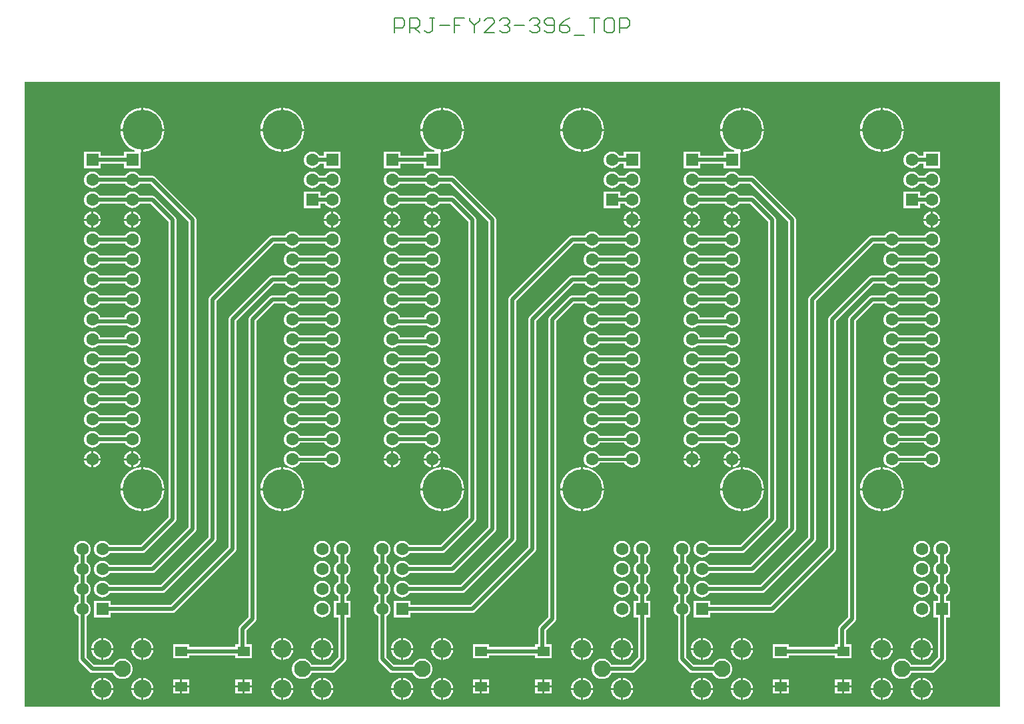
<source format=gbr>
%TF.GenerationSoftware,Altium Limited,Altium Designer,23.11.1 (41)*%
G04 Layer_Physical_Order=1*
G04 Layer_Color=255*
%FSLAX45Y45*%
%MOMM*%
%TF.SameCoordinates,5324538C-4B84-4F37-AFBE-1FD82F1EBFC5*%
%TF.FilePolarity,Positive*%
%TF.FileFunction,Copper,L1,Top,Signal*%
%TF.Part,Single*%
G01*
G75*
%TA.AperFunction,SMDPad,CuDef*%
%ADD10R,1.55000X1.30000*%
%TA.AperFunction,Conductor*%
%ADD11C,0.38100*%
%ADD12C,0.50800*%
%TA.AperFunction,NonConductor*%
%ADD13C,0.20320*%
%TA.AperFunction,ComponentPad*%
%ADD14C,1.60000*%
%ADD15R,1.60000X1.60000*%
%ADD16C,5.08000*%
%ADD17C,2.30000*%
%ADD18C,2.10000*%
%TA.AperFunction,ViaPad*%
%ADD19C,0.63500*%
G36*
X12420600Y25400D02*
X25400D01*
Y7975600D01*
X12420600D01*
Y25400D01*
D02*
G37*
%LPC*%
G36*
X10934700Y7645264D02*
Y7378700D01*
X11201264D01*
X11199677Y7398865D01*
X11196243Y7420550D01*
X11191118Y7441899D01*
X11184333Y7462780D01*
X11175931Y7483064D01*
X11165963Y7502626D01*
X11154492Y7521346D01*
X11141587Y7539108D01*
X11127328Y7555803D01*
X11111803Y7571328D01*
X11095108Y7585587D01*
X11077346Y7598492D01*
X11058626Y7609963D01*
X11039064Y7619931D01*
X11018780Y7628333D01*
X10997899Y7635118D01*
X10976550Y7640243D01*
X10954865Y7643677D01*
X10934700Y7645264D01*
D02*
G37*
G36*
X10909300D02*
X10889135Y7643677D01*
X10867450Y7640243D01*
X10846101Y7635118D01*
X10825220Y7628333D01*
X10804936Y7619931D01*
X10785374Y7609963D01*
X10766654Y7598492D01*
X10748892Y7585587D01*
X10732197Y7571328D01*
X10716672Y7555803D01*
X10702413Y7539108D01*
X10689508Y7521346D01*
X10678037Y7502626D01*
X10668069Y7483064D01*
X10659667Y7462780D01*
X10652882Y7441899D01*
X10647757Y7420550D01*
X10644323Y7398865D01*
X10642736Y7378700D01*
X10909300D01*
Y7645264D01*
D02*
G37*
G36*
X9156700D02*
Y7378700D01*
X9423264D01*
X9421677Y7398865D01*
X9418243Y7420550D01*
X9413118Y7441899D01*
X9406333Y7462780D01*
X9397931Y7483064D01*
X9387963Y7502626D01*
X9376492Y7521346D01*
X9363587Y7539108D01*
X9349328Y7555803D01*
X9333803Y7571328D01*
X9317108Y7585587D01*
X9299346Y7598492D01*
X9280626Y7609963D01*
X9261064Y7619931D01*
X9240780Y7628333D01*
X9219899Y7635118D01*
X9198550Y7640243D01*
X9176865Y7643677D01*
X9156700Y7645264D01*
D02*
G37*
G36*
X9131300D02*
X9111135Y7643677D01*
X9089450Y7640243D01*
X9068101Y7635118D01*
X9047220Y7628333D01*
X9026936Y7619931D01*
X9007374Y7609963D01*
X8988654Y7598492D01*
X8970892Y7585587D01*
X8954197Y7571328D01*
X8938672Y7555803D01*
X8924413Y7539108D01*
X8911508Y7521346D01*
X8900037Y7502626D01*
X8890069Y7483064D01*
X8881667Y7462780D01*
X8874882Y7441899D01*
X8869757Y7420550D01*
X8866323Y7398865D01*
X8864736Y7378700D01*
X9131300D01*
Y7645264D01*
D02*
G37*
G36*
X7124700D02*
Y7378700D01*
X7391264D01*
X7389677Y7398865D01*
X7386243Y7420550D01*
X7381118Y7441899D01*
X7374333Y7462780D01*
X7365931Y7483064D01*
X7355963Y7502626D01*
X7344492Y7521346D01*
X7331587Y7539108D01*
X7317328Y7555803D01*
X7301803Y7571328D01*
X7285108Y7585587D01*
X7267346Y7598492D01*
X7248626Y7609963D01*
X7229064Y7619931D01*
X7208780Y7628333D01*
X7187899Y7635118D01*
X7166550Y7640243D01*
X7144865Y7643677D01*
X7124700Y7645264D01*
D02*
G37*
G36*
X7099300D02*
X7079135Y7643677D01*
X7057450Y7640243D01*
X7036101Y7635118D01*
X7015220Y7628333D01*
X6994936Y7619931D01*
X6975374Y7609963D01*
X6956654Y7598492D01*
X6938892Y7585587D01*
X6922197Y7571328D01*
X6906672Y7555803D01*
X6892413Y7539108D01*
X6879508Y7521346D01*
X6868037Y7502626D01*
X6858069Y7483064D01*
X6849667Y7462780D01*
X6842882Y7441899D01*
X6837757Y7420550D01*
X6834323Y7398865D01*
X6832736Y7378700D01*
X7099300D01*
Y7645264D01*
D02*
G37*
G36*
X5346700D02*
Y7378700D01*
X5613264D01*
X5611677Y7398865D01*
X5608243Y7420550D01*
X5603118Y7441899D01*
X5596333Y7462780D01*
X5587931Y7483064D01*
X5577963Y7502626D01*
X5566492Y7521346D01*
X5553587Y7539108D01*
X5539328Y7555803D01*
X5523803Y7571328D01*
X5507108Y7585587D01*
X5489346Y7598492D01*
X5470626Y7609963D01*
X5451064Y7619931D01*
X5430780Y7628333D01*
X5409899Y7635118D01*
X5388550Y7640243D01*
X5366865Y7643677D01*
X5346700Y7645264D01*
D02*
G37*
G36*
X5321300D02*
X5301135Y7643677D01*
X5279450Y7640243D01*
X5258101Y7635118D01*
X5237220Y7628333D01*
X5216936Y7619931D01*
X5197374Y7609963D01*
X5178654Y7598492D01*
X5160892Y7585587D01*
X5144197Y7571328D01*
X5128672Y7555803D01*
X5114413Y7539108D01*
X5101508Y7521346D01*
X5090037Y7502626D01*
X5080069Y7483064D01*
X5071667Y7462780D01*
X5064882Y7441899D01*
X5059757Y7420550D01*
X5056323Y7398865D01*
X5054736Y7378700D01*
X5321300D01*
Y7645264D01*
D02*
G37*
G36*
X3314700D02*
Y7378700D01*
X3581264D01*
X3579677Y7398865D01*
X3576243Y7420550D01*
X3571118Y7441899D01*
X3564333Y7462780D01*
X3555931Y7483064D01*
X3545963Y7502626D01*
X3534492Y7521346D01*
X3521587Y7539108D01*
X3507328Y7555803D01*
X3491803Y7571328D01*
X3475108Y7585587D01*
X3457346Y7598492D01*
X3438626Y7609963D01*
X3419064Y7619931D01*
X3398780Y7628333D01*
X3377899Y7635118D01*
X3356550Y7640243D01*
X3334865Y7643677D01*
X3314700Y7645264D01*
D02*
G37*
G36*
X3289300D02*
X3269135Y7643677D01*
X3247450Y7640243D01*
X3226101Y7635118D01*
X3205220Y7628333D01*
X3184936Y7619931D01*
X3165374Y7609963D01*
X3146654Y7598492D01*
X3128892Y7585587D01*
X3112197Y7571328D01*
X3096672Y7555803D01*
X3082413Y7539108D01*
X3069508Y7521346D01*
X3058037Y7502626D01*
X3048069Y7483064D01*
X3039667Y7462780D01*
X3032882Y7441899D01*
X3027757Y7420550D01*
X3024323Y7398865D01*
X3022736Y7378700D01*
X3289300D01*
Y7645264D01*
D02*
G37*
G36*
X1536700D02*
Y7378700D01*
X1803264D01*
X1801677Y7398865D01*
X1798243Y7420550D01*
X1793118Y7441899D01*
X1786333Y7462780D01*
X1777931Y7483064D01*
X1767963Y7502626D01*
X1756492Y7521346D01*
X1743587Y7539108D01*
X1729328Y7555803D01*
X1713803Y7571328D01*
X1697108Y7585587D01*
X1679346Y7598492D01*
X1660626Y7609963D01*
X1641064Y7619931D01*
X1620780Y7628333D01*
X1599899Y7635118D01*
X1578550Y7640243D01*
X1556865Y7643677D01*
X1536700Y7645264D01*
D02*
G37*
G36*
X1511300D02*
X1491135Y7643677D01*
X1469450Y7640243D01*
X1448101Y7635118D01*
X1427220Y7628333D01*
X1406936Y7619931D01*
X1387374Y7609963D01*
X1368654Y7598492D01*
X1350892Y7585587D01*
X1334197Y7571328D01*
X1318672Y7555803D01*
X1304413Y7539108D01*
X1291508Y7521346D01*
X1280037Y7502626D01*
X1270069Y7483064D01*
X1261667Y7462780D01*
X1254882Y7441899D01*
X1249757Y7420550D01*
X1246323Y7398865D01*
X1244736Y7378700D01*
X1511300D01*
Y7645264D01*
D02*
G37*
G36*
X11201264Y7353300D02*
X10934700D01*
Y7086736D01*
X10954865Y7088323D01*
X10976550Y7091757D01*
X10997899Y7096882D01*
X11018780Y7103667D01*
X11039064Y7112069D01*
X11058626Y7122037D01*
X11077346Y7133508D01*
X11095108Y7146413D01*
X11111803Y7160672D01*
X11127328Y7176197D01*
X11141587Y7192892D01*
X11154492Y7210654D01*
X11165963Y7229374D01*
X11175931Y7248936D01*
X11184333Y7269220D01*
X11191118Y7290101D01*
X11196243Y7311450D01*
X11199677Y7333135D01*
X11201264Y7353300D01*
D02*
G37*
G36*
X10909300D02*
X10642736D01*
X10644323Y7333135D01*
X10647757Y7311450D01*
X10652882Y7290101D01*
X10659667Y7269220D01*
X10668069Y7248936D01*
X10678037Y7229374D01*
X10689508Y7210654D01*
X10702413Y7192892D01*
X10716672Y7176197D01*
X10732197Y7160672D01*
X10748892Y7146413D01*
X10766654Y7133508D01*
X10785374Y7122037D01*
X10804936Y7112069D01*
X10825220Y7103667D01*
X10846101Y7096882D01*
X10867450Y7091757D01*
X10889135Y7088323D01*
X10909300Y7086736D01*
Y7353300D01*
D02*
G37*
G36*
X9423264D02*
X9156700D01*
Y7086736D01*
X9176865Y7088323D01*
X9198550Y7091757D01*
X9219899Y7096882D01*
X9240780Y7103667D01*
X9261064Y7112069D01*
X9280626Y7122037D01*
X9299346Y7133508D01*
X9317108Y7146413D01*
X9333803Y7160672D01*
X9349328Y7176197D01*
X9363587Y7192892D01*
X9376492Y7210654D01*
X9387963Y7229374D01*
X9397931Y7248936D01*
X9406333Y7269220D01*
X9413118Y7290101D01*
X9418243Y7311450D01*
X9421677Y7333135D01*
X9423264Y7353300D01*
D02*
G37*
G36*
X7391264D02*
X7124700D01*
Y7086736D01*
X7144865Y7088323D01*
X7166550Y7091757D01*
X7187899Y7096882D01*
X7208780Y7103667D01*
X7229064Y7112069D01*
X7248626Y7122037D01*
X7267346Y7133508D01*
X7285108Y7146413D01*
X7301803Y7160672D01*
X7317328Y7176197D01*
X7331587Y7192892D01*
X7344492Y7210654D01*
X7355963Y7229374D01*
X7365931Y7248936D01*
X7374333Y7269220D01*
X7381118Y7290101D01*
X7386243Y7311450D01*
X7389677Y7333135D01*
X7391264Y7353300D01*
D02*
G37*
G36*
X7099300D02*
X6832736D01*
X6834323Y7333135D01*
X6837757Y7311450D01*
X6842882Y7290101D01*
X6849667Y7269220D01*
X6858069Y7248936D01*
X6868037Y7229374D01*
X6879508Y7210654D01*
X6892413Y7192892D01*
X6906672Y7176197D01*
X6922197Y7160672D01*
X6938892Y7146413D01*
X6956654Y7133508D01*
X6975374Y7122037D01*
X6994936Y7112069D01*
X7015220Y7103667D01*
X7036101Y7096882D01*
X7057450Y7091757D01*
X7079135Y7088323D01*
X7099300Y7086736D01*
Y7353300D01*
D02*
G37*
G36*
X5613264D02*
X5346700D01*
Y7086736D01*
X5366865Y7088323D01*
X5388550Y7091757D01*
X5409899Y7096882D01*
X5430780Y7103667D01*
X5451064Y7112069D01*
X5470626Y7122037D01*
X5489346Y7133508D01*
X5507108Y7146413D01*
X5523803Y7160672D01*
X5539328Y7176197D01*
X5553587Y7192892D01*
X5566492Y7210654D01*
X5577963Y7229374D01*
X5587931Y7248936D01*
X5596333Y7269220D01*
X5603118Y7290101D01*
X5608243Y7311450D01*
X5611677Y7333135D01*
X5613264Y7353300D01*
D02*
G37*
G36*
X3581264D02*
X3314700D01*
Y7086736D01*
X3334865Y7088323D01*
X3356550Y7091757D01*
X3377899Y7096882D01*
X3398780Y7103667D01*
X3419064Y7112069D01*
X3438626Y7122037D01*
X3457346Y7133508D01*
X3475108Y7146413D01*
X3491803Y7160672D01*
X3507328Y7176197D01*
X3521587Y7192892D01*
X3534492Y7210654D01*
X3545963Y7229374D01*
X3555931Y7248936D01*
X3564333Y7269220D01*
X3571118Y7290101D01*
X3576243Y7311450D01*
X3579677Y7333135D01*
X3581264Y7353300D01*
D02*
G37*
G36*
X3289300D02*
X3022736D01*
X3024323Y7333135D01*
X3027757Y7311450D01*
X3032882Y7290101D01*
X3039667Y7269220D01*
X3048069Y7248936D01*
X3058037Y7229374D01*
X3069508Y7210654D01*
X3082413Y7192892D01*
X3096672Y7176197D01*
X3112197Y7160672D01*
X3128892Y7146413D01*
X3146654Y7133508D01*
X3165374Y7122037D01*
X3184936Y7112069D01*
X3205220Y7103667D01*
X3226101Y7096882D01*
X3247450Y7091757D01*
X3269135Y7088323D01*
X3289300Y7086736D01*
Y7353300D01*
D02*
G37*
G36*
X1803264D02*
X1536700D01*
Y7086736D01*
X1556865Y7088323D01*
X1578550Y7091757D01*
X1599899Y7096882D01*
X1620780Y7103667D01*
X1641064Y7112069D01*
X1660626Y7122037D01*
X1679346Y7133508D01*
X1697108Y7146413D01*
X1713803Y7160672D01*
X1729328Y7176197D01*
X1743587Y7192892D01*
X1756492Y7210654D01*
X1767963Y7229374D01*
X1777931Y7248936D01*
X1786333Y7269220D01*
X1793118Y7290101D01*
X1798243Y7311450D01*
X1801677Y7333135D01*
X1803264Y7353300D01*
D02*
G37*
G36*
X11662400Y7090400D02*
X11451600D01*
Y7036046D01*
X11395234D01*
X11390825Y7043683D01*
X11382414Y7054644D01*
X11372644Y7064414D01*
X11361683Y7072825D01*
X11349717Y7079733D01*
X11336952Y7085020D01*
X11323607Y7088596D01*
X11309908Y7090400D01*
X11296092D01*
X11282393Y7088596D01*
X11269048Y7085020D01*
X11256283Y7079733D01*
X11244317Y7072825D01*
X11233356Y7064414D01*
X11223586Y7054644D01*
X11215175Y7043683D01*
X11208267Y7031717D01*
X11202980Y7018952D01*
X11199404Y7005607D01*
X11197600Y6991908D01*
Y6978092D01*
X11199404Y6964393D01*
X11202980Y6951048D01*
X11208267Y6938283D01*
X11215175Y6926317D01*
X11223586Y6915356D01*
X11233356Y6905586D01*
X11244317Y6897175D01*
X11256283Y6890267D01*
X11269048Y6884980D01*
X11282393Y6881404D01*
X11296092Y6879600D01*
X11309908D01*
X11323607Y6881404D01*
X11336952Y6884980D01*
X11349717Y6890267D01*
X11361683Y6897175D01*
X11372644Y6905586D01*
X11382414Y6915356D01*
X11390825Y6926317D01*
X11395234Y6933954D01*
X11451600D01*
Y6879600D01*
X11662400D01*
Y7090400D01*
D02*
G37*
G36*
X9131300Y7353300D02*
X8864736D01*
X8866323Y7333135D01*
X8869757Y7311450D01*
X8874882Y7290101D01*
X8881667Y7269220D01*
X8890069Y7248936D01*
X8900037Y7229374D01*
X8911508Y7210654D01*
X8924413Y7192892D01*
X8938672Y7176197D01*
X8954197Y7160672D01*
X8970892Y7146413D01*
X8988654Y7133508D01*
X9007374Y7122037D01*
X9026936Y7112069D01*
X9047220Y7103667D01*
X9048966Y7103100D01*
X9046954Y7090400D01*
X8911600D01*
Y7036046D01*
X8614400D01*
Y7090400D01*
X8403600D01*
Y6879600D01*
X8614400D01*
Y6933954D01*
X8911600D01*
Y6879600D01*
X9122400D01*
Y7078081D01*
X9131300Y7086308D01*
Y7353300D01*
D02*
G37*
G36*
X7852400Y7090400D02*
X7641600D01*
Y7036046D01*
X7585234D01*
X7580825Y7043683D01*
X7572414Y7054644D01*
X7562644Y7064414D01*
X7551683Y7072825D01*
X7539717Y7079733D01*
X7526952Y7085021D01*
X7513607Y7088597D01*
X7499908Y7090400D01*
X7486092D01*
X7472393Y7088597D01*
X7459048Y7085021D01*
X7446283Y7079733D01*
X7434317Y7072825D01*
X7423356Y7064414D01*
X7413586Y7054644D01*
X7405175Y7043683D01*
X7398267Y7031717D01*
X7392980Y7018953D01*
X7389404Y7005607D01*
X7387600Y6991909D01*
Y6978092D01*
X7389404Y6964394D01*
X7392980Y6951048D01*
X7398267Y6938283D01*
X7405175Y6926318D01*
X7413586Y6915356D01*
X7423356Y6905586D01*
X7434317Y6897175D01*
X7446283Y6890267D01*
X7459048Y6884980D01*
X7472393Y6881404D01*
X7486092Y6879600D01*
X7499908D01*
X7513607Y6881404D01*
X7526952Y6884980D01*
X7539717Y6890267D01*
X7551683Y6897175D01*
X7562644Y6905586D01*
X7572414Y6915356D01*
X7580825Y6926318D01*
X7585234Y6933954D01*
X7641600D01*
Y6879600D01*
X7852400D01*
Y7090400D01*
D02*
G37*
G36*
X5321300Y7353300D02*
X5054736D01*
X5056323Y7333135D01*
X5059757Y7311450D01*
X5064882Y7290101D01*
X5071667Y7269220D01*
X5080069Y7248936D01*
X5090037Y7229374D01*
X5101508Y7210654D01*
X5114413Y7192892D01*
X5128672Y7176197D01*
X5144197Y7160672D01*
X5160892Y7146413D01*
X5178654Y7133508D01*
X5197374Y7122037D01*
X5216936Y7112069D01*
X5237220Y7103667D01*
X5238966Y7103100D01*
X5236954Y7090400D01*
X5101600D01*
Y7036046D01*
X4804400D01*
Y7090400D01*
X4593600D01*
Y6879600D01*
X4804400D01*
Y6933954D01*
X5101600D01*
Y6879600D01*
X5312400D01*
Y7078081D01*
X5321300Y7086308D01*
Y7353300D01*
D02*
G37*
G36*
X4042400Y7090400D02*
X3831600D01*
Y7036046D01*
X3775234D01*
X3770825Y7043683D01*
X3762414Y7054644D01*
X3752644Y7064414D01*
X3741683Y7072825D01*
X3729717Y7079733D01*
X3716952Y7085020D01*
X3703607Y7088596D01*
X3689908Y7090400D01*
X3676092D01*
X3662393Y7088596D01*
X3649048Y7085020D01*
X3636283Y7079733D01*
X3624317Y7072825D01*
X3613356Y7064414D01*
X3603586Y7054644D01*
X3595175Y7043683D01*
X3588267Y7031717D01*
X3582980Y7018952D01*
X3579404Y7005607D01*
X3577600Y6991908D01*
Y6978092D01*
X3579404Y6964393D01*
X3582980Y6951048D01*
X3588267Y6938283D01*
X3595175Y6926317D01*
X3603586Y6915356D01*
X3613356Y6905586D01*
X3624317Y6897175D01*
X3636283Y6890267D01*
X3649048Y6884980D01*
X3662393Y6881404D01*
X3676092Y6879600D01*
X3689908D01*
X3703607Y6881404D01*
X3716952Y6884980D01*
X3729717Y6890267D01*
X3741683Y6897175D01*
X3752644Y6905586D01*
X3762414Y6915356D01*
X3770825Y6926317D01*
X3775234Y6933954D01*
X3831600D01*
Y6879600D01*
X4042400D01*
Y7090400D01*
D02*
G37*
G36*
X1511300Y7353300D02*
X1244736D01*
X1246323Y7333135D01*
X1249757Y7311450D01*
X1254882Y7290101D01*
X1261667Y7269220D01*
X1270069Y7248936D01*
X1280037Y7229374D01*
X1291508Y7210654D01*
X1304413Y7192892D01*
X1318672Y7176197D01*
X1334197Y7160672D01*
X1350892Y7146413D01*
X1368654Y7133508D01*
X1387374Y7122037D01*
X1406936Y7112069D01*
X1427220Y7103667D01*
X1428966Y7103100D01*
X1426954Y7090400D01*
X1291600D01*
Y7036046D01*
X994400D01*
Y7090400D01*
X783600D01*
Y6879600D01*
X994400D01*
Y6933954D01*
X1291600D01*
Y6879600D01*
X1502400D01*
Y7078081D01*
X1511300Y7086308D01*
Y7353300D01*
D02*
G37*
G36*
X11563908Y6836400D02*
X11550092D01*
X11536393Y6834597D01*
X11523048Y6831021D01*
X11510283Y6825733D01*
X11498317Y6818825D01*
X11487356Y6810414D01*
X11477586Y6800644D01*
X11469175Y6789683D01*
X11464766Y6782046D01*
X11395234D01*
X11390825Y6789683D01*
X11382414Y6800644D01*
X11372644Y6810414D01*
X11361683Y6818825D01*
X11349717Y6825733D01*
X11336952Y6831020D01*
X11323607Y6834596D01*
X11309908Y6836400D01*
X11296092D01*
X11282393Y6834596D01*
X11269048Y6831020D01*
X11256283Y6825733D01*
X11244317Y6818825D01*
X11233356Y6810414D01*
X11223586Y6800644D01*
X11215175Y6789683D01*
X11208267Y6777717D01*
X11202980Y6764952D01*
X11199404Y6751607D01*
X11197600Y6737908D01*
Y6724092D01*
X11199404Y6710393D01*
X11202980Y6697048D01*
X11208267Y6684283D01*
X11215175Y6672317D01*
X11223586Y6661356D01*
X11233356Y6651586D01*
X11244317Y6643175D01*
X11256283Y6636267D01*
X11269048Y6630980D01*
X11282393Y6627404D01*
X11296092Y6625600D01*
X11309908D01*
X11323607Y6627404D01*
X11336952Y6630980D01*
X11349717Y6636267D01*
X11361683Y6643175D01*
X11372644Y6651586D01*
X11382414Y6661356D01*
X11390825Y6672317D01*
X11395234Y6679954D01*
X11464766D01*
X11469175Y6672318D01*
X11477586Y6661356D01*
X11487356Y6651586D01*
X11498317Y6643175D01*
X11510283Y6636267D01*
X11523048Y6630980D01*
X11536393Y6627404D01*
X11550092Y6625600D01*
X11563908D01*
X11577607Y6627404D01*
X11590952Y6630980D01*
X11603717Y6636267D01*
X11615683Y6643175D01*
X11626644Y6651586D01*
X11636414Y6661356D01*
X11644825Y6672318D01*
X11651733Y6684283D01*
X11657020Y6697048D01*
X11660596Y6710394D01*
X11662400Y6724092D01*
Y6737909D01*
X11660596Y6751607D01*
X11657020Y6764953D01*
X11651733Y6777717D01*
X11644825Y6789683D01*
X11636414Y6800644D01*
X11626644Y6810414D01*
X11615683Y6818825D01*
X11603717Y6825733D01*
X11590952Y6831021D01*
X11577607Y6834597D01*
X11563908Y6836400D01*
D02*
G37*
G36*
X9023908Y6836400D02*
X9010092D01*
X8996393Y6834596D01*
X8983048Y6831020D01*
X8970283Y6825733D01*
X8958317Y6818825D01*
X8947356Y6810414D01*
X8937586Y6800644D01*
X8929175Y6789683D01*
X8924766Y6782046D01*
X8601234D01*
X8596825Y6789683D01*
X8588414Y6800644D01*
X8578644Y6810414D01*
X8567683Y6818825D01*
X8555717Y6825733D01*
X8542952Y6831020D01*
X8529607Y6834596D01*
X8515908Y6836400D01*
X8502092D01*
X8488393Y6834596D01*
X8475048Y6831020D01*
X8462283Y6825733D01*
X8450317Y6818825D01*
X8439356Y6810414D01*
X8429586Y6800644D01*
X8421175Y6789683D01*
X8414267Y6777717D01*
X8408980Y6764952D01*
X8405404Y6751607D01*
X8403600Y6737908D01*
Y6724092D01*
X8405404Y6710393D01*
X8408980Y6697048D01*
X8414267Y6684283D01*
X8421175Y6672317D01*
X8429586Y6661356D01*
X8439356Y6651586D01*
X8450317Y6643175D01*
X8462283Y6636267D01*
X8475048Y6630980D01*
X8488393Y6627404D01*
X8502092Y6625600D01*
X8515908D01*
X8529607Y6627404D01*
X8542952Y6630980D01*
X8555717Y6636267D01*
X8567683Y6643175D01*
X8578644Y6651586D01*
X8588414Y6661356D01*
X8596825Y6672317D01*
X8601234Y6679954D01*
X8924766D01*
X8929175Y6672317D01*
X8937586Y6661356D01*
X8947356Y6651586D01*
X8958317Y6643175D01*
X8970283Y6636267D01*
X8983048Y6630980D01*
X8996393Y6627404D01*
X9010092Y6625600D01*
X9023908D01*
X9037607Y6627404D01*
X9050952Y6630980D01*
X9063717Y6636267D01*
X9075683Y6643175D01*
X9086644Y6651586D01*
X9096414Y6661356D01*
X9104825Y6672317D01*
X9109234Y6679954D01*
X9249856D01*
X9727954Y6201856D01*
Y2307144D01*
X9249856Y1829046D01*
X8728234D01*
X8723825Y1836683D01*
X8715414Y1847644D01*
X8705644Y1857414D01*
X8694683Y1865825D01*
X8682717Y1872733D01*
X8669952Y1878020D01*
X8656607Y1881596D01*
X8642908Y1883400D01*
X8629092D01*
X8615393Y1881596D01*
X8602048Y1878020D01*
X8589283Y1872733D01*
X8577317Y1865825D01*
X8566356Y1857414D01*
X8556586Y1847644D01*
X8548175Y1836683D01*
X8541267Y1824717D01*
X8535980Y1811952D01*
X8532404Y1798607D01*
X8530600Y1784908D01*
Y1771092D01*
X8532404Y1757393D01*
X8535980Y1744048D01*
X8541267Y1731283D01*
X8548175Y1719317D01*
X8556586Y1708356D01*
X8566356Y1698586D01*
X8577317Y1690175D01*
X8589283Y1683267D01*
X8602048Y1677980D01*
X8615393Y1674404D01*
X8629092Y1672600D01*
X8642908D01*
X8656607Y1674404D01*
X8669952Y1677980D01*
X8682717Y1683267D01*
X8694683Y1690175D01*
X8705644Y1698586D01*
X8715414Y1708356D01*
X8723825Y1719317D01*
X8728234Y1726954D01*
X9271000D01*
X9280959Y1727935D01*
X9290534Y1730840D01*
X9299360Y1735557D01*
X9307095Y1741905D01*
X9815095Y2249905D01*
X9821443Y2257640D01*
X9826160Y2266466D01*
X9829065Y2276041D01*
X9830046Y2286000D01*
Y6223000D01*
X9829065Y6232959D01*
X9826160Y6242534D01*
X9821443Y6251360D01*
X9815095Y6259095D01*
X9307095Y6767095D01*
X9299360Y6773443D01*
X9290534Y6778160D01*
X9280959Y6781065D01*
X9271000Y6782046D01*
X9109234D01*
X9104825Y6789683D01*
X9096414Y6800644D01*
X9086644Y6810414D01*
X9075683Y6818825D01*
X9063717Y6825733D01*
X9050952Y6831020D01*
X9037607Y6834596D01*
X9023908Y6836400D01*
D02*
G37*
G36*
X7753908Y6836400D02*
X7740092D01*
X7726393Y6834597D01*
X7713048Y6831021D01*
X7700283Y6825733D01*
X7688317Y6818825D01*
X7677356Y6810414D01*
X7667586Y6800644D01*
X7659175Y6789683D01*
X7654766Y6782046D01*
X7585234D01*
X7580825Y6789683D01*
X7572414Y6800644D01*
X7562644Y6810414D01*
X7551683Y6818825D01*
X7539717Y6825733D01*
X7526952Y6831021D01*
X7513607Y6834597D01*
X7499908Y6836400D01*
X7486092D01*
X7472393Y6834597D01*
X7459048Y6831021D01*
X7446283Y6825733D01*
X7434317Y6818825D01*
X7423356Y6810414D01*
X7413586Y6800644D01*
X7405175Y6789683D01*
X7398267Y6777717D01*
X7392980Y6764953D01*
X7389404Y6751607D01*
X7387600Y6737909D01*
Y6724092D01*
X7389404Y6710394D01*
X7392980Y6697048D01*
X7398267Y6684283D01*
X7405175Y6672318D01*
X7413586Y6661356D01*
X7423356Y6651586D01*
X7434317Y6643175D01*
X7446283Y6636267D01*
X7459048Y6630980D01*
X7472393Y6627404D01*
X7486092Y6625600D01*
X7499908D01*
X7513607Y6627404D01*
X7526952Y6630980D01*
X7539717Y6636267D01*
X7551683Y6643175D01*
X7562644Y6651586D01*
X7572414Y6661356D01*
X7580825Y6672318D01*
X7585234Y6679954D01*
X7654766D01*
X7659175Y6672318D01*
X7667586Y6661356D01*
X7677356Y6651586D01*
X7688317Y6643175D01*
X7700283Y6636267D01*
X7713048Y6630980D01*
X7726393Y6627404D01*
X7740092Y6625600D01*
X7753908D01*
X7767607Y6627404D01*
X7780952Y6630980D01*
X7793717Y6636267D01*
X7805683Y6643175D01*
X7816644Y6651586D01*
X7826414Y6661356D01*
X7834825Y6672318D01*
X7841733Y6684283D01*
X7847020Y6697048D01*
X7850596Y6710394D01*
X7852400Y6724092D01*
Y6737909D01*
X7850596Y6751607D01*
X7847020Y6764953D01*
X7841733Y6777717D01*
X7834825Y6789683D01*
X7826414Y6800644D01*
X7816644Y6810414D01*
X7805683Y6818825D01*
X7793717Y6825733D01*
X7780952Y6831021D01*
X7767607Y6834597D01*
X7753908Y6836400D01*
D02*
G37*
G36*
X5213908Y6836400D02*
X5200092D01*
X5186393Y6834596D01*
X5173048Y6831020D01*
X5160283Y6825733D01*
X5148317Y6818825D01*
X5137356Y6810414D01*
X5127586Y6800644D01*
X5119175Y6789683D01*
X5114766Y6782046D01*
X4791234D01*
X4786825Y6789683D01*
X4778414Y6800644D01*
X4768644Y6810414D01*
X4757683Y6818825D01*
X4745717Y6825733D01*
X4732952Y6831020D01*
X4719607Y6834596D01*
X4705908Y6836400D01*
X4692092D01*
X4678393Y6834596D01*
X4665048Y6831020D01*
X4652283Y6825733D01*
X4640317Y6818825D01*
X4629356Y6810414D01*
X4619586Y6800644D01*
X4611175Y6789683D01*
X4604267Y6777717D01*
X4598980Y6764952D01*
X4595404Y6751607D01*
X4593600Y6737908D01*
Y6724092D01*
X4595404Y6710393D01*
X4598980Y6697048D01*
X4604267Y6684283D01*
X4611175Y6672317D01*
X4619586Y6661356D01*
X4629356Y6651586D01*
X4640317Y6643175D01*
X4652283Y6636267D01*
X4665048Y6630980D01*
X4678393Y6627404D01*
X4692092Y6625600D01*
X4705908D01*
X4719607Y6627404D01*
X4732952Y6630980D01*
X4745717Y6636267D01*
X4757683Y6643175D01*
X4768644Y6651586D01*
X4778414Y6661356D01*
X4786825Y6672317D01*
X4791234Y6679954D01*
X5114766D01*
X5119175Y6672317D01*
X5127586Y6661356D01*
X5137356Y6651586D01*
X5148317Y6643175D01*
X5160283Y6636267D01*
X5173048Y6630980D01*
X5186393Y6627404D01*
X5200092Y6625600D01*
X5213908D01*
X5227607Y6627404D01*
X5240952Y6630980D01*
X5253717Y6636267D01*
X5265683Y6643175D01*
X5276644Y6651586D01*
X5286414Y6661356D01*
X5294825Y6672317D01*
X5299234Y6679954D01*
X5439856D01*
X5917954Y6201856D01*
Y2307144D01*
X5439856Y1829046D01*
X4918234D01*
X4913825Y1836683D01*
X4905414Y1847644D01*
X4895644Y1857414D01*
X4884683Y1865825D01*
X4872717Y1872733D01*
X4859952Y1878020D01*
X4846607Y1881596D01*
X4832908Y1883400D01*
X4819092D01*
X4805393Y1881596D01*
X4792048Y1878020D01*
X4779283Y1872733D01*
X4767317Y1865825D01*
X4756356Y1857414D01*
X4746586Y1847644D01*
X4738175Y1836683D01*
X4731267Y1824717D01*
X4725980Y1811952D01*
X4722404Y1798607D01*
X4720600Y1784908D01*
Y1771092D01*
X4722404Y1757393D01*
X4725980Y1744048D01*
X4731267Y1731283D01*
X4738175Y1719317D01*
X4746586Y1708356D01*
X4756356Y1698586D01*
X4767317Y1690175D01*
X4779283Y1683267D01*
X4792048Y1677980D01*
X4805393Y1674404D01*
X4819092Y1672600D01*
X4832908D01*
X4846607Y1674404D01*
X4859952Y1677980D01*
X4872717Y1683267D01*
X4884683Y1690175D01*
X4895644Y1698586D01*
X4905414Y1708356D01*
X4913825Y1719317D01*
X4918234Y1726954D01*
X5461000D01*
X5470959Y1727935D01*
X5480534Y1730840D01*
X5489360Y1735557D01*
X5497095Y1741905D01*
X6005095Y2249905D01*
X6011443Y2257640D01*
X6016160Y2266466D01*
X6019065Y2276041D01*
X6020046Y2286000D01*
Y6223000D01*
X6019065Y6232959D01*
X6016160Y6242534D01*
X6011443Y6251360D01*
X6005095Y6259095D01*
X5497095Y6767095D01*
X5489360Y6773443D01*
X5480534Y6778160D01*
X5470959Y6781065D01*
X5461000Y6782046D01*
X5299234D01*
X5294825Y6789683D01*
X5286414Y6800644D01*
X5276644Y6810414D01*
X5265683Y6818825D01*
X5253717Y6825733D01*
X5240952Y6831020D01*
X5227607Y6834596D01*
X5213908Y6836400D01*
D02*
G37*
G36*
X3943908D02*
X3930092D01*
X3916393Y6834596D01*
X3903048Y6831020D01*
X3890283Y6825733D01*
X3878317Y6818825D01*
X3867356Y6810414D01*
X3857586Y6800644D01*
X3849175Y6789683D01*
X3844766Y6782046D01*
X3775234D01*
X3770825Y6789683D01*
X3762414Y6800644D01*
X3752644Y6810414D01*
X3741683Y6818825D01*
X3729717Y6825733D01*
X3716952Y6831020D01*
X3703607Y6834596D01*
X3689908Y6836400D01*
X3676092D01*
X3662393Y6834596D01*
X3649048Y6831020D01*
X3636283Y6825733D01*
X3624317Y6818825D01*
X3613356Y6810414D01*
X3603586Y6800644D01*
X3595175Y6789683D01*
X3588267Y6777717D01*
X3582980Y6764952D01*
X3579404Y6751607D01*
X3577600Y6737908D01*
Y6724092D01*
X3579404Y6710393D01*
X3582980Y6697048D01*
X3588267Y6684283D01*
X3595175Y6672317D01*
X3603586Y6661356D01*
X3613356Y6651586D01*
X3624317Y6643175D01*
X3636283Y6636267D01*
X3649048Y6630980D01*
X3662393Y6627404D01*
X3676092Y6625600D01*
X3689908D01*
X3703607Y6627404D01*
X3716952Y6630980D01*
X3729717Y6636267D01*
X3741683Y6643175D01*
X3752644Y6651586D01*
X3762414Y6661356D01*
X3770825Y6672317D01*
X3775234Y6679954D01*
X3844766D01*
X3849175Y6672317D01*
X3857586Y6661356D01*
X3867356Y6651586D01*
X3878317Y6643175D01*
X3890283Y6636267D01*
X3903048Y6630980D01*
X3916393Y6627404D01*
X3930092Y6625600D01*
X3943908D01*
X3957607Y6627404D01*
X3970952Y6630980D01*
X3983717Y6636267D01*
X3995683Y6643175D01*
X4006644Y6651586D01*
X4016414Y6661356D01*
X4024825Y6672317D01*
X4031733Y6684283D01*
X4037020Y6697048D01*
X4040596Y6710393D01*
X4042400Y6724092D01*
Y6737908D01*
X4040596Y6751607D01*
X4037020Y6764952D01*
X4031733Y6777717D01*
X4024825Y6789683D01*
X4016414Y6800644D01*
X4006644Y6810414D01*
X3995683Y6818825D01*
X3983717Y6825733D01*
X3970952Y6831020D01*
X3957607Y6834596D01*
X3943908Y6836400D01*
D02*
G37*
G36*
X1403908D02*
X1390092D01*
X1376393Y6834596D01*
X1363048Y6831020D01*
X1350283Y6825733D01*
X1338317Y6818825D01*
X1327356Y6810414D01*
X1317586Y6800644D01*
X1309175Y6789683D01*
X1304766Y6782046D01*
X981234D01*
X976825Y6789683D01*
X968414Y6800644D01*
X958644Y6810414D01*
X947683Y6818825D01*
X935717Y6825733D01*
X922952Y6831020D01*
X909607Y6834596D01*
X895908Y6836400D01*
X882092D01*
X868393Y6834596D01*
X855048Y6831020D01*
X842283Y6825733D01*
X830317Y6818825D01*
X819356Y6810414D01*
X809586Y6800644D01*
X801175Y6789683D01*
X794267Y6777717D01*
X788980Y6764952D01*
X785404Y6751607D01*
X783600Y6737908D01*
Y6724092D01*
X785404Y6710393D01*
X788980Y6697048D01*
X794267Y6684283D01*
X801175Y6672317D01*
X809586Y6661356D01*
X819356Y6651586D01*
X830317Y6643175D01*
X842283Y6636267D01*
X855048Y6630980D01*
X868393Y6627404D01*
X882092Y6625600D01*
X895908D01*
X909607Y6627404D01*
X922952Y6630980D01*
X935717Y6636267D01*
X947683Y6643175D01*
X958644Y6651586D01*
X968414Y6661356D01*
X976825Y6672317D01*
X981234Y6679954D01*
X1304766D01*
X1309175Y6672317D01*
X1317586Y6661356D01*
X1327356Y6651586D01*
X1338317Y6643175D01*
X1350283Y6636267D01*
X1363048Y6630980D01*
X1376393Y6627404D01*
X1390092Y6625600D01*
X1403908D01*
X1417607Y6627404D01*
X1430952Y6630980D01*
X1443717Y6636267D01*
X1455683Y6643175D01*
X1466644Y6651586D01*
X1476414Y6661356D01*
X1484825Y6672317D01*
X1489234Y6679954D01*
X1629856D01*
X2107954Y6201856D01*
Y2307144D01*
X1629856Y1829046D01*
X1108234D01*
X1103825Y1836683D01*
X1095414Y1847644D01*
X1085644Y1857414D01*
X1074683Y1865825D01*
X1062717Y1872733D01*
X1049952Y1878020D01*
X1036607Y1881596D01*
X1022908Y1883400D01*
X1009092D01*
X995393Y1881596D01*
X982048Y1878020D01*
X969283Y1872733D01*
X957317Y1865825D01*
X946356Y1857414D01*
X936586Y1847644D01*
X928175Y1836683D01*
X921267Y1824717D01*
X915980Y1811952D01*
X912404Y1798607D01*
X910600Y1784908D01*
Y1771092D01*
X912404Y1757393D01*
X915980Y1744048D01*
X921267Y1731283D01*
X928175Y1719317D01*
X936586Y1708356D01*
X946356Y1698586D01*
X957317Y1690175D01*
X969283Y1683267D01*
X982048Y1677980D01*
X995393Y1674404D01*
X1009092Y1672600D01*
X1022908D01*
X1036607Y1674404D01*
X1049952Y1677980D01*
X1062717Y1683267D01*
X1074683Y1690175D01*
X1085644Y1698586D01*
X1095414Y1708356D01*
X1103825Y1719317D01*
X1108234Y1726954D01*
X1651000D01*
X1660959Y1727935D01*
X1670534Y1730840D01*
X1679360Y1735557D01*
X1687095Y1741905D01*
X2195095Y2249905D01*
X2201443Y2257640D01*
X2206160Y2266466D01*
X2209065Y2276041D01*
X2210046Y2286000D01*
Y6223000D01*
X2209065Y6232959D01*
X2206160Y6242534D01*
X2201443Y6251360D01*
X2195095Y6259095D01*
X1687095Y6767095D01*
X1679360Y6773443D01*
X1670534Y6778160D01*
X1660959Y6781065D01*
X1651000Y6782046D01*
X1489234D01*
X1484825Y6789683D01*
X1476414Y6800644D01*
X1466644Y6810414D01*
X1455683Y6818825D01*
X1443717Y6825733D01*
X1430952Y6831020D01*
X1417607Y6834596D01*
X1403908Y6836400D01*
D02*
G37*
G36*
X11563908Y6582400D02*
X11550092D01*
X11536393Y6580597D01*
X11523048Y6577021D01*
X11510283Y6571733D01*
X11498317Y6564825D01*
X11487356Y6556414D01*
X11477586Y6546644D01*
X11469175Y6535683D01*
X11464766Y6528046D01*
X11408400D01*
Y6582400D01*
X11197600D01*
Y6371600D01*
X11408400D01*
Y6425954D01*
X11464766D01*
X11469175Y6418318D01*
X11477586Y6407356D01*
X11487356Y6397586D01*
X11498317Y6389175D01*
X11510283Y6382267D01*
X11523048Y6376980D01*
X11536393Y6373404D01*
X11550092Y6371600D01*
X11563908D01*
X11577607Y6373404D01*
X11590952Y6376980D01*
X11603717Y6382267D01*
X11615683Y6389175D01*
X11626644Y6397586D01*
X11636414Y6407356D01*
X11644825Y6418318D01*
X11651733Y6430283D01*
X11657020Y6443048D01*
X11660596Y6456394D01*
X11662400Y6470092D01*
Y6483909D01*
X11660596Y6497607D01*
X11657020Y6510953D01*
X11651733Y6523717D01*
X11644825Y6535683D01*
X11636414Y6546644D01*
X11626644Y6556414D01*
X11615683Y6564825D01*
X11603717Y6571733D01*
X11590952Y6577021D01*
X11577607Y6580597D01*
X11563908Y6582400D01*
D02*
G37*
G36*
X9023908Y6582400D02*
X9010092D01*
X8996393Y6580596D01*
X8983048Y6577020D01*
X8970283Y6571733D01*
X8958317Y6564825D01*
X8947356Y6556414D01*
X8937586Y6546644D01*
X8929175Y6535683D01*
X8924766Y6528046D01*
X8601234D01*
X8596825Y6535683D01*
X8588414Y6546644D01*
X8578644Y6556414D01*
X8567683Y6564825D01*
X8555717Y6571733D01*
X8542952Y6577020D01*
X8529607Y6580596D01*
X8515908Y6582400D01*
X8502092D01*
X8488393Y6580596D01*
X8475048Y6577020D01*
X8462283Y6571733D01*
X8450317Y6564825D01*
X8439356Y6556414D01*
X8429586Y6546644D01*
X8421175Y6535683D01*
X8414267Y6523717D01*
X8408980Y6510952D01*
X8405404Y6497607D01*
X8403600Y6483908D01*
Y6470092D01*
X8405404Y6456393D01*
X8408980Y6443048D01*
X8414267Y6430283D01*
X8421175Y6418317D01*
X8429586Y6407356D01*
X8439356Y6397586D01*
X8450317Y6389175D01*
X8462283Y6382267D01*
X8475048Y6376980D01*
X8488393Y6373404D01*
X8502092Y6371600D01*
X8515908D01*
X8529607Y6373404D01*
X8542952Y6376980D01*
X8555717Y6382267D01*
X8567683Y6389175D01*
X8578644Y6397586D01*
X8588414Y6407356D01*
X8596825Y6418317D01*
X8601234Y6425954D01*
X8924766D01*
X8929175Y6418317D01*
X8937586Y6407356D01*
X8947356Y6397586D01*
X8958317Y6389175D01*
X8970283Y6382267D01*
X8983048Y6376980D01*
X8996393Y6373404D01*
X9010092Y6371600D01*
X9023908D01*
X9037607Y6373404D01*
X9050952Y6376980D01*
X9063717Y6382267D01*
X9075683Y6389175D01*
X9086644Y6397586D01*
X9096414Y6407356D01*
X9104825Y6418317D01*
X9109234Y6425954D01*
X9249856D01*
X9473954Y6201856D01*
Y2434144D01*
X9122856Y2083046D01*
X8728234D01*
X8723825Y2090683D01*
X8715414Y2101644D01*
X8705644Y2111414D01*
X8694683Y2119825D01*
X8682717Y2126733D01*
X8669952Y2132020D01*
X8656607Y2135596D01*
X8642908Y2137400D01*
X8629092D01*
X8615393Y2135596D01*
X8602048Y2132020D01*
X8589283Y2126733D01*
X8577317Y2119825D01*
X8566356Y2111414D01*
X8556586Y2101644D01*
X8548175Y2090683D01*
X8541267Y2078717D01*
X8535980Y2065952D01*
X8532404Y2052607D01*
X8530600Y2038908D01*
Y2025092D01*
X8532404Y2011393D01*
X8535980Y1998048D01*
X8541267Y1985283D01*
X8548175Y1973317D01*
X8556586Y1962356D01*
X8566356Y1952586D01*
X8577317Y1944175D01*
X8589283Y1937267D01*
X8602048Y1931980D01*
X8615393Y1928404D01*
X8629092Y1926600D01*
X8642908D01*
X8656607Y1928404D01*
X8669952Y1931980D01*
X8682717Y1937267D01*
X8694683Y1944175D01*
X8705644Y1952586D01*
X8715414Y1962356D01*
X8723825Y1973317D01*
X8728234Y1980954D01*
X9144000D01*
X9153959Y1981935D01*
X9163534Y1984840D01*
X9172360Y1989557D01*
X9180095Y1995905D01*
X9561095Y2376905D01*
X9567443Y2384640D01*
X9572160Y2393466D01*
X9575065Y2403041D01*
X9576046Y2413000D01*
Y6222997D01*
X9576046Y6223000D01*
X9575065Y6232959D01*
X9572160Y6242534D01*
X9567443Y6251360D01*
X9561095Y6259095D01*
X9307095Y6513095D01*
X9299360Y6519443D01*
X9290534Y6524160D01*
X9280959Y6527065D01*
X9271000Y6528046D01*
X9109234D01*
X9104825Y6535683D01*
X9096414Y6546644D01*
X9086644Y6556414D01*
X9075683Y6564825D01*
X9063717Y6571733D01*
X9050952Y6577020D01*
X9037607Y6580596D01*
X9023908Y6582400D01*
D02*
G37*
G36*
X7753908Y6582400D02*
X7740092D01*
X7726393Y6580597D01*
X7713048Y6577021D01*
X7700283Y6571733D01*
X7688317Y6564825D01*
X7677356Y6556414D01*
X7667586Y6546644D01*
X7659175Y6535683D01*
X7654766Y6528046D01*
X7598400D01*
Y6582400D01*
X7387600D01*
Y6371600D01*
X7598400D01*
Y6425954D01*
X7654766D01*
X7659175Y6418318D01*
X7667586Y6407356D01*
X7677356Y6397586D01*
X7688317Y6389175D01*
X7700283Y6382267D01*
X7713048Y6376980D01*
X7726393Y6373404D01*
X7740092Y6371600D01*
X7753908D01*
X7767607Y6373404D01*
X7780952Y6376980D01*
X7793717Y6382267D01*
X7805683Y6389175D01*
X7816644Y6397586D01*
X7826414Y6407356D01*
X7834825Y6418318D01*
X7841733Y6430283D01*
X7847020Y6443048D01*
X7850596Y6456394D01*
X7852400Y6470092D01*
Y6483909D01*
X7850596Y6497607D01*
X7847020Y6510953D01*
X7841733Y6523717D01*
X7834825Y6535683D01*
X7826414Y6546644D01*
X7816644Y6556414D01*
X7805683Y6564825D01*
X7793717Y6571733D01*
X7780952Y6577021D01*
X7767607Y6580597D01*
X7753908Y6582400D01*
D02*
G37*
G36*
X5213908Y6582400D02*
X5200092D01*
X5186393Y6580596D01*
X5173048Y6577020D01*
X5160283Y6571733D01*
X5148317Y6564825D01*
X5137356Y6556414D01*
X5127586Y6546644D01*
X5119175Y6535683D01*
X5114766Y6528046D01*
X4791234D01*
X4786825Y6535683D01*
X4778414Y6546644D01*
X4768644Y6556414D01*
X4757683Y6564825D01*
X4745717Y6571733D01*
X4732952Y6577020D01*
X4719607Y6580596D01*
X4705908Y6582400D01*
X4692092D01*
X4678393Y6580596D01*
X4665048Y6577020D01*
X4652283Y6571733D01*
X4640317Y6564825D01*
X4629356Y6556414D01*
X4619586Y6546644D01*
X4611175Y6535683D01*
X4604267Y6523717D01*
X4598980Y6510952D01*
X4595404Y6497607D01*
X4593600Y6483908D01*
Y6470092D01*
X4595404Y6456393D01*
X4598980Y6443048D01*
X4604267Y6430283D01*
X4611175Y6418317D01*
X4619586Y6407356D01*
X4629356Y6397586D01*
X4640317Y6389175D01*
X4652283Y6382267D01*
X4665048Y6376980D01*
X4678393Y6373404D01*
X4692092Y6371600D01*
X4705908D01*
X4719607Y6373404D01*
X4732952Y6376980D01*
X4745717Y6382267D01*
X4757683Y6389175D01*
X4768644Y6397586D01*
X4778414Y6407356D01*
X4786825Y6418317D01*
X4791234Y6425954D01*
X5114766D01*
X5119175Y6418317D01*
X5127586Y6407356D01*
X5137356Y6397586D01*
X5148317Y6389175D01*
X5160283Y6382267D01*
X5173048Y6376980D01*
X5186393Y6373404D01*
X5200092Y6371600D01*
X5213908D01*
X5227607Y6373404D01*
X5240952Y6376980D01*
X5253717Y6382267D01*
X5265683Y6389175D01*
X5276644Y6397586D01*
X5286414Y6407356D01*
X5294825Y6418317D01*
X5299234Y6425954D01*
X5439856D01*
X5663954Y6201856D01*
Y2434144D01*
X5312856Y2083046D01*
X4918234D01*
X4913825Y2090683D01*
X4905414Y2101644D01*
X4895644Y2111414D01*
X4884683Y2119825D01*
X4872717Y2126733D01*
X4859952Y2132020D01*
X4846607Y2135596D01*
X4832908Y2137400D01*
X4819092D01*
X4805393Y2135596D01*
X4792048Y2132020D01*
X4779283Y2126733D01*
X4767317Y2119825D01*
X4756356Y2111414D01*
X4746586Y2101644D01*
X4738175Y2090683D01*
X4731267Y2078717D01*
X4725980Y2065952D01*
X4722404Y2052607D01*
X4720600Y2038908D01*
Y2025092D01*
X4722404Y2011393D01*
X4725980Y1998048D01*
X4731267Y1985283D01*
X4738175Y1973317D01*
X4746586Y1962356D01*
X4756356Y1952586D01*
X4767317Y1944175D01*
X4779283Y1937267D01*
X4792048Y1931980D01*
X4805393Y1928404D01*
X4819092Y1926600D01*
X4832908D01*
X4846607Y1928404D01*
X4859952Y1931980D01*
X4872717Y1937267D01*
X4884683Y1944175D01*
X4895644Y1952586D01*
X4905414Y1962356D01*
X4913825Y1973317D01*
X4918234Y1980954D01*
X5334000D01*
X5343959Y1981935D01*
X5353534Y1984840D01*
X5362360Y1989557D01*
X5370095Y1995905D01*
X5751095Y2376905D01*
X5757443Y2384640D01*
X5762160Y2393466D01*
X5765065Y2403041D01*
X5766046Y2413000D01*
Y6222997D01*
X5766046Y6223000D01*
X5765065Y6232959D01*
X5762160Y6242534D01*
X5757443Y6251360D01*
X5751095Y6259095D01*
X5497095Y6513095D01*
X5489360Y6519443D01*
X5480534Y6524160D01*
X5470959Y6527065D01*
X5461000Y6528046D01*
X5299234D01*
X5294825Y6535683D01*
X5286414Y6546644D01*
X5276644Y6556414D01*
X5265683Y6564825D01*
X5253717Y6571733D01*
X5240952Y6577020D01*
X5227607Y6580596D01*
X5213908Y6582400D01*
D02*
G37*
G36*
X3943908D02*
X3930092D01*
X3916393Y6580596D01*
X3903048Y6577020D01*
X3890283Y6571733D01*
X3878317Y6564825D01*
X3867356Y6556414D01*
X3857586Y6546644D01*
X3849175Y6535683D01*
X3844766Y6528046D01*
X3788400D01*
Y6582400D01*
X3577600D01*
Y6371600D01*
X3788400D01*
Y6425954D01*
X3844766D01*
X3849175Y6418317D01*
X3857586Y6407356D01*
X3867356Y6397586D01*
X3878317Y6389175D01*
X3890283Y6382267D01*
X3903048Y6376980D01*
X3916393Y6373404D01*
X3930092Y6371600D01*
X3943908D01*
X3957607Y6373404D01*
X3970952Y6376980D01*
X3983717Y6382267D01*
X3995683Y6389175D01*
X4006644Y6397586D01*
X4016414Y6407356D01*
X4024825Y6418317D01*
X4031733Y6430283D01*
X4037020Y6443048D01*
X4040596Y6456393D01*
X4042400Y6470092D01*
Y6483908D01*
X4040596Y6497607D01*
X4037020Y6510952D01*
X4031733Y6523717D01*
X4024825Y6535683D01*
X4016414Y6546644D01*
X4006644Y6556414D01*
X3995683Y6564825D01*
X3983717Y6571733D01*
X3970952Y6577020D01*
X3957607Y6580596D01*
X3943908Y6582400D01*
D02*
G37*
G36*
X1403908D02*
X1390092D01*
X1376393Y6580596D01*
X1363048Y6577020D01*
X1350283Y6571733D01*
X1338317Y6564825D01*
X1327356Y6556414D01*
X1317586Y6546644D01*
X1309175Y6535683D01*
X1304766Y6528046D01*
X981234D01*
X976825Y6535683D01*
X968414Y6546644D01*
X958644Y6556414D01*
X947683Y6564825D01*
X935717Y6571733D01*
X922952Y6577020D01*
X909607Y6580596D01*
X895908Y6582400D01*
X882092D01*
X868393Y6580596D01*
X855048Y6577020D01*
X842283Y6571733D01*
X830317Y6564825D01*
X819356Y6556414D01*
X809586Y6546644D01*
X801175Y6535683D01*
X794267Y6523717D01*
X788980Y6510952D01*
X785404Y6497607D01*
X783600Y6483908D01*
Y6470092D01*
X785404Y6456393D01*
X788980Y6443048D01*
X794267Y6430283D01*
X801175Y6418317D01*
X809586Y6407356D01*
X819356Y6397586D01*
X830317Y6389175D01*
X842283Y6382267D01*
X855048Y6376980D01*
X868393Y6373404D01*
X882092Y6371600D01*
X895908D01*
X909607Y6373404D01*
X922952Y6376980D01*
X935717Y6382267D01*
X947683Y6389175D01*
X958644Y6397586D01*
X968414Y6407356D01*
X976825Y6418317D01*
X981234Y6425954D01*
X1304766D01*
X1309175Y6418317D01*
X1317586Y6407356D01*
X1327356Y6397586D01*
X1338317Y6389175D01*
X1350283Y6382267D01*
X1363048Y6376980D01*
X1376393Y6373404D01*
X1390092Y6371600D01*
X1403908D01*
X1417607Y6373404D01*
X1430952Y6376980D01*
X1443717Y6382267D01*
X1455683Y6389175D01*
X1466644Y6397586D01*
X1476414Y6407356D01*
X1484825Y6418317D01*
X1489234Y6425954D01*
X1629856D01*
X1853954Y6201856D01*
Y2434144D01*
X1502856Y2083046D01*
X1108234D01*
X1103825Y2090683D01*
X1095414Y2101644D01*
X1085644Y2111414D01*
X1074683Y2119825D01*
X1062717Y2126733D01*
X1049952Y2132020D01*
X1036607Y2135596D01*
X1022908Y2137400D01*
X1009092D01*
X995393Y2135596D01*
X982048Y2132020D01*
X969283Y2126733D01*
X957317Y2119825D01*
X946356Y2111414D01*
X936586Y2101644D01*
X928175Y2090683D01*
X921267Y2078717D01*
X915980Y2065952D01*
X912404Y2052607D01*
X910600Y2038908D01*
Y2025092D01*
X912404Y2011393D01*
X915980Y1998048D01*
X921267Y1985283D01*
X928175Y1973317D01*
X936586Y1962356D01*
X946356Y1952586D01*
X957317Y1944175D01*
X969283Y1937267D01*
X982048Y1931980D01*
X995393Y1928404D01*
X1009092Y1926600D01*
X1022908D01*
X1036607Y1928404D01*
X1049952Y1931980D01*
X1062717Y1937267D01*
X1074683Y1944175D01*
X1085644Y1952586D01*
X1095414Y1962356D01*
X1103825Y1973317D01*
X1108234Y1980954D01*
X1524000D01*
X1533959Y1981935D01*
X1543534Y1984840D01*
X1552360Y1989557D01*
X1560095Y1995905D01*
X1941095Y2376905D01*
X1947443Y2384640D01*
X1952160Y2393466D01*
X1955065Y2403041D01*
X1956046Y2413000D01*
Y6222997D01*
X1956046Y6223000D01*
X1955065Y6232959D01*
X1952160Y6242534D01*
X1947443Y6251360D01*
X1941095Y6259095D01*
X1687095Y6513095D01*
X1679360Y6519443D01*
X1670534Y6524160D01*
X1660959Y6527065D01*
X1651000Y6528046D01*
X1489234D01*
X1484825Y6535683D01*
X1476414Y6546644D01*
X1466644Y6556414D01*
X1455683Y6564825D01*
X1443717Y6571733D01*
X1430952Y6577020D01*
X1417607Y6580596D01*
X1403908Y6582400D01*
D02*
G37*
G36*
X11569700Y6327638D02*
Y6235700D01*
X11661637D01*
X11660596Y6243607D01*
X11657020Y6256953D01*
X11651733Y6269717D01*
X11644825Y6281683D01*
X11636414Y6292644D01*
X11626644Y6302414D01*
X11615683Y6310825D01*
X11603717Y6317733D01*
X11590952Y6323021D01*
X11577607Y6326597D01*
X11569700Y6327638D01*
D02*
G37*
G36*
X7759700D02*
Y6235700D01*
X7851637D01*
X7850596Y6243607D01*
X7847020Y6256953D01*
X7841733Y6269717D01*
X7834825Y6281683D01*
X7826414Y6292644D01*
X7816644Y6302414D01*
X7805683Y6310825D01*
X7793717Y6317733D01*
X7780952Y6323021D01*
X7767607Y6326597D01*
X7759700Y6327638D01*
D02*
G37*
G36*
X9029700Y6327637D02*
Y6235700D01*
X9121637D01*
X9120596Y6243607D01*
X9117020Y6256952D01*
X9111733Y6269717D01*
X9104825Y6281683D01*
X9096414Y6292644D01*
X9086644Y6302414D01*
X9075683Y6310825D01*
X9063717Y6317733D01*
X9050952Y6323020D01*
X9037607Y6326596D01*
X9029700Y6327637D01*
D02*
G37*
G36*
X8521700D02*
Y6235700D01*
X8613637D01*
X8612596Y6243607D01*
X8609020Y6256952D01*
X8603733Y6269717D01*
X8596825Y6281683D01*
X8588414Y6292644D01*
X8578644Y6302414D01*
X8567683Y6310825D01*
X8555717Y6317733D01*
X8542952Y6323020D01*
X8529607Y6326596D01*
X8521700Y6327637D01*
D02*
G37*
G36*
X5219700D02*
Y6235700D01*
X5311637D01*
X5310596Y6243607D01*
X5307020Y6256952D01*
X5301733Y6269717D01*
X5294825Y6281683D01*
X5286414Y6292644D01*
X5276644Y6302414D01*
X5265683Y6310825D01*
X5253717Y6317733D01*
X5240952Y6323020D01*
X5227607Y6326596D01*
X5219700Y6327637D01*
D02*
G37*
G36*
X4711700D02*
Y6235700D01*
X4803637D01*
X4802596Y6243607D01*
X4799020Y6256952D01*
X4793733Y6269717D01*
X4786825Y6281683D01*
X4778414Y6292644D01*
X4768644Y6302414D01*
X4757683Y6310825D01*
X4745717Y6317733D01*
X4732952Y6323020D01*
X4719607Y6326596D01*
X4711700Y6327637D01*
D02*
G37*
G36*
X3949700D02*
Y6235700D01*
X4041637D01*
X4040596Y6243607D01*
X4037020Y6256952D01*
X4031733Y6269717D01*
X4024825Y6281683D01*
X4016414Y6292644D01*
X4006644Y6302414D01*
X3995683Y6310825D01*
X3983717Y6317733D01*
X3970952Y6323020D01*
X3957607Y6326596D01*
X3949700Y6327637D01*
D02*
G37*
G36*
X1409700D02*
Y6235700D01*
X1501637D01*
X1500596Y6243607D01*
X1497020Y6256952D01*
X1491733Y6269717D01*
X1484825Y6281683D01*
X1476414Y6292644D01*
X1466644Y6302414D01*
X1455683Y6310825D01*
X1443717Y6317733D01*
X1430952Y6323020D01*
X1417607Y6326596D01*
X1409700Y6327637D01*
D02*
G37*
G36*
X901700D02*
Y6235700D01*
X993637D01*
X992596Y6243607D01*
X989020Y6256952D01*
X983733Y6269717D01*
X976825Y6281683D01*
X968414Y6292644D01*
X958644Y6302414D01*
X947683Y6310825D01*
X935717Y6317733D01*
X922952Y6323020D01*
X909607Y6326596D01*
X901700Y6327637D01*
D02*
G37*
G36*
X11544300Y6327638D02*
X11536393Y6326597D01*
X11523048Y6323021D01*
X11510283Y6317733D01*
X11498317Y6310825D01*
X11487356Y6302414D01*
X11477586Y6292644D01*
X11469175Y6281683D01*
X11462267Y6269717D01*
X11456980Y6256953D01*
X11453404Y6243607D01*
X11452363Y6235700D01*
X11544300D01*
Y6327638D01*
D02*
G37*
G36*
X7734300D02*
X7726393Y6326597D01*
X7713048Y6323021D01*
X7700283Y6317733D01*
X7688317Y6310825D01*
X7677356Y6302414D01*
X7667586Y6292644D01*
X7659175Y6281683D01*
X7652267Y6269717D01*
X7646980Y6256953D01*
X7643404Y6243607D01*
X7642363Y6235700D01*
X7734300D01*
Y6327638D01*
D02*
G37*
G36*
X9004300Y6327637D02*
X8996393Y6326596D01*
X8983048Y6323020D01*
X8970283Y6317733D01*
X8958317Y6310825D01*
X8947356Y6302414D01*
X8937586Y6292644D01*
X8929175Y6281683D01*
X8922267Y6269717D01*
X8916980Y6256952D01*
X8913404Y6243607D01*
X8912363Y6235700D01*
X9004300D01*
Y6327637D01*
D02*
G37*
G36*
X8496300D02*
X8488393Y6326596D01*
X8475048Y6323020D01*
X8462283Y6317733D01*
X8450317Y6310825D01*
X8439356Y6302414D01*
X8429586Y6292644D01*
X8421175Y6281683D01*
X8414267Y6269717D01*
X8408980Y6256952D01*
X8405404Y6243607D01*
X8404363Y6235700D01*
X8496300D01*
Y6327637D01*
D02*
G37*
G36*
X5194300D02*
X5186393Y6326596D01*
X5173048Y6323020D01*
X5160283Y6317733D01*
X5148317Y6310825D01*
X5137356Y6302414D01*
X5127586Y6292644D01*
X5119175Y6281683D01*
X5112267Y6269717D01*
X5106980Y6256952D01*
X5103404Y6243607D01*
X5102363Y6235700D01*
X5194300D01*
Y6327637D01*
D02*
G37*
G36*
X4686300D02*
X4678393Y6326596D01*
X4665048Y6323020D01*
X4652283Y6317733D01*
X4640317Y6310825D01*
X4629356Y6302414D01*
X4619586Y6292644D01*
X4611175Y6281683D01*
X4604267Y6269717D01*
X4598980Y6256952D01*
X4595404Y6243607D01*
X4594363Y6235700D01*
X4686300D01*
Y6327637D01*
D02*
G37*
G36*
X3924300D02*
X3916393Y6326596D01*
X3903048Y6323020D01*
X3890283Y6317733D01*
X3878317Y6310825D01*
X3867356Y6302414D01*
X3857586Y6292644D01*
X3849175Y6281683D01*
X3842267Y6269717D01*
X3836980Y6256952D01*
X3833404Y6243607D01*
X3832363Y6235700D01*
X3924300D01*
Y6327637D01*
D02*
G37*
G36*
X1384300D02*
X1376393Y6326596D01*
X1363048Y6323020D01*
X1350283Y6317733D01*
X1338317Y6310825D01*
X1327356Y6302414D01*
X1317586Y6292644D01*
X1309175Y6281683D01*
X1302267Y6269717D01*
X1296980Y6256952D01*
X1293404Y6243607D01*
X1292363Y6235700D01*
X1384300D01*
Y6327637D01*
D02*
G37*
G36*
X876300D02*
X868393Y6326596D01*
X855048Y6323020D01*
X842283Y6317733D01*
X830317Y6310825D01*
X819356Y6302414D01*
X809586Y6292644D01*
X801175Y6281683D01*
X794267Y6269717D01*
X788980Y6256952D01*
X785404Y6243607D01*
X784363Y6235700D01*
X876300D01*
Y6327637D01*
D02*
G37*
G36*
X9017000Y6223000D02*
D01*
D01*
D01*
D02*
G37*
G36*
X11661637Y6210300D02*
X11569700D01*
Y6118363D01*
X11577607Y6119404D01*
X11590952Y6122980D01*
X11603717Y6128267D01*
X11615683Y6135175D01*
X11626644Y6143586D01*
X11636414Y6153356D01*
X11644825Y6164318D01*
X11651733Y6176283D01*
X11657020Y6189048D01*
X11660596Y6202394D01*
X11661637Y6210300D01*
D02*
G37*
G36*
X7851637D02*
X7759700D01*
Y6118363D01*
X7767607Y6119404D01*
X7780952Y6122980D01*
X7793717Y6128267D01*
X7805683Y6135175D01*
X7816644Y6143586D01*
X7826414Y6153356D01*
X7834825Y6164318D01*
X7841733Y6176283D01*
X7847020Y6189048D01*
X7850596Y6202394D01*
X7851637Y6210300D01*
D02*
G37*
G36*
X11544300D02*
X11452363D01*
X11453404Y6202394D01*
X11456980Y6189048D01*
X11462267Y6176283D01*
X11469175Y6164318D01*
X11477586Y6153356D01*
X11487356Y6143586D01*
X11498317Y6135175D01*
X11510283Y6128267D01*
X11523048Y6122980D01*
X11536393Y6119404D01*
X11544300Y6118363D01*
Y6210300D01*
D02*
G37*
G36*
X7734300D02*
X7642363D01*
X7643404Y6202394D01*
X7646980Y6189048D01*
X7652267Y6176283D01*
X7659175Y6164318D01*
X7667586Y6153356D01*
X7677356Y6143586D01*
X7688317Y6135175D01*
X7700283Y6128267D01*
X7713048Y6122980D01*
X7726393Y6119404D01*
X7734300Y6118363D01*
Y6210300D01*
D02*
G37*
G36*
X993637D02*
X901700D01*
Y6118363D01*
X909607Y6119404D01*
X922952Y6122980D01*
X935717Y6128267D01*
X947683Y6135175D01*
X958644Y6143586D01*
X968414Y6153356D01*
X976825Y6164317D01*
X983733Y6176283D01*
X989020Y6189048D01*
X992596Y6202393D01*
X993637Y6210300D01*
D02*
G37*
G36*
X5311637D02*
X5219700D01*
Y6118363D01*
X5227607Y6119404D01*
X5240952Y6122980D01*
X5253717Y6128267D01*
X5265683Y6135175D01*
X5276644Y6143586D01*
X5286414Y6153356D01*
X5294825Y6164317D01*
X5301733Y6176283D01*
X5307020Y6189048D01*
X5310596Y6202393D01*
X5311637Y6210300D01*
D02*
G37*
G36*
X4803637D02*
X4711700D01*
Y6118363D01*
X4719607Y6119404D01*
X4732952Y6122980D01*
X4745717Y6128267D01*
X4757683Y6135175D01*
X4768644Y6143586D01*
X4778414Y6153356D01*
X4786825Y6164317D01*
X4793733Y6176283D01*
X4799020Y6189048D01*
X4802596Y6202393D01*
X4803637Y6210300D01*
D02*
G37*
G36*
X4041637D02*
X3949700D01*
Y6118363D01*
X3957607Y6119404D01*
X3970952Y6122980D01*
X3983717Y6128267D01*
X3995683Y6135175D01*
X4006644Y6143586D01*
X4016414Y6153356D01*
X4024825Y6164317D01*
X4031733Y6176283D01*
X4037020Y6189048D01*
X4040596Y6202393D01*
X4041637Y6210300D01*
D02*
G37*
G36*
X1501637D02*
X1409700D01*
Y6118363D01*
X1417607Y6119404D01*
X1430952Y6122980D01*
X1443717Y6128267D01*
X1455683Y6135175D01*
X1466644Y6143586D01*
X1476414Y6153356D01*
X1484825Y6164317D01*
X1491733Y6176283D01*
X1497020Y6189048D01*
X1500596Y6202393D01*
X1501637Y6210300D01*
D02*
G37*
G36*
X9121637D02*
X9029700D01*
Y6118363D01*
X9037607Y6119404D01*
X9050952Y6122980D01*
X9063717Y6128267D01*
X9075683Y6135175D01*
X9086644Y6143586D01*
X9096414Y6153356D01*
X9104825Y6164317D01*
X9111733Y6176283D01*
X9117020Y6189048D01*
X9120596Y6202393D01*
X9121637Y6210300D01*
D02*
G37*
G36*
X8613637D02*
X8521700D01*
Y6118363D01*
X8529607Y6119404D01*
X8542952Y6122980D01*
X8555717Y6128267D01*
X8567683Y6135175D01*
X8578644Y6143586D01*
X8588414Y6153356D01*
X8596825Y6164317D01*
X8603733Y6176283D01*
X8609020Y6189048D01*
X8612596Y6202393D01*
X8613637Y6210300D01*
D02*
G37*
G36*
X9004300D02*
X8912363D01*
X8913404Y6202393D01*
X8916980Y6189048D01*
X8922267Y6176283D01*
X8929175Y6164317D01*
X8937586Y6153356D01*
X8947356Y6143586D01*
X8958317Y6135175D01*
X8970283Y6128267D01*
X8983048Y6122980D01*
X8996393Y6119404D01*
X9004300Y6118363D01*
Y6210300D01*
D02*
G37*
G36*
X8496300D02*
X8404363D01*
X8405404Y6202393D01*
X8408980Y6189048D01*
X8414267Y6176283D01*
X8421175Y6164317D01*
X8429586Y6153356D01*
X8439356Y6143586D01*
X8450317Y6135175D01*
X8462283Y6128267D01*
X8475048Y6122980D01*
X8488393Y6119404D01*
X8496300Y6118363D01*
Y6210300D01*
D02*
G37*
G36*
X5194300D02*
X5102363D01*
X5103404Y6202393D01*
X5106980Y6189048D01*
X5112267Y6176283D01*
X5119175Y6164317D01*
X5127586Y6153356D01*
X5137356Y6143586D01*
X5148317Y6135175D01*
X5160283Y6128267D01*
X5173048Y6122980D01*
X5186393Y6119404D01*
X5194300Y6118363D01*
Y6210300D01*
D02*
G37*
G36*
X4686300D02*
X4594363D01*
X4595404Y6202393D01*
X4598980Y6189048D01*
X4604267Y6176283D01*
X4611175Y6164317D01*
X4619586Y6153356D01*
X4629356Y6143586D01*
X4640317Y6135175D01*
X4652283Y6128267D01*
X4665048Y6122980D01*
X4678393Y6119404D01*
X4686300Y6118363D01*
Y6210300D01*
D02*
G37*
G36*
X3924300D02*
X3832363D01*
X3833404Y6202393D01*
X3836980Y6189048D01*
X3842267Y6176283D01*
X3849175Y6164317D01*
X3857586Y6153356D01*
X3867356Y6143586D01*
X3878317Y6135175D01*
X3890283Y6128267D01*
X3903048Y6122980D01*
X3916393Y6119404D01*
X3924300Y6118363D01*
Y6210300D01*
D02*
G37*
G36*
X1384300D02*
X1292363D01*
X1293404Y6202393D01*
X1296980Y6189048D01*
X1302267Y6176283D01*
X1309175Y6164317D01*
X1317586Y6153356D01*
X1327356Y6143586D01*
X1338317Y6135175D01*
X1350283Y6128267D01*
X1363048Y6122980D01*
X1376393Y6119404D01*
X1384300Y6118363D01*
Y6210300D01*
D02*
G37*
G36*
X876300D02*
X784363D01*
X785404Y6202393D01*
X788980Y6189048D01*
X794267Y6176283D01*
X801175Y6164317D01*
X809586Y6153356D01*
X819356Y6143586D01*
X830317Y6135175D01*
X842283Y6128267D01*
X855048Y6122980D01*
X868393Y6119404D01*
X876300Y6118363D01*
Y6210300D01*
D02*
G37*
G36*
X11563908Y6074400D02*
X11550092D01*
X11536393Y6072597D01*
X11523048Y6069021D01*
X11510283Y6063733D01*
X11498317Y6056825D01*
X11487356Y6048414D01*
X11477586Y6038644D01*
X11469175Y6027683D01*
X11464766Y6020046D01*
X11141234D01*
X11136825Y6027683D01*
X11128414Y6038644D01*
X11118644Y6048414D01*
X11107683Y6056825D01*
X11095717Y6063733D01*
X11082952Y6069020D01*
X11069607Y6072596D01*
X11055908Y6074400D01*
X11042092D01*
X11028393Y6072596D01*
X11015048Y6069020D01*
X11002283Y6063733D01*
X10990317Y6056825D01*
X10979356Y6048414D01*
X10969586Y6038644D01*
X10961175Y6027683D01*
X10956766Y6020046D01*
X10795000D01*
X10785041Y6019065D01*
X10775466Y6016160D01*
X10766640Y6011443D01*
X10758905Y6005095D01*
X9996905Y5243095D01*
X9990557Y5235360D01*
X9985840Y5226534D01*
X9982935Y5216959D01*
X9981954Y5207000D01*
Y2180144D01*
X9376856Y1575046D01*
X8728234D01*
X8723825Y1582683D01*
X8715414Y1593644D01*
X8705644Y1603414D01*
X8694683Y1611825D01*
X8682717Y1618733D01*
X8669952Y1624020D01*
X8656607Y1627596D01*
X8642908Y1629400D01*
X8629092D01*
X8615393Y1627596D01*
X8602048Y1624020D01*
X8589283Y1618733D01*
X8577317Y1611825D01*
X8566356Y1603414D01*
X8556586Y1593644D01*
X8548175Y1582683D01*
X8541267Y1570717D01*
X8535980Y1557952D01*
X8532404Y1544607D01*
X8530600Y1530908D01*
Y1517092D01*
X8532404Y1503393D01*
X8535980Y1490048D01*
X8541267Y1477283D01*
X8548175Y1465317D01*
X8556586Y1454356D01*
X8566356Y1444586D01*
X8577317Y1436175D01*
X8589283Y1429267D01*
X8602048Y1423980D01*
X8615393Y1420404D01*
X8629092Y1418600D01*
X8642908D01*
X8656607Y1420404D01*
X8669952Y1423980D01*
X8682717Y1429267D01*
X8694683Y1436175D01*
X8705644Y1444586D01*
X8715414Y1454356D01*
X8723825Y1465317D01*
X8728234Y1472954D01*
X9398000D01*
X9407959Y1473935D01*
X9417534Y1476840D01*
X9426360Y1481557D01*
X9434095Y1487905D01*
X10069095Y2122905D01*
X10075443Y2130640D01*
X10080160Y2139466D01*
X10083065Y2149041D01*
X10084046Y2159000D01*
Y5185856D01*
X10816144Y5917954D01*
X10956766D01*
X10961175Y5910317D01*
X10969586Y5899356D01*
X10979356Y5889586D01*
X10990317Y5881175D01*
X11002283Y5874267D01*
X11015048Y5868980D01*
X11028393Y5865404D01*
X11042092Y5863600D01*
X11055908D01*
X11069607Y5865404D01*
X11082952Y5868980D01*
X11095717Y5874267D01*
X11107683Y5881175D01*
X11118644Y5889586D01*
X11128414Y5899356D01*
X11136825Y5910317D01*
X11141234Y5917954D01*
X11464766D01*
X11469175Y5910318D01*
X11477586Y5899356D01*
X11487356Y5889586D01*
X11498317Y5881175D01*
X11510283Y5874267D01*
X11523048Y5868980D01*
X11536393Y5865404D01*
X11550092Y5863600D01*
X11563908D01*
X11577607Y5865404D01*
X11590952Y5868980D01*
X11603717Y5874267D01*
X11615683Y5881175D01*
X11626644Y5889586D01*
X11636414Y5899356D01*
X11644825Y5910318D01*
X11651733Y5922283D01*
X11657020Y5935048D01*
X11660596Y5948394D01*
X11662400Y5962092D01*
Y5975909D01*
X11660596Y5989607D01*
X11657020Y6002953D01*
X11651733Y6015717D01*
X11644825Y6027683D01*
X11636414Y6038644D01*
X11626644Y6048414D01*
X11615683Y6056825D01*
X11603717Y6063733D01*
X11590952Y6069021D01*
X11577607Y6072597D01*
X11563908Y6074400D01*
D02*
G37*
G36*
X9023908Y6074400D02*
X9010092D01*
X8996393Y6072596D01*
X8983048Y6069020D01*
X8970283Y6063733D01*
X8958317Y6056825D01*
X8947356Y6048414D01*
X8937586Y6038644D01*
X8929175Y6027683D01*
X8924766Y6020046D01*
X8601234D01*
X8596825Y6027683D01*
X8588414Y6038644D01*
X8578644Y6048414D01*
X8567683Y6056825D01*
X8555717Y6063733D01*
X8542952Y6069020D01*
X8529607Y6072596D01*
X8515908Y6074400D01*
X8502092D01*
X8488393Y6072596D01*
X8475048Y6069020D01*
X8462283Y6063733D01*
X8450317Y6056825D01*
X8439356Y6048414D01*
X8429586Y6038644D01*
X8421175Y6027683D01*
X8414267Y6015717D01*
X8408980Y6002952D01*
X8405404Y5989607D01*
X8403600Y5975908D01*
Y5962092D01*
X8405404Y5948393D01*
X8408980Y5935048D01*
X8414267Y5922283D01*
X8421175Y5910317D01*
X8429586Y5899356D01*
X8439356Y5889586D01*
X8450317Y5881175D01*
X8462283Y5874267D01*
X8475048Y5868980D01*
X8488393Y5865404D01*
X8502092Y5863600D01*
X8515908D01*
X8529607Y5865404D01*
X8542952Y5868980D01*
X8555717Y5874267D01*
X8567683Y5881175D01*
X8578644Y5889586D01*
X8588414Y5899356D01*
X8596825Y5910317D01*
X8601234Y5917954D01*
X8924766D01*
X8929175Y5910317D01*
X8937586Y5899356D01*
X8947356Y5889586D01*
X8958317Y5881175D01*
X8970283Y5874267D01*
X8983048Y5868980D01*
X8996393Y5865404D01*
X9010092Y5863600D01*
X9023908D01*
X9037607Y5865404D01*
X9050952Y5868980D01*
X9063717Y5874267D01*
X9075683Y5881175D01*
X9086644Y5889586D01*
X9096414Y5899356D01*
X9104825Y5910317D01*
X9111733Y5922283D01*
X9117020Y5935048D01*
X9120596Y5948393D01*
X9122400Y5962092D01*
Y5975908D01*
X9120596Y5989607D01*
X9117020Y6002952D01*
X9111733Y6015717D01*
X9104825Y6027683D01*
X9096414Y6038644D01*
X9086644Y6048414D01*
X9075683Y6056825D01*
X9063717Y6063733D01*
X9050952Y6069020D01*
X9037607Y6072596D01*
X9023908Y6074400D01*
D02*
G37*
G36*
X7753908Y6074400D02*
X7740092D01*
X7726393Y6072597D01*
X7713048Y6069021D01*
X7700283Y6063733D01*
X7688317Y6056825D01*
X7677356Y6048414D01*
X7667586Y6038644D01*
X7659175Y6027683D01*
X7654766Y6020046D01*
X7331234D01*
X7326825Y6027683D01*
X7318414Y6038644D01*
X7308644Y6048414D01*
X7297683Y6056825D01*
X7285717Y6063733D01*
X7272952Y6069021D01*
X7259607Y6072597D01*
X7245908Y6074400D01*
X7232092D01*
X7218393Y6072597D01*
X7205048Y6069021D01*
X7192283Y6063733D01*
X7180317Y6056825D01*
X7169356Y6048414D01*
X7159586Y6038644D01*
X7151175Y6027683D01*
X7146766Y6020046D01*
X6985000D01*
X6975041Y6019065D01*
X6965466Y6016160D01*
X6956640Y6011443D01*
X6948905Y6005095D01*
X6186905Y5243095D01*
X6180557Y5235360D01*
X6175840Y5226534D01*
X6172935Y5216959D01*
X6171954Y5207000D01*
Y2180144D01*
X5566856Y1575046D01*
X4918234D01*
X4913825Y1582683D01*
X4905414Y1593644D01*
X4895644Y1603414D01*
X4884683Y1611825D01*
X4872717Y1618733D01*
X4859952Y1624020D01*
X4846607Y1627596D01*
X4832908Y1629400D01*
X4819092D01*
X4805393Y1627596D01*
X4792048Y1624020D01*
X4779283Y1618733D01*
X4767317Y1611825D01*
X4756356Y1603414D01*
X4746586Y1593644D01*
X4738175Y1582683D01*
X4731267Y1570717D01*
X4725980Y1557952D01*
X4722404Y1544607D01*
X4720600Y1530908D01*
Y1517092D01*
X4722404Y1503393D01*
X4725980Y1490048D01*
X4731267Y1477283D01*
X4738175Y1465317D01*
X4746586Y1454356D01*
X4756356Y1444586D01*
X4767317Y1436175D01*
X4779283Y1429267D01*
X4792048Y1423980D01*
X4805393Y1420404D01*
X4819092Y1418600D01*
X4832908D01*
X4846607Y1420404D01*
X4859952Y1423980D01*
X4872717Y1429267D01*
X4884683Y1436175D01*
X4895644Y1444586D01*
X4905414Y1454356D01*
X4913825Y1465317D01*
X4918234Y1472954D01*
X5588000D01*
X5597959Y1473935D01*
X5607534Y1476840D01*
X5616360Y1481557D01*
X5624095Y1487905D01*
X6259095Y2122905D01*
X6265443Y2130640D01*
X6270160Y2139466D01*
X6273065Y2149041D01*
X6274046Y2159000D01*
Y5185856D01*
X7006144Y5917954D01*
X7146766D01*
X7151175Y5910318D01*
X7159586Y5899356D01*
X7169356Y5889586D01*
X7180317Y5881175D01*
X7192283Y5874267D01*
X7205048Y5868980D01*
X7218393Y5865404D01*
X7232092Y5863600D01*
X7245908D01*
X7259607Y5865404D01*
X7272952Y5868980D01*
X7285717Y5874267D01*
X7297683Y5881175D01*
X7308644Y5889586D01*
X7318414Y5899356D01*
X7326825Y5910318D01*
X7331234Y5917954D01*
X7654766D01*
X7659175Y5910318D01*
X7667586Y5899356D01*
X7677356Y5889586D01*
X7688317Y5881175D01*
X7700283Y5874267D01*
X7713048Y5868980D01*
X7726393Y5865404D01*
X7740092Y5863600D01*
X7753908D01*
X7767607Y5865404D01*
X7780952Y5868980D01*
X7793717Y5874267D01*
X7805683Y5881175D01*
X7816644Y5889586D01*
X7826414Y5899356D01*
X7834825Y5910318D01*
X7841733Y5922283D01*
X7847020Y5935048D01*
X7850596Y5948394D01*
X7852400Y5962092D01*
Y5975909D01*
X7850596Y5989607D01*
X7847020Y6002953D01*
X7841733Y6015717D01*
X7834825Y6027683D01*
X7826414Y6038644D01*
X7816644Y6048414D01*
X7805683Y6056825D01*
X7793717Y6063733D01*
X7780952Y6069021D01*
X7767607Y6072597D01*
X7753908Y6074400D01*
D02*
G37*
G36*
X5213908Y6074400D02*
X5200092D01*
X5186393Y6072596D01*
X5173048Y6069020D01*
X5160283Y6063733D01*
X5148317Y6056825D01*
X5137356Y6048414D01*
X5127586Y6038644D01*
X5119175Y6027683D01*
X5114766Y6020046D01*
X4791234D01*
X4786825Y6027683D01*
X4778414Y6038644D01*
X4768644Y6048414D01*
X4757683Y6056825D01*
X4745717Y6063733D01*
X4732952Y6069020D01*
X4719607Y6072596D01*
X4705908Y6074400D01*
X4692092D01*
X4678393Y6072596D01*
X4665048Y6069020D01*
X4652283Y6063733D01*
X4640317Y6056825D01*
X4629356Y6048414D01*
X4619586Y6038644D01*
X4611175Y6027683D01*
X4604267Y6015717D01*
X4598980Y6002952D01*
X4595404Y5989607D01*
X4593600Y5975908D01*
Y5962092D01*
X4595404Y5948393D01*
X4598980Y5935048D01*
X4604267Y5922283D01*
X4611175Y5910317D01*
X4619586Y5899356D01*
X4629356Y5889586D01*
X4640317Y5881175D01*
X4652283Y5874267D01*
X4665048Y5868980D01*
X4678393Y5865404D01*
X4692092Y5863600D01*
X4705908D01*
X4719607Y5865404D01*
X4732952Y5868980D01*
X4745717Y5874267D01*
X4757683Y5881175D01*
X4768644Y5889586D01*
X4778414Y5899356D01*
X4786825Y5910317D01*
X4791234Y5917954D01*
X5114766D01*
X5119175Y5910317D01*
X5127586Y5899356D01*
X5137356Y5889586D01*
X5148317Y5881175D01*
X5160283Y5874267D01*
X5173048Y5868980D01*
X5186393Y5865404D01*
X5200092Y5863600D01*
X5213908D01*
X5227607Y5865404D01*
X5240952Y5868980D01*
X5253717Y5874267D01*
X5265683Y5881175D01*
X5276644Y5889586D01*
X5286414Y5899356D01*
X5294825Y5910317D01*
X5301733Y5922283D01*
X5307020Y5935048D01*
X5310596Y5948393D01*
X5312400Y5962092D01*
Y5975908D01*
X5310596Y5989607D01*
X5307020Y6002952D01*
X5301733Y6015717D01*
X5294825Y6027683D01*
X5286414Y6038644D01*
X5276644Y6048414D01*
X5265683Y6056825D01*
X5253717Y6063733D01*
X5240952Y6069020D01*
X5227607Y6072596D01*
X5213908Y6074400D01*
D02*
G37*
G36*
X3943908D02*
X3930092D01*
X3916393Y6072596D01*
X3903048Y6069020D01*
X3890283Y6063733D01*
X3878317Y6056825D01*
X3867356Y6048414D01*
X3857586Y6038644D01*
X3849175Y6027683D01*
X3844766Y6020046D01*
X3521234D01*
X3516825Y6027683D01*
X3508414Y6038644D01*
X3498644Y6048414D01*
X3487683Y6056825D01*
X3475717Y6063733D01*
X3462952Y6069020D01*
X3449607Y6072596D01*
X3435908Y6074400D01*
X3422092D01*
X3408393Y6072596D01*
X3395048Y6069020D01*
X3382283Y6063733D01*
X3370317Y6056825D01*
X3359356Y6048414D01*
X3349586Y6038644D01*
X3341175Y6027683D01*
X3336766Y6020046D01*
X3175000D01*
X3165041Y6019065D01*
X3155466Y6016160D01*
X3146640Y6011443D01*
X3138905Y6005095D01*
X2376905Y5243095D01*
X2370557Y5235360D01*
X2365840Y5226534D01*
X2362935Y5216959D01*
X2361954Y5207000D01*
Y2180144D01*
X1756856Y1575046D01*
X1108234D01*
X1103825Y1582683D01*
X1095414Y1593644D01*
X1085644Y1603414D01*
X1074683Y1611825D01*
X1062717Y1618733D01*
X1049952Y1624020D01*
X1036607Y1627596D01*
X1022908Y1629400D01*
X1009092D01*
X995393Y1627596D01*
X982048Y1624020D01*
X969283Y1618733D01*
X957317Y1611825D01*
X946356Y1603414D01*
X936586Y1593644D01*
X928175Y1582683D01*
X921267Y1570717D01*
X915980Y1557952D01*
X912404Y1544607D01*
X910600Y1530908D01*
Y1517092D01*
X912404Y1503393D01*
X915980Y1490048D01*
X921267Y1477283D01*
X928175Y1465317D01*
X936586Y1454356D01*
X946356Y1444586D01*
X957317Y1436175D01*
X969283Y1429267D01*
X982048Y1423980D01*
X995393Y1420404D01*
X1009092Y1418600D01*
X1022908D01*
X1036607Y1420404D01*
X1049952Y1423980D01*
X1062717Y1429267D01*
X1074683Y1436175D01*
X1085644Y1444586D01*
X1095414Y1454356D01*
X1103825Y1465317D01*
X1108234Y1472954D01*
X1778000D01*
X1787959Y1473935D01*
X1797534Y1476840D01*
X1806360Y1481557D01*
X1814095Y1487905D01*
X2449095Y2122905D01*
X2455443Y2130640D01*
X2460160Y2139466D01*
X2463065Y2149041D01*
X2464046Y2159000D01*
Y5185856D01*
X3196144Y5917954D01*
X3336766D01*
X3341175Y5910317D01*
X3349586Y5899356D01*
X3359356Y5889586D01*
X3370317Y5881175D01*
X3382283Y5874267D01*
X3395048Y5868980D01*
X3408393Y5865404D01*
X3422092Y5863600D01*
X3435908D01*
X3449607Y5865404D01*
X3462952Y5868980D01*
X3475717Y5874267D01*
X3487683Y5881175D01*
X3498644Y5889586D01*
X3508414Y5899356D01*
X3516825Y5910317D01*
X3521234Y5917954D01*
X3844766D01*
X3849175Y5910317D01*
X3857586Y5899356D01*
X3867356Y5889586D01*
X3878317Y5881175D01*
X3890283Y5874267D01*
X3903048Y5868980D01*
X3916393Y5865404D01*
X3930092Y5863600D01*
X3943908D01*
X3957607Y5865404D01*
X3970952Y5868980D01*
X3983717Y5874267D01*
X3995683Y5881175D01*
X4006644Y5889586D01*
X4016414Y5899356D01*
X4024825Y5910317D01*
X4031733Y5922283D01*
X4037020Y5935048D01*
X4040596Y5948393D01*
X4042400Y5962092D01*
Y5975908D01*
X4040596Y5989607D01*
X4037020Y6002952D01*
X4031733Y6015717D01*
X4024825Y6027683D01*
X4016414Y6038644D01*
X4006644Y6048414D01*
X3995683Y6056825D01*
X3983717Y6063733D01*
X3970952Y6069020D01*
X3957607Y6072596D01*
X3943908Y6074400D01*
D02*
G37*
G36*
X1403908D02*
X1390092D01*
X1376393Y6072596D01*
X1363048Y6069020D01*
X1350283Y6063733D01*
X1338317Y6056825D01*
X1327356Y6048414D01*
X1317586Y6038644D01*
X1309175Y6027683D01*
X1304766Y6020046D01*
X981234D01*
X976825Y6027683D01*
X968414Y6038644D01*
X958644Y6048414D01*
X947683Y6056825D01*
X935717Y6063733D01*
X922952Y6069020D01*
X909607Y6072596D01*
X895908Y6074400D01*
X882092D01*
X868393Y6072596D01*
X855048Y6069020D01*
X842283Y6063733D01*
X830317Y6056825D01*
X819356Y6048414D01*
X809586Y6038644D01*
X801175Y6027683D01*
X794267Y6015717D01*
X788980Y6002952D01*
X785404Y5989607D01*
X783600Y5975908D01*
Y5962092D01*
X785404Y5948393D01*
X788980Y5935048D01*
X794267Y5922283D01*
X801175Y5910317D01*
X809586Y5899356D01*
X819356Y5889586D01*
X830317Y5881175D01*
X842283Y5874267D01*
X855048Y5868980D01*
X868393Y5865404D01*
X882092Y5863600D01*
X895908D01*
X909607Y5865404D01*
X922952Y5868980D01*
X935717Y5874267D01*
X947683Y5881175D01*
X958644Y5889586D01*
X968414Y5899356D01*
X976825Y5910317D01*
X981234Y5917954D01*
X1304766D01*
X1309175Y5910317D01*
X1317586Y5899356D01*
X1327356Y5889586D01*
X1338317Y5881175D01*
X1350283Y5874267D01*
X1363048Y5868980D01*
X1376393Y5865404D01*
X1390092Y5863600D01*
X1403908D01*
X1417607Y5865404D01*
X1430952Y5868980D01*
X1443717Y5874267D01*
X1455683Y5881175D01*
X1466644Y5889586D01*
X1476414Y5899356D01*
X1484825Y5910317D01*
X1491733Y5922283D01*
X1497020Y5935048D01*
X1500596Y5948393D01*
X1502400Y5962092D01*
Y5975908D01*
X1500596Y5989607D01*
X1497020Y6002952D01*
X1491733Y6015717D01*
X1484825Y6027683D01*
X1476414Y6038644D01*
X1466644Y6048414D01*
X1455683Y6056825D01*
X1443717Y6063733D01*
X1430952Y6069020D01*
X1417607Y6072596D01*
X1403908Y6074400D01*
D02*
G37*
G36*
X11563908Y5820400D02*
X11550092D01*
X11536393Y5818597D01*
X11523048Y5815021D01*
X11510283Y5809733D01*
X11498317Y5802825D01*
X11487356Y5794414D01*
X11477586Y5784644D01*
X11469175Y5773683D01*
X11464766Y5766046D01*
X11141234D01*
X11136825Y5773683D01*
X11128414Y5784644D01*
X11118644Y5794414D01*
X11107683Y5802825D01*
X11095717Y5809733D01*
X11082952Y5815020D01*
X11069607Y5818596D01*
X11055908Y5820400D01*
X11042092D01*
X11028393Y5818596D01*
X11015048Y5815020D01*
X11002283Y5809733D01*
X10990317Y5802825D01*
X10979356Y5794414D01*
X10969586Y5784644D01*
X10961175Y5773683D01*
X10954267Y5761717D01*
X10948980Y5748952D01*
X10945404Y5735607D01*
X10943600Y5721908D01*
Y5708092D01*
X10945404Y5694393D01*
X10948980Y5681048D01*
X10954267Y5668283D01*
X10961175Y5656317D01*
X10969586Y5645356D01*
X10979356Y5635586D01*
X10990317Y5627175D01*
X11002283Y5620267D01*
X11015048Y5614980D01*
X11028393Y5611404D01*
X11042092Y5609600D01*
X11055908D01*
X11069607Y5611404D01*
X11082952Y5614980D01*
X11095717Y5620267D01*
X11107683Y5627175D01*
X11118644Y5635586D01*
X11128414Y5645356D01*
X11136825Y5656317D01*
X11141234Y5663954D01*
X11464766D01*
X11469175Y5656318D01*
X11477586Y5645356D01*
X11487356Y5635586D01*
X11498317Y5627175D01*
X11510283Y5620267D01*
X11523048Y5614980D01*
X11536393Y5611404D01*
X11550092Y5609600D01*
X11563908D01*
X11577607Y5611404D01*
X11590952Y5614980D01*
X11603717Y5620267D01*
X11615683Y5627175D01*
X11626644Y5635586D01*
X11636414Y5645356D01*
X11644825Y5656318D01*
X11651733Y5668283D01*
X11657020Y5681048D01*
X11660596Y5694394D01*
X11662400Y5708092D01*
Y5721909D01*
X11660596Y5735607D01*
X11657020Y5748953D01*
X11651733Y5761717D01*
X11644825Y5773683D01*
X11636414Y5784644D01*
X11626644Y5794414D01*
X11615683Y5802825D01*
X11603717Y5809733D01*
X11590952Y5815021D01*
X11577607Y5818597D01*
X11563908Y5820400D01*
D02*
G37*
G36*
X9023908Y5820400D02*
X9010092D01*
X8996393Y5818596D01*
X8983048Y5815020D01*
X8970283Y5809733D01*
X8958317Y5802825D01*
X8947356Y5794414D01*
X8937586Y5784644D01*
X8929175Y5773683D01*
X8924766Y5766046D01*
X8601234D01*
X8596825Y5773683D01*
X8588414Y5784644D01*
X8578644Y5794414D01*
X8567683Y5802825D01*
X8555717Y5809733D01*
X8542952Y5815020D01*
X8529607Y5818596D01*
X8515908Y5820400D01*
X8502092D01*
X8488393Y5818596D01*
X8475048Y5815020D01*
X8462283Y5809733D01*
X8450317Y5802825D01*
X8439356Y5794414D01*
X8429586Y5784644D01*
X8421175Y5773683D01*
X8414267Y5761717D01*
X8408980Y5748952D01*
X8405404Y5735607D01*
X8403600Y5721908D01*
Y5708092D01*
X8405404Y5694393D01*
X8408980Y5681048D01*
X8414267Y5668283D01*
X8421175Y5656317D01*
X8429586Y5645356D01*
X8439356Y5635586D01*
X8450317Y5627175D01*
X8462283Y5620267D01*
X8475048Y5614980D01*
X8488393Y5611404D01*
X8502092Y5609600D01*
X8515908D01*
X8529607Y5611404D01*
X8542952Y5614980D01*
X8555717Y5620267D01*
X8567683Y5627175D01*
X8578644Y5635586D01*
X8588414Y5645356D01*
X8596825Y5656317D01*
X8601234Y5663954D01*
X8924766D01*
X8929175Y5656317D01*
X8937586Y5645356D01*
X8947356Y5635586D01*
X8958317Y5627175D01*
X8970283Y5620267D01*
X8983048Y5614980D01*
X8996393Y5611404D01*
X9010092Y5609600D01*
X9023908D01*
X9037607Y5611404D01*
X9050952Y5614980D01*
X9063717Y5620267D01*
X9075683Y5627175D01*
X9086644Y5635586D01*
X9096414Y5645356D01*
X9104825Y5656317D01*
X9111733Y5668283D01*
X9117020Y5681048D01*
X9120596Y5694393D01*
X9122400Y5708092D01*
Y5721908D01*
X9120596Y5735607D01*
X9117020Y5748952D01*
X9111733Y5761717D01*
X9104825Y5773683D01*
X9096414Y5784644D01*
X9086644Y5794414D01*
X9075683Y5802825D01*
X9063717Y5809733D01*
X9050952Y5815020D01*
X9037607Y5818596D01*
X9023908Y5820400D01*
D02*
G37*
G36*
X7753908Y5820400D02*
X7740092D01*
X7726393Y5818597D01*
X7713048Y5815021D01*
X7700283Y5809733D01*
X7688317Y5802825D01*
X7677356Y5794414D01*
X7667586Y5784644D01*
X7659175Y5773683D01*
X7654766Y5766046D01*
X7331234D01*
X7326825Y5773683D01*
X7318414Y5784644D01*
X7308644Y5794414D01*
X7297683Y5802825D01*
X7285717Y5809733D01*
X7272952Y5815021D01*
X7259607Y5818597D01*
X7245908Y5820400D01*
X7232092D01*
X7218393Y5818597D01*
X7205048Y5815021D01*
X7192283Y5809733D01*
X7180317Y5802825D01*
X7169356Y5794414D01*
X7159586Y5784644D01*
X7151175Y5773683D01*
X7144267Y5761717D01*
X7138980Y5748953D01*
X7135404Y5735607D01*
X7133600Y5721909D01*
Y5708092D01*
X7135404Y5694394D01*
X7138980Y5681048D01*
X7144267Y5668283D01*
X7151175Y5656318D01*
X7159586Y5645356D01*
X7169356Y5635586D01*
X7180317Y5627175D01*
X7192283Y5620267D01*
X7205048Y5614980D01*
X7218393Y5611404D01*
X7232092Y5609600D01*
X7245908D01*
X7259607Y5611404D01*
X7272952Y5614980D01*
X7285717Y5620267D01*
X7297683Y5627175D01*
X7308644Y5635586D01*
X7318414Y5645356D01*
X7326825Y5656318D01*
X7331234Y5663954D01*
X7654766D01*
X7659175Y5656318D01*
X7667586Y5645356D01*
X7677356Y5635586D01*
X7688317Y5627175D01*
X7700283Y5620267D01*
X7713048Y5614980D01*
X7726393Y5611404D01*
X7740092Y5609600D01*
X7753908D01*
X7767607Y5611404D01*
X7780952Y5614980D01*
X7793717Y5620267D01*
X7805683Y5627175D01*
X7816644Y5635586D01*
X7826414Y5645356D01*
X7834825Y5656318D01*
X7841733Y5668283D01*
X7847020Y5681048D01*
X7850596Y5694394D01*
X7852400Y5708092D01*
Y5721909D01*
X7850596Y5735607D01*
X7847020Y5748953D01*
X7841733Y5761717D01*
X7834825Y5773683D01*
X7826414Y5784644D01*
X7816644Y5794414D01*
X7805683Y5802825D01*
X7793717Y5809733D01*
X7780952Y5815021D01*
X7767607Y5818597D01*
X7753908Y5820400D01*
D02*
G37*
G36*
X5213908Y5820400D02*
X5200092D01*
X5186393Y5818596D01*
X5173048Y5815020D01*
X5160283Y5809733D01*
X5148317Y5802825D01*
X5137356Y5794414D01*
X5127586Y5784644D01*
X5119175Y5773683D01*
X5114766Y5766046D01*
X4791234D01*
X4786825Y5773683D01*
X4778414Y5784644D01*
X4768644Y5794414D01*
X4757683Y5802825D01*
X4745717Y5809733D01*
X4732952Y5815020D01*
X4719607Y5818596D01*
X4705908Y5820400D01*
X4692092D01*
X4678393Y5818596D01*
X4665048Y5815020D01*
X4652283Y5809733D01*
X4640317Y5802825D01*
X4629356Y5794414D01*
X4619586Y5784644D01*
X4611175Y5773683D01*
X4604267Y5761717D01*
X4598980Y5748952D01*
X4595404Y5735607D01*
X4593600Y5721908D01*
Y5708092D01*
X4595404Y5694393D01*
X4598980Y5681048D01*
X4604267Y5668283D01*
X4611175Y5656317D01*
X4619586Y5645356D01*
X4629356Y5635586D01*
X4640317Y5627175D01*
X4652283Y5620267D01*
X4665048Y5614980D01*
X4678393Y5611404D01*
X4692092Y5609600D01*
X4705908D01*
X4719607Y5611404D01*
X4732952Y5614980D01*
X4745717Y5620267D01*
X4757683Y5627175D01*
X4768644Y5635586D01*
X4778414Y5645356D01*
X4786825Y5656317D01*
X4791234Y5663954D01*
X5114766D01*
X5119175Y5656317D01*
X5127586Y5645356D01*
X5137356Y5635586D01*
X5148317Y5627175D01*
X5160283Y5620267D01*
X5173048Y5614980D01*
X5186393Y5611404D01*
X5200092Y5609600D01*
X5213908D01*
X5227607Y5611404D01*
X5240952Y5614980D01*
X5253717Y5620267D01*
X5265683Y5627175D01*
X5276644Y5635586D01*
X5286414Y5645356D01*
X5294825Y5656317D01*
X5301733Y5668283D01*
X5307020Y5681048D01*
X5310596Y5694393D01*
X5312400Y5708092D01*
Y5721908D01*
X5310596Y5735607D01*
X5307020Y5748952D01*
X5301733Y5761717D01*
X5294825Y5773683D01*
X5286414Y5784644D01*
X5276644Y5794414D01*
X5265683Y5802825D01*
X5253717Y5809733D01*
X5240952Y5815020D01*
X5227607Y5818596D01*
X5213908Y5820400D01*
D02*
G37*
G36*
X3943908D02*
X3930092D01*
X3916393Y5818596D01*
X3903048Y5815020D01*
X3890283Y5809733D01*
X3878317Y5802825D01*
X3867356Y5794414D01*
X3857586Y5784644D01*
X3849175Y5773683D01*
X3844766Y5766046D01*
X3521234D01*
X3516825Y5773683D01*
X3508414Y5784644D01*
X3498644Y5794414D01*
X3487683Y5802825D01*
X3475717Y5809733D01*
X3462952Y5815020D01*
X3449607Y5818596D01*
X3435908Y5820400D01*
X3422092D01*
X3408393Y5818596D01*
X3395048Y5815020D01*
X3382283Y5809733D01*
X3370317Y5802825D01*
X3359356Y5794414D01*
X3349586Y5784644D01*
X3341175Y5773683D01*
X3334267Y5761717D01*
X3328980Y5748952D01*
X3325404Y5735607D01*
X3323600Y5721908D01*
Y5708092D01*
X3325404Y5694393D01*
X3328980Y5681048D01*
X3334267Y5668283D01*
X3341175Y5656317D01*
X3349586Y5645356D01*
X3359356Y5635586D01*
X3370317Y5627175D01*
X3382283Y5620267D01*
X3395048Y5614980D01*
X3408393Y5611404D01*
X3422092Y5609600D01*
X3435908D01*
X3449607Y5611404D01*
X3462952Y5614980D01*
X3475717Y5620267D01*
X3487683Y5627175D01*
X3498644Y5635586D01*
X3508414Y5645356D01*
X3516825Y5656317D01*
X3521234Y5663954D01*
X3844766D01*
X3849175Y5656317D01*
X3857586Y5645356D01*
X3867356Y5635586D01*
X3878317Y5627175D01*
X3890283Y5620267D01*
X3903048Y5614980D01*
X3916393Y5611404D01*
X3930092Y5609600D01*
X3943908D01*
X3957607Y5611404D01*
X3970952Y5614980D01*
X3983717Y5620267D01*
X3995683Y5627175D01*
X4006644Y5635586D01*
X4016414Y5645356D01*
X4024825Y5656317D01*
X4031733Y5668283D01*
X4037020Y5681048D01*
X4040596Y5694393D01*
X4042400Y5708092D01*
Y5721908D01*
X4040596Y5735607D01*
X4037020Y5748952D01*
X4031733Y5761717D01*
X4024825Y5773683D01*
X4016414Y5784644D01*
X4006644Y5794414D01*
X3995683Y5802825D01*
X3983717Y5809733D01*
X3970952Y5815020D01*
X3957607Y5818596D01*
X3943908Y5820400D01*
D02*
G37*
G36*
X1403908D02*
X1390092D01*
X1376393Y5818596D01*
X1363048Y5815020D01*
X1350283Y5809733D01*
X1338317Y5802825D01*
X1327356Y5794414D01*
X1317586Y5784644D01*
X1309175Y5773683D01*
X1304766Y5766046D01*
X981234D01*
X976825Y5773683D01*
X968414Y5784644D01*
X958644Y5794414D01*
X947683Y5802825D01*
X935717Y5809733D01*
X922952Y5815020D01*
X909607Y5818596D01*
X895908Y5820400D01*
X882092D01*
X868393Y5818596D01*
X855048Y5815020D01*
X842283Y5809733D01*
X830317Y5802825D01*
X819356Y5794414D01*
X809586Y5784644D01*
X801175Y5773683D01*
X794267Y5761717D01*
X788980Y5748952D01*
X785404Y5735607D01*
X783600Y5721908D01*
Y5708092D01*
X785404Y5694393D01*
X788980Y5681048D01*
X794267Y5668283D01*
X801175Y5656317D01*
X809586Y5645356D01*
X819356Y5635586D01*
X830317Y5627175D01*
X842283Y5620267D01*
X855048Y5614980D01*
X868393Y5611404D01*
X882092Y5609600D01*
X895908D01*
X909607Y5611404D01*
X922952Y5614980D01*
X935717Y5620267D01*
X947683Y5627175D01*
X958644Y5635586D01*
X968414Y5645356D01*
X976825Y5656317D01*
X981234Y5663954D01*
X1304766D01*
X1309175Y5656317D01*
X1317586Y5645356D01*
X1327356Y5635586D01*
X1338317Y5627175D01*
X1350283Y5620267D01*
X1363048Y5614980D01*
X1376393Y5611404D01*
X1390092Y5609600D01*
X1403908D01*
X1417607Y5611404D01*
X1430952Y5614980D01*
X1443717Y5620267D01*
X1455683Y5627175D01*
X1466644Y5635586D01*
X1476414Y5645356D01*
X1484825Y5656317D01*
X1491733Y5668283D01*
X1497020Y5681048D01*
X1500596Y5694393D01*
X1502400Y5708092D01*
Y5721908D01*
X1500596Y5735607D01*
X1497020Y5748952D01*
X1491733Y5761717D01*
X1484825Y5773683D01*
X1476414Y5784644D01*
X1466644Y5794414D01*
X1455683Y5802825D01*
X1443717Y5809733D01*
X1430952Y5815020D01*
X1417607Y5818596D01*
X1403908Y5820400D01*
D02*
G37*
G36*
X11563908Y5566400D02*
X11550092D01*
X11536393Y5564597D01*
X11523048Y5561021D01*
X11510283Y5555733D01*
X11498317Y5548825D01*
X11487356Y5540414D01*
X11477586Y5530644D01*
X11469175Y5519683D01*
X11464766Y5512046D01*
X11141234D01*
X11136825Y5519683D01*
X11128414Y5530644D01*
X11118644Y5540414D01*
X11107683Y5548825D01*
X11095717Y5555733D01*
X11082952Y5561020D01*
X11069607Y5564596D01*
X11055908Y5566400D01*
X11042092D01*
X11028393Y5564596D01*
X11015048Y5561020D01*
X11002283Y5555733D01*
X10990317Y5548825D01*
X10979356Y5540414D01*
X10969586Y5530644D01*
X10961175Y5519683D01*
X10956766Y5512046D01*
X10795000D01*
X10785041Y5511065D01*
X10775466Y5508160D01*
X10766640Y5503443D01*
X10758905Y5497095D01*
X10250905Y4989095D01*
X10244557Y4981360D01*
X10239840Y4972534D01*
X10236935Y4962959D01*
X10235954Y4953000D01*
Y2053144D01*
X9503856Y1321046D01*
X8741400D01*
Y1375400D01*
X8530600D01*
Y1164600D01*
X8741400D01*
Y1218954D01*
X9525000D01*
X9534959Y1219935D01*
X9544534Y1222840D01*
X9553360Y1227557D01*
X9561095Y1233905D01*
X10323095Y1995905D01*
X10329443Y2003640D01*
X10334160Y2012466D01*
X10337065Y2022041D01*
X10338046Y2032000D01*
Y4931856D01*
X10816144Y5409954D01*
X10956766D01*
X10961175Y5402317D01*
X10969586Y5391356D01*
X10979356Y5381586D01*
X10990317Y5373175D01*
X11002283Y5366267D01*
X11015048Y5360980D01*
X11028393Y5357404D01*
X11042092Y5355600D01*
X11055908D01*
X11069607Y5357404D01*
X11082952Y5360980D01*
X11095717Y5366267D01*
X11107683Y5373175D01*
X11118644Y5381586D01*
X11128414Y5391356D01*
X11136825Y5402317D01*
X11141234Y5409954D01*
X11464766D01*
X11469175Y5402318D01*
X11477586Y5391356D01*
X11487356Y5381586D01*
X11498317Y5373175D01*
X11510283Y5366267D01*
X11523048Y5360980D01*
X11536393Y5357404D01*
X11550092Y5355600D01*
X11563908D01*
X11577607Y5357404D01*
X11590952Y5360980D01*
X11603717Y5366267D01*
X11615683Y5373175D01*
X11626644Y5381586D01*
X11636414Y5391356D01*
X11644825Y5402318D01*
X11651733Y5414283D01*
X11657020Y5427048D01*
X11660596Y5440394D01*
X11662400Y5454092D01*
Y5467909D01*
X11660596Y5481607D01*
X11657020Y5494953D01*
X11651733Y5507717D01*
X11644825Y5519683D01*
X11636414Y5530644D01*
X11626644Y5540414D01*
X11615683Y5548825D01*
X11603717Y5555733D01*
X11590952Y5561021D01*
X11577607Y5564597D01*
X11563908Y5566400D01*
D02*
G37*
G36*
X7753908D02*
X7740092D01*
X7726393Y5564597D01*
X7713048Y5561021D01*
X7700283Y5555733D01*
X7688317Y5548825D01*
X7677356Y5540414D01*
X7667586Y5530644D01*
X7659175Y5519683D01*
X7654766Y5512046D01*
X7331234D01*
X7326825Y5519683D01*
X7318414Y5530644D01*
X7308644Y5540414D01*
X7297683Y5548825D01*
X7285717Y5555733D01*
X7272952Y5561021D01*
X7259607Y5564597D01*
X7245908Y5566400D01*
X7232092D01*
X7218393Y5564597D01*
X7205048Y5561021D01*
X7192283Y5555733D01*
X7180317Y5548825D01*
X7169356Y5540414D01*
X7159586Y5530644D01*
X7151175Y5519683D01*
X7146766Y5512046D01*
X6985000D01*
X6975041Y5511065D01*
X6965466Y5508160D01*
X6956640Y5503443D01*
X6948905Y5497095D01*
X6440905Y4989095D01*
X6434557Y4981360D01*
X6429840Y4972534D01*
X6426935Y4962959D01*
X6425954Y4953000D01*
Y2053144D01*
X5693856Y1321046D01*
X4931400D01*
Y1375400D01*
X4720600D01*
Y1164600D01*
X4931400D01*
Y1218954D01*
X5715000D01*
X5724959Y1219935D01*
X5734534Y1222840D01*
X5743360Y1227557D01*
X5751095Y1233905D01*
X6513095Y1995905D01*
X6519443Y2003640D01*
X6524160Y2012466D01*
X6527065Y2022041D01*
X6528046Y2032000D01*
Y4931856D01*
X7006144Y5409954D01*
X7146766D01*
X7151175Y5402318D01*
X7159586Y5391356D01*
X7169356Y5381586D01*
X7180317Y5373175D01*
X7192283Y5366267D01*
X7205048Y5360980D01*
X7218393Y5357404D01*
X7232092Y5355600D01*
X7245908D01*
X7259607Y5357404D01*
X7272952Y5360980D01*
X7285717Y5366267D01*
X7297683Y5373175D01*
X7308644Y5381586D01*
X7318414Y5391356D01*
X7326825Y5402318D01*
X7331234Y5409954D01*
X7654766D01*
X7659175Y5402318D01*
X7667586Y5391356D01*
X7677356Y5381586D01*
X7688317Y5373175D01*
X7700283Y5366267D01*
X7713048Y5360980D01*
X7726393Y5357404D01*
X7740092Y5355600D01*
X7753908D01*
X7767607Y5357404D01*
X7780952Y5360980D01*
X7793717Y5366267D01*
X7805683Y5373175D01*
X7816644Y5381586D01*
X7826414Y5391356D01*
X7834825Y5402318D01*
X7841733Y5414283D01*
X7847020Y5427048D01*
X7850596Y5440394D01*
X7852400Y5454092D01*
Y5467909D01*
X7850596Y5481607D01*
X7847020Y5494953D01*
X7841733Y5507717D01*
X7834825Y5519683D01*
X7826414Y5530644D01*
X7816644Y5540414D01*
X7805683Y5548825D01*
X7793717Y5555733D01*
X7780952Y5561021D01*
X7767607Y5564597D01*
X7753908Y5566400D01*
D02*
G37*
G36*
X3943908Y5566400D02*
X3930092D01*
X3916393Y5564596D01*
X3903048Y5561020D01*
X3890283Y5555733D01*
X3878317Y5548825D01*
X3867356Y5540414D01*
X3857586Y5530644D01*
X3849175Y5519683D01*
X3844766Y5512046D01*
X3521234D01*
X3516825Y5519683D01*
X3508414Y5530644D01*
X3498644Y5540414D01*
X3487683Y5548825D01*
X3475717Y5555733D01*
X3462952Y5561020D01*
X3449607Y5564596D01*
X3435908Y5566400D01*
X3422092D01*
X3408393Y5564596D01*
X3395048Y5561020D01*
X3382283Y5555733D01*
X3370317Y5548825D01*
X3359356Y5540414D01*
X3349586Y5530644D01*
X3341175Y5519683D01*
X3336766Y5512046D01*
X3175000D01*
X3165041Y5511065D01*
X3155466Y5508160D01*
X3146640Y5503443D01*
X3138905Y5497095D01*
X2630905Y4989095D01*
X2624557Y4981360D01*
X2619840Y4972534D01*
X2616935Y4962959D01*
X2615954Y4953000D01*
Y2053144D01*
X1883856Y1321046D01*
X1121400D01*
Y1375400D01*
X910600D01*
Y1164600D01*
X1121400D01*
Y1218954D01*
X1905000D01*
X1914959Y1219935D01*
X1924534Y1222840D01*
X1933360Y1227557D01*
X1941095Y1233905D01*
X2703095Y1995905D01*
X2709443Y2003640D01*
X2714160Y2012466D01*
X2717065Y2022041D01*
X2718046Y2032000D01*
Y4931856D01*
X3196144Y5409954D01*
X3336766D01*
X3341175Y5402317D01*
X3349586Y5391356D01*
X3359356Y5381586D01*
X3370317Y5373175D01*
X3382283Y5366267D01*
X3395048Y5360980D01*
X3408393Y5357404D01*
X3422092Y5355600D01*
X3435908D01*
X3449607Y5357404D01*
X3462952Y5360980D01*
X3475717Y5366267D01*
X3487683Y5373175D01*
X3498644Y5381586D01*
X3508414Y5391356D01*
X3516825Y5402317D01*
X3521234Y5409954D01*
X3844766D01*
X3849175Y5402317D01*
X3857586Y5391356D01*
X3867356Y5381586D01*
X3878317Y5373175D01*
X3890283Y5366267D01*
X3903048Y5360980D01*
X3916393Y5357404D01*
X3930092Y5355600D01*
X3943908D01*
X3957607Y5357404D01*
X3970952Y5360980D01*
X3983717Y5366267D01*
X3995683Y5373175D01*
X4006644Y5381586D01*
X4016414Y5391356D01*
X4024825Y5402317D01*
X4031733Y5414283D01*
X4037020Y5427048D01*
X4040596Y5440393D01*
X4042400Y5454092D01*
Y5467908D01*
X4040596Y5481607D01*
X4037020Y5494952D01*
X4031733Y5507717D01*
X4024825Y5519683D01*
X4016414Y5530644D01*
X4006644Y5540414D01*
X3995683Y5548825D01*
X3983717Y5555733D01*
X3970952Y5561020D01*
X3957607Y5564596D01*
X3943908Y5566400D01*
D02*
G37*
G36*
X9023908D02*
X9010092D01*
X8996393Y5564596D01*
X8983048Y5561020D01*
X8970283Y5555733D01*
X8958317Y5548825D01*
X8947356Y5540414D01*
X8937586Y5530644D01*
X8929175Y5519683D01*
X8924766Y5512046D01*
X8601234D01*
X8596825Y5519683D01*
X8588414Y5530644D01*
X8578644Y5540414D01*
X8567683Y5548825D01*
X8555717Y5555733D01*
X8542952Y5561020D01*
X8529607Y5564596D01*
X8515908Y5566400D01*
X8502092D01*
X8488393Y5564596D01*
X8475048Y5561020D01*
X8462283Y5555733D01*
X8450317Y5548825D01*
X8439356Y5540414D01*
X8429586Y5530644D01*
X8421175Y5519683D01*
X8414267Y5507717D01*
X8408980Y5494952D01*
X8405404Y5481607D01*
X8403600Y5467908D01*
Y5454092D01*
X8405404Y5440393D01*
X8408980Y5427048D01*
X8414267Y5414283D01*
X8421175Y5402317D01*
X8429586Y5391356D01*
X8439356Y5381586D01*
X8450317Y5373175D01*
X8462283Y5366267D01*
X8475048Y5360980D01*
X8488393Y5357404D01*
X8502092Y5355600D01*
X8515908D01*
X8529607Y5357404D01*
X8542952Y5360980D01*
X8555717Y5366267D01*
X8567683Y5373175D01*
X8578644Y5381586D01*
X8588414Y5391356D01*
X8596825Y5402317D01*
X8601234Y5409954D01*
X8924766D01*
X8929175Y5402317D01*
X8937586Y5391356D01*
X8947356Y5381586D01*
X8958317Y5373175D01*
X8970283Y5366267D01*
X8983048Y5360980D01*
X8996393Y5357404D01*
X9010092Y5355600D01*
X9023908D01*
X9037607Y5357404D01*
X9050952Y5360980D01*
X9063717Y5366267D01*
X9075683Y5373175D01*
X9086644Y5381586D01*
X9096414Y5391356D01*
X9104825Y5402317D01*
X9111733Y5414283D01*
X9117020Y5427048D01*
X9120596Y5440393D01*
X9122400Y5454092D01*
Y5467908D01*
X9120596Y5481607D01*
X9117020Y5494952D01*
X9111733Y5507717D01*
X9104825Y5519683D01*
X9096414Y5530644D01*
X9086644Y5540414D01*
X9075683Y5548825D01*
X9063717Y5555733D01*
X9050952Y5561020D01*
X9037607Y5564596D01*
X9023908Y5566400D01*
D02*
G37*
G36*
X5213908D02*
X5200092D01*
X5186393Y5564596D01*
X5173048Y5561020D01*
X5160283Y5555733D01*
X5148317Y5548825D01*
X5137356Y5540414D01*
X5127586Y5530644D01*
X5119175Y5519683D01*
X5114766Y5512046D01*
X4791234D01*
X4786825Y5519683D01*
X4778414Y5530644D01*
X4768644Y5540414D01*
X4757683Y5548825D01*
X4745717Y5555733D01*
X4732952Y5561020D01*
X4719607Y5564596D01*
X4705908Y5566400D01*
X4692092D01*
X4678393Y5564596D01*
X4665048Y5561020D01*
X4652283Y5555733D01*
X4640317Y5548825D01*
X4629356Y5540414D01*
X4619586Y5530644D01*
X4611175Y5519683D01*
X4604267Y5507717D01*
X4598980Y5494952D01*
X4595404Y5481607D01*
X4593600Y5467908D01*
Y5454092D01*
X4595404Y5440393D01*
X4598980Y5427048D01*
X4604267Y5414283D01*
X4611175Y5402317D01*
X4619586Y5391356D01*
X4629356Y5381586D01*
X4640317Y5373175D01*
X4652283Y5366267D01*
X4665048Y5360980D01*
X4678393Y5357404D01*
X4692092Y5355600D01*
X4705908D01*
X4719607Y5357404D01*
X4732952Y5360980D01*
X4745717Y5366267D01*
X4757683Y5373175D01*
X4768644Y5381586D01*
X4778414Y5391356D01*
X4786825Y5402317D01*
X4791234Y5409954D01*
X5114766D01*
X5119175Y5402317D01*
X5127586Y5391356D01*
X5137356Y5381586D01*
X5148317Y5373175D01*
X5160283Y5366267D01*
X5173048Y5360980D01*
X5186393Y5357404D01*
X5200092Y5355600D01*
X5213908D01*
X5227607Y5357404D01*
X5240952Y5360980D01*
X5253717Y5366267D01*
X5265683Y5373175D01*
X5276644Y5381586D01*
X5286414Y5391356D01*
X5294825Y5402317D01*
X5301733Y5414283D01*
X5307020Y5427048D01*
X5310596Y5440393D01*
X5312400Y5454092D01*
Y5467908D01*
X5310596Y5481607D01*
X5307020Y5494952D01*
X5301733Y5507717D01*
X5294825Y5519683D01*
X5286414Y5530644D01*
X5276644Y5540414D01*
X5265683Y5548825D01*
X5253717Y5555733D01*
X5240952Y5561020D01*
X5227607Y5564596D01*
X5213908Y5566400D01*
D02*
G37*
G36*
X1403908D02*
X1390092D01*
X1376393Y5564596D01*
X1363048Y5561020D01*
X1350283Y5555733D01*
X1338317Y5548825D01*
X1327356Y5540414D01*
X1317586Y5530644D01*
X1309175Y5519683D01*
X1304766Y5512046D01*
X981234D01*
X976825Y5519683D01*
X968414Y5530644D01*
X958644Y5540414D01*
X947683Y5548825D01*
X935717Y5555733D01*
X922952Y5561020D01*
X909607Y5564596D01*
X895908Y5566400D01*
X882092D01*
X868393Y5564596D01*
X855048Y5561020D01*
X842283Y5555733D01*
X830317Y5548825D01*
X819356Y5540414D01*
X809586Y5530644D01*
X801175Y5519683D01*
X794267Y5507717D01*
X788980Y5494952D01*
X785404Y5481607D01*
X783600Y5467908D01*
Y5454092D01*
X785404Y5440393D01*
X788980Y5427048D01*
X794267Y5414283D01*
X801175Y5402317D01*
X809586Y5391356D01*
X819356Y5381586D01*
X830317Y5373175D01*
X842283Y5366267D01*
X855048Y5360980D01*
X868393Y5357404D01*
X882092Y5355600D01*
X895908D01*
X909607Y5357404D01*
X922952Y5360980D01*
X935717Y5366267D01*
X947683Y5373175D01*
X958644Y5381586D01*
X968414Y5391356D01*
X976825Y5402317D01*
X981234Y5409954D01*
X1304766D01*
X1309175Y5402317D01*
X1317586Y5391356D01*
X1327356Y5381586D01*
X1338317Y5373175D01*
X1350283Y5366267D01*
X1363048Y5360980D01*
X1376393Y5357404D01*
X1390092Y5355600D01*
X1403908D01*
X1417607Y5357404D01*
X1430952Y5360980D01*
X1443717Y5366267D01*
X1455683Y5373175D01*
X1466644Y5381586D01*
X1476414Y5391356D01*
X1484825Y5402317D01*
X1491733Y5414283D01*
X1497020Y5427048D01*
X1500596Y5440393D01*
X1502400Y5454092D01*
Y5467908D01*
X1500596Y5481607D01*
X1497020Y5494952D01*
X1491733Y5507717D01*
X1484825Y5519683D01*
X1476414Y5530644D01*
X1466644Y5540414D01*
X1455683Y5548825D01*
X1443717Y5555733D01*
X1430952Y5561020D01*
X1417607Y5564596D01*
X1403908Y5566400D01*
D02*
G37*
G36*
X11563908Y5312400D02*
X11550092D01*
X11536393Y5310597D01*
X11523048Y5307021D01*
X11510283Y5301733D01*
X11498317Y5294825D01*
X11487356Y5286414D01*
X11477586Y5276644D01*
X11469175Y5265683D01*
X11464766Y5258046D01*
X11141234D01*
X11136825Y5265683D01*
X11128414Y5276644D01*
X11118644Y5286414D01*
X11107683Y5294825D01*
X11095717Y5301733D01*
X11082952Y5307020D01*
X11069607Y5310596D01*
X11055908Y5312400D01*
X11042092D01*
X11028393Y5310596D01*
X11015048Y5307020D01*
X11002283Y5301733D01*
X10990317Y5294825D01*
X10979356Y5286414D01*
X10969586Y5276644D01*
X10961175Y5265683D01*
X10956766Y5258046D01*
X10795003D01*
X10795000Y5258046D01*
X10785041Y5257065D01*
X10775466Y5254160D01*
X10766640Y5249443D01*
X10758905Y5243095D01*
X10504905Y4989095D01*
X10498557Y4981360D01*
X10493840Y4972534D01*
X10490935Y4962959D01*
X10489954Y4953000D01*
Y1164144D01*
X10377905Y1052095D01*
X10371557Y1044360D01*
X10366840Y1035534D01*
X10363935Y1025959D01*
X10362954Y1016000D01*
Y823400D01*
X10327600D01*
Y784046D01*
X9738400D01*
Y823400D01*
X9532600D01*
Y642600D01*
X9738400D01*
Y681954D01*
X10327600D01*
Y642600D01*
X10533400D01*
Y823400D01*
X10465046D01*
Y994856D01*
X10577095Y1106905D01*
X10583443Y1114640D01*
X10588160Y1123466D01*
X10591065Y1133041D01*
X10592046Y1143000D01*
Y4931856D01*
X10816144Y5155954D01*
X10956766D01*
X10961175Y5148317D01*
X10969586Y5137356D01*
X10979356Y5127586D01*
X10990317Y5119175D01*
X11002283Y5112267D01*
X11015048Y5106980D01*
X11028393Y5103404D01*
X11042092Y5101600D01*
X11055908D01*
X11069607Y5103404D01*
X11082952Y5106980D01*
X11095717Y5112267D01*
X11107683Y5119175D01*
X11118644Y5127586D01*
X11128414Y5137356D01*
X11136825Y5148317D01*
X11141234Y5155954D01*
X11464766D01*
X11469175Y5148318D01*
X11477586Y5137356D01*
X11487356Y5127586D01*
X11498317Y5119175D01*
X11510283Y5112267D01*
X11523048Y5106980D01*
X11536393Y5103404D01*
X11550092Y5101600D01*
X11563908D01*
X11577607Y5103404D01*
X11590952Y5106980D01*
X11603717Y5112267D01*
X11615683Y5119175D01*
X11626644Y5127586D01*
X11636414Y5137356D01*
X11644825Y5148318D01*
X11651733Y5160283D01*
X11657020Y5173048D01*
X11660596Y5186394D01*
X11662400Y5200092D01*
Y5213909D01*
X11660596Y5227607D01*
X11657020Y5240953D01*
X11651733Y5253717D01*
X11644825Y5265683D01*
X11636414Y5276644D01*
X11626644Y5286414D01*
X11615683Y5294825D01*
X11603717Y5301733D01*
X11590952Y5307021D01*
X11577607Y5310597D01*
X11563908Y5312400D01*
D02*
G37*
G36*
X7753908D02*
X7740092D01*
X7726393Y5310597D01*
X7713048Y5307021D01*
X7700283Y5301733D01*
X7688317Y5294825D01*
X7677356Y5286414D01*
X7667586Y5276644D01*
X7659175Y5265683D01*
X7654766Y5258046D01*
X7331234D01*
X7326825Y5265683D01*
X7318414Y5276644D01*
X7308644Y5286414D01*
X7297683Y5294825D01*
X7285717Y5301733D01*
X7272952Y5307021D01*
X7259607Y5310597D01*
X7245908Y5312400D01*
X7232092D01*
X7218393Y5310597D01*
X7205048Y5307021D01*
X7192283Y5301733D01*
X7180317Y5294825D01*
X7169356Y5286414D01*
X7159586Y5276644D01*
X7151175Y5265683D01*
X7146766Y5258046D01*
X6985003D01*
X6985000Y5258046D01*
X6975041Y5257065D01*
X6965466Y5254160D01*
X6956640Y5249443D01*
X6948905Y5243095D01*
X6694905Y4989095D01*
X6688557Y4981360D01*
X6683840Y4972534D01*
X6680935Y4962959D01*
X6679954Y4953000D01*
Y1164144D01*
X6567905Y1052095D01*
X6561557Y1044360D01*
X6556840Y1035534D01*
X6553935Y1025959D01*
X6552954Y1016000D01*
Y823400D01*
X6517600D01*
Y784046D01*
X5928400D01*
Y823400D01*
X5722600D01*
Y642600D01*
X5928400D01*
Y681954D01*
X6517600D01*
Y642600D01*
X6723400D01*
Y823400D01*
X6655046D01*
Y994856D01*
X6767095Y1106905D01*
X6773443Y1114640D01*
X6778160Y1123466D01*
X6781065Y1133041D01*
X6782046Y1143000D01*
Y4931856D01*
X7006144Y5155954D01*
X7146766D01*
X7151175Y5148318D01*
X7159586Y5137356D01*
X7169356Y5127586D01*
X7180317Y5119175D01*
X7192283Y5112267D01*
X7205048Y5106980D01*
X7218393Y5103404D01*
X7232092Y5101600D01*
X7245908D01*
X7259607Y5103404D01*
X7272952Y5106980D01*
X7285717Y5112267D01*
X7297683Y5119175D01*
X7308644Y5127586D01*
X7318414Y5137356D01*
X7326825Y5148318D01*
X7331234Y5155954D01*
X7654766D01*
X7659175Y5148318D01*
X7667586Y5137356D01*
X7677356Y5127586D01*
X7688317Y5119175D01*
X7700283Y5112267D01*
X7713048Y5106980D01*
X7726393Y5103404D01*
X7740092Y5101600D01*
X7753908D01*
X7767607Y5103404D01*
X7780952Y5106980D01*
X7793717Y5112267D01*
X7805683Y5119175D01*
X7816644Y5127586D01*
X7826414Y5137356D01*
X7834825Y5148318D01*
X7841733Y5160283D01*
X7847020Y5173048D01*
X7850596Y5186394D01*
X7852400Y5200092D01*
Y5213909D01*
X7850596Y5227607D01*
X7847020Y5240953D01*
X7841733Y5253717D01*
X7834825Y5265683D01*
X7826414Y5276644D01*
X7816644Y5286414D01*
X7805683Y5294825D01*
X7793717Y5301733D01*
X7780952Y5307021D01*
X7767607Y5310597D01*
X7753908Y5312400D01*
D02*
G37*
G36*
X3943908Y5312400D02*
X3930092D01*
X3916393Y5310596D01*
X3903048Y5307020D01*
X3890283Y5301733D01*
X3878317Y5294825D01*
X3867356Y5286414D01*
X3857586Y5276644D01*
X3849175Y5265683D01*
X3844766Y5258046D01*
X3521234D01*
X3516825Y5265683D01*
X3508414Y5276644D01*
X3498644Y5286414D01*
X3487683Y5294825D01*
X3475717Y5301733D01*
X3462952Y5307020D01*
X3449607Y5310596D01*
X3435908Y5312400D01*
X3422092D01*
X3408393Y5310596D01*
X3395048Y5307020D01*
X3382283Y5301733D01*
X3370317Y5294825D01*
X3359356Y5286414D01*
X3349586Y5276644D01*
X3341175Y5265683D01*
X3336766Y5258046D01*
X3175003D01*
X3175000Y5258046D01*
X3165041Y5257065D01*
X3155466Y5254160D01*
X3146640Y5249443D01*
X3138905Y5243095D01*
X2884905Y4989095D01*
X2878557Y4981360D01*
X2873840Y4972534D01*
X2870935Y4962959D01*
X2869954Y4953000D01*
Y1164144D01*
X2757905Y1052095D01*
X2751557Y1044360D01*
X2746840Y1035534D01*
X2743935Y1025959D01*
X2742954Y1016000D01*
Y823400D01*
X2707600D01*
Y784046D01*
X2118400D01*
Y823400D01*
X1912600D01*
Y642600D01*
X2118400D01*
Y681954D01*
X2707600D01*
Y642600D01*
X2913400D01*
Y823400D01*
X2845046D01*
Y994856D01*
X2957095Y1106905D01*
X2963443Y1114640D01*
X2968160Y1123466D01*
X2971065Y1133041D01*
X2972046Y1143000D01*
Y4931856D01*
X3196144Y5155954D01*
X3336766D01*
X3341175Y5148317D01*
X3349586Y5137356D01*
X3359356Y5127586D01*
X3370317Y5119175D01*
X3382283Y5112267D01*
X3395048Y5106980D01*
X3408393Y5103404D01*
X3422092Y5101600D01*
X3435908D01*
X3449607Y5103404D01*
X3462952Y5106980D01*
X3475717Y5112267D01*
X3487683Y5119175D01*
X3498644Y5127586D01*
X3508414Y5137356D01*
X3516825Y5148317D01*
X3521234Y5155954D01*
X3844766D01*
X3849175Y5148317D01*
X3857586Y5137356D01*
X3867356Y5127586D01*
X3878317Y5119175D01*
X3890283Y5112267D01*
X3903048Y5106980D01*
X3916393Y5103404D01*
X3930092Y5101600D01*
X3943908D01*
X3957607Y5103404D01*
X3970952Y5106980D01*
X3983717Y5112267D01*
X3995683Y5119175D01*
X4006644Y5127586D01*
X4016414Y5137356D01*
X4024825Y5148317D01*
X4031733Y5160283D01*
X4037020Y5173048D01*
X4040596Y5186393D01*
X4042400Y5200092D01*
Y5213908D01*
X4040596Y5227607D01*
X4037020Y5240952D01*
X4031733Y5253717D01*
X4024825Y5265683D01*
X4016414Y5276644D01*
X4006644Y5286414D01*
X3995683Y5294825D01*
X3983717Y5301733D01*
X3970952Y5307020D01*
X3957607Y5310596D01*
X3943908Y5312400D01*
D02*
G37*
G36*
X9023908D02*
X9010092D01*
X8996393Y5310596D01*
X8983048Y5307020D01*
X8970283Y5301733D01*
X8958317Y5294825D01*
X8947356Y5286414D01*
X8937586Y5276644D01*
X8929175Y5265683D01*
X8924766Y5258046D01*
X8601234D01*
X8596825Y5265683D01*
X8588414Y5276644D01*
X8578644Y5286414D01*
X8567683Y5294825D01*
X8555717Y5301733D01*
X8542952Y5307020D01*
X8529607Y5310596D01*
X8515908Y5312400D01*
X8502092D01*
X8488393Y5310596D01*
X8475048Y5307020D01*
X8462283Y5301733D01*
X8450317Y5294825D01*
X8439356Y5286414D01*
X8429586Y5276644D01*
X8421175Y5265683D01*
X8414267Y5253717D01*
X8408980Y5240952D01*
X8405404Y5227607D01*
X8403600Y5213908D01*
Y5200092D01*
X8405404Y5186393D01*
X8408980Y5173048D01*
X8414267Y5160283D01*
X8421175Y5148317D01*
X8429586Y5137356D01*
X8439356Y5127586D01*
X8450317Y5119175D01*
X8462283Y5112267D01*
X8475048Y5106980D01*
X8488393Y5103404D01*
X8502092Y5101600D01*
X8515908D01*
X8529607Y5103404D01*
X8542952Y5106980D01*
X8555717Y5112267D01*
X8567683Y5119175D01*
X8578644Y5127586D01*
X8588414Y5137356D01*
X8596825Y5148317D01*
X8601234Y5155954D01*
X8924766D01*
X8929175Y5148317D01*
X8937586Y5137356D01*
X8947356Y5127586D01*
X8958317Y5119175D01*
X8970283Y5112267D01*
X8983048Y5106980D01*
X8996393Y5103404D01*
X9010092Y5101600D01*
X9023908D01*
X9037607Y5103404D01*
X9050952Y5106980D01*
X9063717Y5112267D01*
X9075683Y5119175D01*
X9086644Y5127586D01*
X9096414Y5137356D01*
X9104825Y5148317D01*
X9111733Y5160283D01*
X9117020Y5173048D01*
X9120596Y5186393D01*
X9122400Y5200092D01*
Y5213908D01*
X9120596Y5227607D01*
X9117020Y5240952D01*
X9111733Y5253717D01*
X9104825Y5265683D01*
X9096414Y5276644D01*
X9086644Y5286414D01*
X9075683Y5294825D01*
X9063717Y5301733D01*
X9050952Y5307020D01*
X9037607Y5310596D01*
X9023908Y5312400D01*
D02*
G37*
G36*
X5213908D02*
X5200092D01*
X5186393Y5310596D01*
X5173048Y5307020D01*
X5160283Y5301733D01*
X5148317Y5294825D01*
X5137356Y5286414D01*
X5127586Y5276644D01*
X5119175Y5265683D01*
X5114766Y5258046D01*
X4791234D01*
X4786825Y5265683D01*
X4778414Y5276644D01*
X4768644Y5286414D01*
X4757683Y5294825D01*
X4745717Y5301733D01*
X4732952Y5307020D01*
X4719607Y5310596D01*
X4705908Y5312400D01*
X4692092D01*
X4678393Y5310596D01*
X4665048Y5307020D01*
X4652283Y5301733D01*
X4640317Y5294825D01*
X4629356Y5286414D01*
X4619586Y5276644D01*
X4611175Y5265683D01*
X4604267Y5253717D01*
X4598980Y5240952D01*
X4595404Y5227607D01*
X4593600Y5213908D01*
Y5200092D01*
X4595404Y5186393D01*
X4598980Y5173048D01*
X4604267Y5160283D01*
X4611175Y5148317D01*
X4619586Y5137356D01*
X4629356Y5127586D01*
X4640317Y5119175D01*
X4652283Y5112267D01*
X4665048Y5106980D01*
X4678393Y5103404D01*
X4692092Y5101600D01*
X4705908D01*
X4719607Y5103404D01*
X4732952Y5106980D01*
X4745717Y5112267D01*
X4757683Y5119175D01*
X4768644Y5127586D01*
X4778414Y5137356D01*
X4786825Y5148317D01*
X4791234Y5155954D01*
X5114766D01*
X5119175Y5148317D01*
X5127586Y5137356D01*
X5137356Y5127586D01*
X5148317Y5119175D01*
X5160283Y5112267D01*
X5173048Y5106980D01*
X5186393Y5103404D01*
X5200092Y5101600D01*
X5213908D01*
X5227607Y5103404D01*
X5240952Y5106980D01*
X5253717Y5112267D01*
X5265683Y5119175D01*
X5276644Y5127586D01*
X5286414Y5137356D01*
X5294825Y5148317D01*
X5301733Y5160283D01*
X5307020Y5173048D01*
X5310596Y5186393D01*
X5312400Y5200092D01*
Y5213908D01*
X5310596Y5227607D01*
X5307020Y5240952D01*
X5301733Y5253717D01*
X5294825Y5265683D01*
X5286414Y5276644D01*
X5276644Y5286414D01*
X5265683Y5294825D01*
X5253717Y5301733D01*
X5240952Y5307020D01*
X5227607Y5310596D01*
X5213908Y5312400D01*
D02*
G37*
G36*
X1403908D02*
X1390092D01*
X1376393Y5310596D01*
X1363048Y5307020D01*
X1350283Y5301733D01*
X1338317Y5294825D01*
X1327356Y5286414D01*
X1317586Y5276644D01*
X1309175Y5265683D01*
X1304766Y5258046D01*
X981234D01*
X976825Y5265683D01*
X968414Y5276644D01*
X958644Y5286414D01*
X947683Y5294825D01*
X935717Y5301733D01*
X922952Y5307020D01*
X909607Y5310596D01*
X895908Y5312400D01*
X882092D01*
X868393Y5310596D01*
X855048Y5307020D01*
X842283Y5301733D01*
X830317Y5294825D01*
X819356Y5286414D01*
X809586Y5276644D01*
X801175Y5265683D01*
X794267Y5253717D01*
X788980Y5240952D01*
X785404Y5227607D01*
X783600Y5213908D01*
Y5200092D01*
X785404Y5186393D01*
X788980Y5173048D01*
X794267Y5160283D01*
X801175Y5148317D01*
X809586Y5137356D01*
X819356Y5127586D01*
X830317Y5119175D01*
X842283Y5112267D01*
X855048Y5106980D01*
X868393Y5103404D01*
X882092Y5101600D01*
X895908D01*
X909607Y5103404D01*
X922952Y5106980D01*
X935717Y5112267D01*
X947683Y5119175D01*
X958644Y5127586D01*
X968414Y5137356D01*
X976825Y5148317D01*
X981234Y5155954D01*
X1304766D01*
X1309175Y5148317D01*
X1317586Y5137356D01*
X1327356Y5127586D01*
X1338317Y5119175D01*
X1350283Y5112267D01*
X1363048Y5106980D01*
X1376393Y5103404D01*
X1390092Y5101600D01*
X1403908D01*
X1417607Y5103404D01*
X1430952Y5106980D01*
X1443717Y5112267D01*
X1455683Y5119175D01*
X1466644Y5127586D01*
X1476414Y5137356D01*
X1484825Y5148317D01*
X1491733Y5160283D01*
X1497020Y5173048D01*
X1500596Y5186393D01*
X1502400Y5200092D01*
Y5213908D01*
X1500596Y5227607D01*
X1497020Y5240952D01*
X1491733Y5253717D01*
X1484825Y5265683D01*
X1476414Y5276644D01*
X1466644Y5286414D01*
X1455683Y5294825D01*
X1443717Y5301733D01*
X1430952Y5307020D01*
X1417607Y5310596D01*
X1403908Y5312400D01*
D02*
G37*
G36*
X11563908Y5058400D02*
X11550092D01*
X11536393Y5056597D01*
X11523048Y5053021D01*
X11510283Y5047733D01*
X11498317Y5040825D01*
X11487356Y5032414D01*
X11477586Y5022644D01*
X11469175Y5011683D01*
X11464766Y5004046D01*
X11141234D01*
X11136825Y5011683D01*
X11128414Y5022644D01*
X11118644Y5032414D01*
X11107683Y5040825D01*
X11095717Y5047733D01*
X11082952Y5053020D01*
X11069607Y5056596D01*
X11055908Y5058400D01*
X11042092D01*
X11028393Y5056596D01*
X11015048Y5053020D01*
X11002283Y5047733D01*
X10990317Y5040825D01*
X10979356Y5032414D01*
X10969586Y5022644D01*
X10961175Y5011683D01*
X10954267Y4999717D01*
X10948980Y4986952D01*
X10945404Y4973607D01*
X10943600Y4959908D01*
Y4946092D01*
X10945404Y4932393D01*
X10948980Y4919048D01*
X10954267Y4906283D01*
X10961175Y4894317D01*
X10969586Y4883356D01*
X10979356Y4873586D01*
X10990317Y4865175D01*
X11002283Y4858267D01*
X11015048Y4852980D01*
X11028393Y4849404D01*
X11042092Y4847600D01*
X11055908D01*
X11069607Y4849404D01*
X11082952Y4852980D01*
X11095717Y4858267D01*
X11107683Y4865175D01*
X11118644Y4873586D01*
X11128414Y4883356D01*
X11136825Y4894317D01*
X11141234Y4901954D01*
X11464766D01*
X11469175Y4894318D01*
X11477586Y4883356D01*
X11487356Y4873586D01*
X11498317Y4865175D01*
X11510283Y4858267D01*
X11523048Y4852980D01*
X11536393Y4849404D01*
X11550092Y4847600D01*
X11563908D01*
X11577607Y4849404D01*
X11590952Y4852980D01*
X11603717Y4858267D01*
X11615683Y4865175D01*
X11626644Y4873586D01*
X11636414Y4883356D01*
X11644825Y4894318D01*
X11651733Y4906283D01*
X11657020Y4919048D01*
X11660596Y4932394D01*
X11662400Y4946092D01*
Y4959909D01*
X11660596Y4973607D01*
X11657020Y4986953D01*
X11651733Y4999717D01*
X11644825Y5011683D01*
X11636414Y5022644D01*
X11626644Y5032414D01*
X11615683Y5040825D01*
X11603717Y5047733D01*
X11590952Y5053021D01*
X11577607Y5056597D01*
X11563908Y5058400D01*
D02*
G37*
G36*
X7753908D02*
X7740092D01*
X7726393Y5056597D01*
X7713048Y5053021D01*
X7700283Y5047733D01*
X7688317Y5040825D01*
X7677356Y5032414D01*
X7667586Y5022644D01*
X7659175Y5011683D01*
X7654766Y5004046D01*
X7331234D01*
X7326825Y5011683D01*
X7318414Y5022644D01*
X7308644Y5032414D01*
X7297683Y5040825D01*
X7285717Y5047733D01*
X7272952Y5053021D01*
X7259607Y5056597D01*
X7245908Y5058400D01*
X7232092D01*
X7218393Y5056597D01*
X7205048Y5053021D01*
X7192283Y5047733D01*
X7180317Y5040825D01*
X7169356Y5032414D01*
X7159586Y5022644D01*
X7151175Y5011683D01*
X7144267Y4999717D01*
X7138980Y4986953D01*
X7135404Y4973607D01*
X7133600Y4959909D01*
Y4946092D01*
X7135404Y4932394D01*
X7138980Y4919048D01*
X7144267Y4906283D01*
X7151175Y4894318D01*
X7159586Y4883356D01*
X7169356Y4873586D01*
X7180317Y4865175D01*
X7192283Y4858267D01*
X7205048Y4852980D01*
X7218393Y4849404D01*
X7232092Y4847600D01*
X7245908D01*
X7259607Y4849404D01*
X7272952Y4852980D01*
X7285717Y4858267D01*
X7297683Y4865175D01*
X7308644Y4873586D01*
X7318414Y4883356D01*
X7326825Y4894318D01*
X7331234Y4901954D01*
X7654766D01*
X7659175Y4894318D01*
X7667586Y4883356D01*
X7677356Y4873586D01*
X7688317Y4865175D01*
X7700283Y4858267D01*
X7713048Y4852980D01*
X7726393Y4849404D01*
X7740092Y4847600D01*
X7753908D01*
X7767607Y4849404D01*
X7780952Y4852980D01*
X7793717Y4858267D01*
X7805683Y4865175D01*
X7816644Y4873586D01*
X7826414Y4883356D01*
X7834825Y4894318D01*
X7841733Y4906283D01*
X7847020Y4919048D01*
X7850596Y4932394D01*
X7852400Y4946092D01*
Y4959909D01*
X7850596Y4973607D01*
X7847020Y4986953D01*
X7841733Y4999717D01*
X7834825Y5011683D01*
X7826414Y5022644D01*
X7816644Y5032414D01*
X7805683Y5040825D01*
X7793717Y5047733D01*
X7780952Y5053021D01*
X7767607Y5056597D01*
X7753908Y5058400D01*
D02*
G37*
G36*
X3943908Y5058400D02*
X3930092D01*
X3916393Y5056596D01*
X3903048Y5053020D01*
X3890283Y5047733D01*
X3878317Y5040825D01*
X3867356Y5032414D01*
X3857586Y5022644D01*
X3849175Y5011683D01*
X3844766Y5004046D01*
X3521234D01*
X3516825Y5011683D01*
X3508414Y5022644D01*
X3498644Y5032414D01*
X3487683Y5040825D01*
X3475717Y5047733D01*
X3462952Y5053020D01*
X3449607Y5056596D01*
X3435908Y5058400D01*
X3422092D01*
X3408393Y5056596D01*
X3395048Y5053020D01*
X3382283Y5047733D01*
X3370317Y5040825D01*
X3359356Y5032414D01*
X3349586Y5022644D01*
X3341175Y5011683D01*
X3334267Y4999717D01*
X3328980Y4986952D01*
X3325404Y4973607D01*
X3323600Y4959908D01*
Y4946092D01*
X3325404Y4932393D01*
X3328980Y4919048D01*
X3334267Y4906283D01*
X3341175Y4894317D01*
X3349586Y4883356D01*
X3359356Y4873586D01*
X3370317Y4865175D01*
X3382283Y4858267D01*
X3395048Y4852980D01*
X3408393Y4849404D01*
X3422092Y4847600D01*
X3435908D01*
X3449607Y4849404D01*
X3462952Y4852980D01*
X3475717Y4858267D01*
X3487683Y4865175D01*
X3498644Y4873586D01*
X3508414Y4883356D01*
X3516825Y4894317D01*
X3521234Y4901954D01*
X3844766D01*
X3849175Y4894317D01*
X3857586Y4883356D01*
X3867356Y4873586D01*
X3878317Y4865175D01*
X3890283Y4858267D01*
X3903048Y4852980D01*
X3916393Y4849404D01*
X3930092Y4847600D01*
X3943908D01*
X3957607Y4849404D01*
X3970952Y4852980D01*
X3983717Y4858267D01*
X3995683Y4865175D01*
X4006644Y4873586D01*
X4016414Y4883356D01*
X4024825Y4894317D01*
X4031733Y4906283D01*
X4037020Y4919048D01*
X4040596Y4932393D01*
X4042400Y4946092D01*
Y4959908D01*
X4040596Y4973607D01*
X4037020Y4986952D01*
X4031733Y4999717D01*
X4024825Y5011683D01*
X4016414Y5022644D01*
X4006644Y5032414D01*
X3995683Y5040825D01*
X3983717Y5047733D01*
X3970952Y5053020D01*
X3957607Y5056596D01*
X3943908Y5058400D01*
D02*
G37*
G36*
X9023908D02*
X9010092D01*
X8996393Y5056596D01*
X8983048Y5053020D01*
X8970283Y5047733D01*
X8958317Y5040825D01*
X8947356Y5032414D01*
X8937586Y5022644D01*
X8929175Y5011683D01*
X8922267Y4999717D01*
X8916980Y4986952D01*
X8914754Y4978646D01*
X8611246D01*
X8609020Y4986952D01*
X8603733Y4999717D01*
X8596825Y5011683D01*
X8588414Y5022644D01*
X8578644Y5032414D01*
X8567683Y5040825D01*
X8555717Y5047733D01*
X8542952Y5053020D01*
X8529607Y5056596D01*
X8515908Y5058400D01*
X8502092D01*
X8488393Y5056596D01*
X8475048Y5053020D01*
X8462283Y5047733D01*
X8450317Y5040825D01*
X8439356Y5032414D01*
X8429586Y5022644D01*
X8421175Y5011683D01*
X8414267Y4999717D01*
X8408980Y4986952D01*
X8405404Y4973607D01*
X8403600Y4959908D01*
Y4946092D01*
X8405404Y4932393D01*
X8408980Y4919048D01*
X8414267Y4906283D01*
X8421175Y4894317D01*
X8429586Y4883356D01*
X8439356Y4873586D01*
X8450317Y4865175D01*
X8462283Y4858267D01*
X8475048Y4852980D01*
X8488393Y4849404D01*
X8502092Y4847600D01*
X8515908D01*
X8529607Y4849404D01*
X8542952Y4852980D01*
X8555717Y4858267D01*
X8567683Y4865175D01*
X8578644Y4873586D01*
X8581612Y4876554D01*
X8944388D01*
X8947356Y4873586D01*
X8958317Y4865175D01*
X8970283Y4858267D01*
X8983048Y4852980D01*
X8996393Y4849404D01*
X9010092Y4847600D01*
X9023908D01*
X9037607Y4849404D01*
X9050952Y4852980D01*
X9063717Y4858267D01*
X9075683Y4865175D01*
X9086644Y4873586D01*
X9096414Y4883356D01*
X9104825Y4894317D01*
X9111733Y4906283D01*
X9117020Y4919048D01*
X9120596Y4932393D01*
X9122400Y4946092D01*
Y4959908D01*
X9120596Y4973607D01*
X9117020Y4986952D01*
X9111733Y4999717D01*
X9104825Y5011683D01*
X9096414Y5022644D01*
X9086644Y5032414D01*
X9075683Y5040825D01*
X9063717Y5047733D01*
X9050952Y5053020D01*
X9037607Y5056596D01*
X9023908Y5058400D01*
D02*
G37*
G36*
X5213908D02*
X5200092D01*
X5186393Y5056596D01*
X5173048Y5053020D01*
X5160283Y5047733D01*
X5148317Y5040825D01*
X5137356Y5032414D01*
X5127586Y5022644D01*
X5119175Y5011683D01*
X5112267Y4999717D01*
X5106980Y4986952D01*
X5104754Y4978646D01*
X4801246D01*
X4799020Y4986952D01*
X4793733Y4999717D01*
X4786825Y5011683D01*
X4778414Y5022644D01*
X4768644Y5032414D01*
X4757683Y5040825D01*
X4745717Y5047733D01*
X4732952Y5053020D01*
X4719607Y5056596D01*
X4705908Y5058400D01*
X4692092D01*
X4678393Y5056596D01*
X4665048Y5053020D01*
X4652283Y5047733D01*
X4640317Y5040825D01*
X4629356Y5032414D01*
X4619586Y5022644D01*
X4611175Y5011683D01*
X4604267Y4999717D01*
X4598980Y4986952D01*
X4595404Y4973607D01*
X4593600Y4959908D01*
Y4946092D01*
X4595404Y4932393D01*
X4598980Y4919048D01*
X4604267Y4906283D01*
X4611175Y4894317D01*
X4619586Y4883356D01*
X4629356Y4873586D01*
X4640317Y4865175D01*
X4652283Y4858267D01*
X4665048Y4852980D01*
X4678393Y4849404D01*
X4692092Y4847600D01*
X4705908D01*
X4719607Y4849404D01*
X4732952Y4852980D01*
X4745717Y4858267D01*
X4757683Y4865175D01*
X4768644Y4873586D01*
X4771612Y4876554D01*
X5134388D01*
X5137356Y4873586D01*
X5148317Y4865175D01*
X5160283Y4858267D01*
X5173048Y4852980D01*
X5186393Y4849404D01*
X5200092Y4847600D01*
X5213908D01*
X5227607Y4849404D01*
X5240952Y4852980D01*
X5253717Y4858267D01*
X5265683Y4865175D01*
X5276644Y4873586D01*
X5286414Y4883356D01*
X5294825Y4894317D01*
X5301733Y4906283D01*
X5307020Y4919048D01*
X5310596Y4932393D01*
X5312400Y4946092D01*
Y4959908D01*
X5310596Y4973607D01*
X5307020Y4986952D01*
X5301733Y4999717D01*
X5294825Y5011683D01*
X5286414Y5022644D01*
X5276644Y5032414D01*
X5265683Y5040825D01*
X5253717Y5047733D01*
X5240952Y5053020D01*
X5227607Y5056596D01*
X5213908Y5058400D01*
D02*
G37*
G36*
X1403908D02*
X1390092D01*
X1376393Y5056596D01*
X1363048Y5053020D01*
X1350283Y5047733D01*
X1338317Y5040825D01*
X1327356Y5032414D01*
X1317586Y5022644D01*
X1309175Y5011683D01*
X1302267Y4999717D01*
X1296980Y4986952D01*
X1294754Y4978646D01*
X991246D01*
X989020Y4986952D01*
X983733Y4999717D01*
X976825Y5011683D01*
X968414Y5022644D01*
X958644Y5032414D01*
X947683Y5040825D01*
X935717Y5047733D01*
X922952Y5053020D01*
X909607Y5056596D01*
X895908Y5058400D01*
X882092D01*
X868393Y5056596D01*
X855048Y5053020D01*
X842283Y5047733D01*
X830317Y5040825D01*
X819356Y5032414D01*
X809586Y5022644D01*
X801175Y5011683D01*
X794267Y4999717D01*
X788980Y4986952D01*
X785404Y4973607D01*
X783600Y4959908D01*
Y4946092D01*
X785404Y4932393D01*
X788980Y4919048D01*
X794267Y4906283D01*
X801175Y4894317D01*
X809586Y4883356D01*
X819356Y4873586D01*
X830317Y4865175D01*
X842283Y4858267D01*
X855048Y4852980D01*
X868393Y4849404D01*
X882092Y4847600D01*
X895908D01*
X909607Y4849404D01*
X922952Y4852980D01*
X935717Y4858267D01*
X947683Y4865175D01*
X958644Y4873586D01*
X961612Y4876554D01*
X1324388D01*
X1327356Y4873586D01*
X1338317Y4865175D01*
X1350283Y4858267D01*
X1363048Y4852980D01*
X1376393Y4849404D01*
X1390092Y4847600D01*
X1403908D01*
X1417607Y4849404D01*
X1430952Y4852980D01*
X1443717Y4858267D01*
X1455683Y4865175D01*
X1466644Y4873586D01*
X1476414Y4883356D01*
X1484825Y4894317D01*
X1491733Y4906283D01*
X1497020Y4919048D01*
X1500596Y4932393D01*
X1502400Y4946092D01*
Y4959908D01*
X1500596Y4973607D01*
X1497020Y4986952D01*
X1491733Y4999717D01*
X1484825Y5011683D01*
X1476414Y5022644D01*
X1466644Y5032414D01*
X1455683Y5040825D01*
X1443717Y5047733D01*
X1430952Y5053020D01*
X1417607Y5056596D01*
X1403908Y5058400D01*
D02*
G37*
G36*
X11563908Y4804400D02*
X11550092D01*
X11536393Y4802597D01*
X11523048Y4799021D01*
X11510283Y4793733D01*
X11498317Y4786825D01*
X11487356Y4778414D01*
X11477586Y4768644D01*
X11469175Y4757683D01*
X11464766Y4750046D01*
X11141234D01*
X11136825Y4757683D01*
X11128414Y4768644D01*
X11118644Y4778414D01*
X11107683Y4786825D01*
X11095717Y4793733D01*
X11082952Y4799020D01*
X11069607Y4802596D01*
X11055908Y4804400D01*
X11042092D01*
X11028393Y4802596D01*
X11015048Y4799020D01*
X11002283Y4793733D01*
X10990317Y4786825D01*
X10979356Y4778414D01*
X10969586Y4768644D01*
X10961175Y4757683D01*
X10954267Y4745717D01*
X10948980Y4732952D01*
X10945404Y4719607D01*
X10943600Y4705908D01*
Y4692092D01*
X10945404Y4678393D01*
X10948980Y4665048D01*
X10954267Y4652283D01*
X10961175Y4640317D01*
X10969586Y4629356D01*
X10979356Y4619586D01*
X10990317Y4611175D01*
X11002283Y4604267D01*
X11015048Y4598980D01*
X11028393Y4595404D01*
X11042092Y4593600D01*
X11055908D01*
X11069607Y4595404D01*
X11082952Y4598980D01*
X11095717Y4604267D01*
X11107683Y4611175D01*
X11118644Y4619586D01*
X11128414Y4629356D01*
X11136825Y4640317D01*
X11141234Y4647954D01*
X11464766D01*
X11469175Y4640318D01*
X11477586Y4629356D01*
X11487356Y4619586D01*
X11498317Y4611175D01*
X11510283Y4604267D01*
X11523048Y4598980D01*
X11536393Y4595404D01*
X11550092Y4593600D01*
X11563908D01*
X11577607Y4595404D01*
X11590952Y4598980D01*
X11603717Y4604267D01*
X11615683Y4611175D01*
X11626644Y4619586D01*
X11636414Y4629356D01*
X11644825Y4640318D01*
X11651733Y4652283D01*
X11657020Y4665048D01*
X11660596Y4678394D01*
X11662400Y4692092D01*
Y4705909D01*
X11660596Y4719607D01*
X11657020Y4732953D01*
X11651733Y4745717D01*
X11644825Y4757683D01*
X11636414Y4768644D01*
X11626644Y4778414D01*
X11615683Y4786825D01*
X11603717Y4793733D01*
X11590952Y4799021D01*
X11577607Y4802597D01*
X11563908Y4804400D01*
D02*
G37*
G36*
X7753908D02*
X7740092D01*
X7726393Y4802597D01*
X7713048Y4799021D01*
X7700283Y4793733D01*
X7688317Y4786825D01*
X7677356Y4778414D01*
X7667586Y4768644D01*
X7659175Y4757683D01*
X7654766Y4750046D01*
X7331234D01*
X7326825Y4757683D01*
X7318414Y4768644D01*
X7308644Y4778414D01*
X7297683Y4786825D01*
X7285717Y4793733D01*
X7272952Y4799021D01*
X7259607Y4802597D01*
X7245908Y4804400D01*
X7232092D01*
X7218393Y4802597D01*
X7205048Y4799021D01*
X7192283Y4793733D01*
X7180317Y4786825D01*
X7169356Y4778414D01*
X7159586Y4768644D01*
X7151175Y4757683D01*
X7144267Y4745717D01*
X7138980Y4732953D01*
X7135404Y4719607D01*
X7133600Y4705909D01*
Y4692092D01*
X7135404Y4678394D01*
X7138980Y4665048D01*
X7144267Y4652283D01*
X7151175Y4640318D01*
X7159586Y4629356D01*
X7169356Y4619586D01*
X7180317Y4611175D01*
X7192283Y4604267D01*
X7205048Y4598980D01*
X7218393Y4595404D01*
X7232092Y4593600D01*
X7245908D01*
X7259607Y4595404D01*
X7272952Y4598980D01*
X7285717Y4604267D01*
X7297683Y4611175D01*
X7308644Y4619586D01*
X7318414Y4629356D01*
X7326825Y4640318D01*
X7331234Y4647954D01*
X7654766D01*
X7659175Y4640318D01*
X7667586Y4629356D01*
X7677356Y4619586D01*
X7688317Y4611175D01*
X7700283Y4604267D01*
X7713048Y4598980D01*
X7726393Y4595404D01*
X7740092Y4593600D01*
X7753908D01*
X7767607Y4595404D01*
X7780952Y4598980D01*
X7793717Y4604267D01*
X7805683Y4611175D01*
X7816644Y4619586D01*
X7826414Y4629356D01*
X7834825Y4640318D01*
X7841733Y4652283D01*
X7847020Y4665048D01*
X7850596Y4678394D01*
X7852400Y4692092D01*
Y4705909D01*
X7850596Y4719607D01*
X7847020Y4732953D01*
X7841733Y4745717D01*
X7834825Y4757683D01*
X7826414Y4768644D01*
X7816644Y4778414D01*
X7805683Y4786825D01*
X7793717Y4793733D01*
X7780952Y4799021D01*
X7767607Y4802597D01*
X7753908Y4804400D01*
D02*
G37*
G36*
X3943908Y4804400D02*
X3930092D01*
X3916393Y4802596D01*
X3903048Y4799020D01*
X3890283Y4793733D01*
X3878317Y4786825D01*
X3867356Y4778414D01*
X3857586Y4768644D01*
X3849175Y4757683D01*
X3844766Y4750046D01*
X3521234D01*
X3516825Y4757683D01*
X3508414Y4768644D01*
X3498644Y4778414D01*
X3487683Y4786825D01*
X3475717Y4793733D01*
X3462952Y4799020D01*
X3449607Y4802596D01*
X3435908Y4804400D01*
X3422092D01*
X3408393Y4802596D01*
X3395048Y4799020D01*
X3382283Y4793733D01*
X3370317Y4786825D01*
X3359356Y4778414D01*
X3349586Y4768644D01*
X3341175Y4757683D01*
X3334267Y4745717D01*
X3328980Y4732952D01*
X3325404Y4719607D01*
X3323600Y4705908D01*
Y4692092D01*
X3325404Y4678393D01*
X3328980Y4665048D01*
X3334267Y4652283D01*
X3341175Y4640317D01*
X3349586Y4629356D01*
X3359356Y4619586D01*
X3370317Y4611175D01*
X3382283Y4604267D01*
X3395048Y4598980D01*
X3408393Y4595404D01*
X3422092Y4593600D01*
X3435908D01*
X3449607Y4595404D01*
X3462952Y4598980D01*
X3475717Y4604267D01*
X3487683Y4611175D01*
X3498644Y4619586D01*
X3508414Y4629356D01*
X3516825Y4640317D01*
X3521234Y4647954D01*
X3844766D01*
X3849175Y4640317D01*
X3857586Y4629356D01*
X3867356Y4619586D01*
X3878317Y4611175D01*
X3890283Y4604267D01*
X3903048Y4598980D01*
X3916393Y4595404D01*
X3930092Y4593600D01*
X3943908D01*
X3957607Y4595404D01*
X3970952Y4598980D01*
X3983717Y4604267D01*
X3995683Y4611175D01*
X4006644Y4619586D01*
X4016414Y4629356D01*
X4024825Y4640317D01*
X4031733Y4652283D01*
X4037020Y4665048D01*
X4040596Y4678393D01*
X4042400Y4692092D01*
Y4705908D01*
X4040596Y4719607D01*
X4037020Y4732952D01*
X4031733Y4745717D01*
X4024825Y4757683D01*
X4016414Y4768644D01*
X4006644Y4778414D01*
X3995683Y4786825D01*
X3983717Y4793733D01*
X3970952Y4799020D01*
X3957607Y4802596D01*
X3943908Y4804400D01*
D02*
G37*
G36*
X9023908D02*
X9010092D01*
X8996393Y4802596D01*
X8983048Y4799020D01*
X8970283Y4793733D01*
X8958317Y4786825D01*
X8947356Y4778414D01*
X8937586Y4768644D01*
X8929175Y4757683D01*
X8922267Y4745717D01*
X8916980Y4732952D01*
X8914754Y4724646D01*
X8611246D01*
X8609020Y4732952D01*
X8603733Y4745717D01*
X8596825Y4757683D01*
X8588414Y4768644D01*
X8578644Y4778414D01*
X8567683Y4786825D01*
X8555717Y4793733D01*
X8542952Y4799020D01*
X8529607Y4802596D01*
X8515908Y4804400D01*
X8502092D01*
X8488393Y4802596D01*
X8475048Y4799020D01*
X8462283Y4793733D01*
X8450317Y4786825D01*
X8439356Y4778414D01*
X8429586Y4768644D01*
X8421175Y4757683D01*
X8414267Y4745717D01*
X8408980Y4732952D01*
X8405404Y4719607D01*
X8403600Y4705908D01*
Y4692092D01*
X8405404Y4678393D01*
X8408980Y4665048D01*
X8414267Y4652283D01*
X8421175Y4640317D01*
X8429586Y4629356D01*
X8439356Y4619586D01*
X8450317Y4611175D01*
X8462283Y4604267D01*
X8475048Y4598980D01*
X8488393Y4595404D01*
X8502092Y4593600D01*
X8515908D01*
X8529607Y4595404D01*
X8542952Y4598980D01*
X8555717Y4604267D01*
X8567683Y4611175D01*
X8578644Y4619586D01*
X8581612Y4622554D01*
X8944388D01*
X8947356Y4619586D01*
X8958317Y4611175D01*
X8970283Y4604267D01*
X8983048Y4598980D01*
X8996393Y4595404D01*
X9010092Y4593600D01*
X9023908D01*
X9037607Y4595404D01*
X9050952Y4598980D01*
X9063717Y4604267D01*
X9075683Y4611175D01*
X9086644Y4619586D01*
X9096414Y4629356D01*
X9104825Y4640317D01*
X9111733Y4652283D01*
X9117020Y4665048D01*
X9120596Y4678393D01*
X9122400Y4692092D01*
Y4705908D01*
X9120596Y4719607D01*
X9117020Y4732952D01*
X9111733Y4745717D01*
X9104825Y4757683D01*
X9096414Y4768644D01*
X9086644Y4778414D01*
X9075683Y4786825D01*
X9063717Y4793733D01*
X9050952Y4799020D01*
X9037607Y4802596D01*
X9023908Y4804400D01*
D02*
G37*
G36*
X5213908D02*
X5200092D01*
X5186393Y4802596D01*
X5173048Y4799020D01*
X5160283Y4793733D01*
X5148317Y4786825D01*
X5137356Y4778414D01*
X5127586Y4768644D01*
X5119175Y4757683D01*
X5112267Y4745717D01*
X5106980Y4732952D01*
X5104754Y4724646D01*
X4801246D01*
X4799020Y4732952D01*
X4793733Y4745717D01*
X4786825Y4757683D01*
X4778414Y4768644D01*
X4768644Y4778414D01*
X4757683Y4786825D01*
X4745717Y4793733D01*
X4732952Y4799020D01*
X4719607Y4802596D01*
X4705908Y4804400D01*
X4692092D01*
X4678393Y4802596D01*
X4665048Y4799020D01*
X4652283Y4793733D01*
X4640317Y4786825D01*
X4629356Y4778414D01*
X4619586Y4768644D01*
X4611175Y4757683D01*
X4604267Y4745717D01*
X4598980Y4732952D01*
X4595404Y4719607D01*
X4593600Y4705908D01*
Y4692092D01*
X4595404Y4678393D01*
X4598980Y4665048D01*
X4604267Y4652283D01*
X4611175Y4640317D01*
X4619586Y4629356D01*
X4629356Y4619586D01*
X4640317Y4611175D01*
X4652283Y4604267D01*
X4665048Y4598980D01*
X4678393Y4595404D01*
X4692092Y4593600D01*
X4705908D01*
X4719607Y4595404D01*
X4732952Y4598980D01*
X4745717Y4604267D01*
X4757683Y4611175D01*
X4768644Y4619586D01*
X4771612Y4622554D01*
X5134388D01*
X5137356Y4619586D01*
X5148317Y4611175D01*
X5160283Y4604267D01*
X5173048Y4598980D01*
X5186393Y4595404D01*
X5200092Y4593600D01*
X5213908D01*
X5227607Y4595404D01*
X5240952Y4598980D01*
X5253717Y4604267D01*
X5265683Y4611175D01*
X5276644Y4619586D01*
X5286414Y4629356D01*
X5294825Y4640317D01*
X5301733Y4652283D01*
X5307020Y4665048D01*
X5310596Y4678393D01*
X5312400Y4692092D01*
Y4705908D01*
X5310596Y4719607D01*
X5307020Y4732952D01*
X5301733Y4745717D01*
X5294825Y4757683D01*
X5286414Y4768644D01*
X5276644Y4778414D01*
X5265683Y4786825D01*
X5253717Y4793733D01*
X5240952Y4799020D01*
X5227607Y4802596D01*
X5213908Y4804400D01*
D02*
G37*
G36*
X1403908D02*
X1390092D01*
X1376393Y4802596D01*
X1363048Y4799020D01*
X1350283Y4793733D01*
X1338317Y4786825D01*
X1327356Y4778414D01*
X1317586Y4768644D01*
X1309175Y4757683D01*
X1302267Y4745717D01*
X1296980Y4732952D01*
X1294754Y4724646D01*
X991246D01*
X989020Y4732952D01*
X983733Y4745717D01*
X976825Y4757683D01*
X968414Y4768644D01*
X958644Y4778414D01*
X947683Y4786825D01*
X935717Y4793733D01*
X922952Y4799020D01*
X909607Y4802596D01*
X895908Y4804400D01*
X882092D01*
X868393Y4802596D01*
X855048Y4799020D01*
X842283Y4793733D01*
X830317Y4786825D01*
X819356Y4778414D01*
X809586Y4768644D01*
X801175Y4757683D01*
X794267Y4745717D01*
X788980Y4732952D01*
X785404Y4719607D01*
X783600Y4705908D01*
Y4692092D01*
X785404Y4678393D01*
X788980Y4665048D01*
X794267Y4652283D01*
X801175Y4640317D01*
X809586Y4629356D01*
X819356Y4619586D01*
X830317Y4611175D01*
X842283Y4604267D01*
X855048Y4598980D01*
X868393Y4595404D01*
X882092Y4593600D01*
X895908D01*
X909607Y4595404D01*
X922952Y4598980D01*
X935717Y4604267D01*
X947683Y4611175D01*
X958644Y4619586D01*
X961612Y4622554D01*
X1324388D01*
X1327356Y4619586D01*
X1338317Y4611175D01*
X1350283Y4604267D01*
X1363048Y4598980D01*
X1376393Y4595404D01*
X1390092Y4593600D01*
X1403908D01*
X1417607Y4595404D01*
X1430952Y4598980D01*
X1443717Y4604267D01*
X1455683Y4611175D01*
X1466644Y4619586D01*
X1476414Y4629356D01*
X1484825Y4640317D01*
X1491733Y4652283D01*
X1497020Y4665048D01*
X1500596Y4678393D01*
X1502400Y4692092D01*
Y4705908D01*
X1500596Y4719607D01*
X1497020Y4732952D01*
X1491733Y4745717D01*
X1484825Y4757683D01*
X1476414Y4768644D01*
X1466644Y4778414D01*
X1455683Y4786825D01*
X1443717Y4793733D01*
X1430952Y4799020D01*
X1417607Y4802596D01*
X1403908Y4804400D01*
D02*
G37*
G36*
X11563908Y4550400D02*
X11550092D01*
X11536393Y4548597D01*
X11523048Y4545021D01*
X11510283Y4539733D01*
X11498317Y4532825D01*
X11487356Y4524414D01*
X11477586Y4514644D01*
X11469175Y4503683D01*
X11464766Y4496046D01*
X11141234D01*
X11136825Y4503683D01*
X11128414Y4514644D01*
X11118644Y4524414D01*
X11107683Y4532825D01*
X11095717Y4539733D01*
X11082952Y4545020D01*
X11069607Y4548596D01*
X11055908Y4550400D01*
X11042092D01*
X11028393Y4548596D01*
X11015048Y4545020D01*
X11002283Y4539733D01*
X10990317Y4532825D01*
X10979356Y4524414D01*
X10969586Y4514644D01*
X10961175Y4503683D01*
X10954267Y4491717D01*
X10948980Y4478952D01*
X10945404Y4465607D01*
X10943600Y4451908D01*
Y4438092D01*
X10945404Y4424393D01*
X10948980Y4411048D01*
X10954267Y4398283D01*
X10961175Y4386317D01*
X10969586Y4375356D01*
X10979356Y4365586D01*
X10990317Y4357175D01*
X11002283Y4350267D01*
X11015048Y4344980D01*
X11028393Y4341404D01*
X11042092Y4339600D01*
X11055908D01*
X11069607Y4341404D01*
X11082952Y4344980D01*
X11095717Y4350267D01*
X11107683Y4357175D01*
X11118644Y4365586D01*
X11128414Y4375356D01*
X11136825Y4386317D01*
X11141234Y4393954D01*
X11464766D01*
X11469175Y4386318D01*
X11477586Y4375356D01*
X11487356Y4365586D01*
X11498317Y4357175D01*
X11510283Y4350267D01*
X11523048Y4344980D01*
X11536393Y4341404D01*
X11550092Y4339600D01*
X11563908D01*
X11577607Y4341404D01*
X11590952Y4344980D01*
X11603717Y4350267D01*
X11615683Y4357175D01*
X11626644Y4365586D01*
X11636414Y4375356D01*
X11644825Y4386318D01*
X11651733Y4398283D01*
X11657020Y4411048D01*
X11660596Y4424394D01*
X11662400Y4438092D01*
Y4451909D01*
X11660596Y4465607D01*
X11657020Y4478953D01*
X11651733Y4491717D01*
X11644825Y4503683D01*
X11636414Y4514644D01*
X11626644Y4524414D01*
X11615683Y4532825D01*
X11603717Y4539733D01*
X11590952Y4545021D01*
X11577607Y4548597D01*
X11563908Y4550400D01*
D02*
G37*
G36*
X7753908D02*
X7740092D01*
X7726393Y4548597D01*
X7713048Y4545021D01*
X7700283Y4539733D01*
X7688317Y4532825D01*
X7677356Y4524414D01*
X7667586Y4514644D01*
X7659175Y4503683D01*
X7654766Y4496046D01*
X7331234D01*
X7326825Y4503683D01*
X7318414Y4514644D01*
X7308644Y4524414D01*
X7297683Y4532825D01*
X7285717Y4539733D01*
X7272952Y4545021D01*
X7259607Y4548597D01*
X7245908Y4550400D01*
X7232092D01*
X7218393Y4548597D01*
X7205048Y4545021D01*
X7192283Y4539733D01*
X7180317Y4532825D01*
X7169356Y4524414D01*
X7159586Y4514644D01*
X7151175Y4503683D01*
X7144267Y4491717D01*
X7138980Y4478953D01*
X7135404Y4465607D01*
X7133600Y4451909D01*
Y4438092D01*
X7135404Y4424394D01*
X7138980Y4411048D01*
X7144267Y4398283D01*
X7151175Y4386318D01*
X7159586Y4375356D01*
X7169356Y4365586D01*
X7180317Y4357175D01*
X7192283Y4350267D01*
X7205048Y4344980D01*
X7218393Y4341404D01*
X7232092Y4339600D01*
X7245908D01*
X7259607Y4341404D01*
X7272952Y4344980D01*
X7285717Y4350267D01*
X7297683Y4357175D01*
X7308644Y4365586D01*
X7318414Y4375356D01*
X7326825Y4386318D01*
X7331234Y4393954D01*
X7654766D01*
X7659175Y4386318D01*
X7667586Y4375356D01*
X7677356Y4365586D01*
X7688317Y4357175D01*
X7700283Y4350267D01*
X7713048Y4344980D01*
X7726393Y4341404D01*
X7740092Y4339600D01*
X7753908D01*
X7767607Y4341404D01*
X7780952Y4344980D01*
X7793717Y4350267D01*
X7805683Y4357175D01*
X7816644Y4365586D01*
X7826414Y4375356D01*
X7834825Y4386318D01*
X7841733Y4398283D01*
X7847020Y4411048D01*
X7850596Y4424394D01*
X7852400Y4438092D01*
Y4451909D01*
X7850596Y4465607D01*
X7847020Y4478953D01*
X7841733Y4491717D01*
X7834825Y4503683D01*
X7826414Y4514644D01*
X7816644Y4524414D01*
X7805683Y4532825D01*
X7793717Y4539733D01*
X7780952Y4545021D01*
X7767607Y4548597D01*
X7753908Y4550400D01*
D02*
G37*
G36*
X3943908Y4550400D02*
X3930092D01*
X3916393Y4548596D01*
X3903048Y4545020D01*
X3890283Y4539733D01*
X3878317Y4532825D01*
X3867356Y4524414D01*
X3857586Y4514644D01*
X3849175Y4503683D01*
X3844766Y4496046D01*
X3521234D01*
X3516825Y4503683D01*
X3508414Y4514644D01*
X3498644Y4524414D01*
X3487683Y4532825D01*
X3475717Y4539733D01*
X3462952Y4545020D01*
X3449607Y4548596D01*
X3435908Y4550400D01*
X3422092D01*
X3408393Y4548596D01*
X3395048Y4545020D01*
X3382283Y4539733D01*
X3370317Y4532825D01*
X3359356Y4524414D01*
X3349586Y4514644D01*
X3341175Y4503683D01*
X3334267Y4491717D01*
X3328980Y4478952D01*
X3325404Y4465607D01*
X3323600Y4451908D01*
Y4438092D01*
X3325404Y4424393D01*
X3328980Y4411048D01*
X3334267Y4398283D01*
X3341175Y4386317D01*
X3349586Y4375356D01*
X3359356Y4365586D01*
X3370317Y4357175D01*
X3382283Y4350267D01*
X3395048Y4344980D01*
X3408393Y4341404D01*
X3422092Y4339600D01*
X3435908D01*
X3449607Y4341404D01*
X3462952Y4344980D01*
X3475717Y4350267D01*
X3487683Y4357175D01*
X3498644Y4365586D01*
X3508414Y4375356D01*
X3516825Y4386317D01*
X3521234Y4393954D01*
X3844766D01*
X3849175Y4386317D01*
X3857586Y4375356D01*
X3867356Y4365586D01*
X3878317Y4357175D01*
X3890283Y4350267D01*
X3903048Y4344980D01*
X3916393Y4341404D01*
X3930092Y4339600D01*
X3943908D01*
X3957607Y4341404D01*
X3970952Y4344980D01*
X3983717Y4350267D01*
X3995683Y4357175D01*
X4006644Y4365586D01*
X4016414Y4375356D01*
X4024825Y4386317D01*
X4031733Y4398283D01*
X4037020Y4411048D01*
X4040596Y4424393D01*
X4042400Y4438092D01*
Y4451908D01*
X4040596Y4465607D01*
X4037020Y4478952D01*
X4031733Y4491717D01*
X4024825Y4503683D01*
X4016414Y4514644D01*
X4006644Y4524414D01*
X3995683Y4532825D01*
X3983717Y4539733D01*
X3970952Y4545020D01*
X3957607Y4548596D01*
X3943908Y4550400D01*
D02*
G37*
G36*
X9023908D02*
X9010092D01*
X8996393Y4548596D01*
X8983048Y4545020D01*
X8970283Y4539733D01*
X8958317Y4532825D01*
X8947356Y4524414D01*
X8937586Y4514644D01*
X8929175Y4503683D01*
X8924766Y4496046D01*
X8601234D01*
X8596825Y4503683D01*
X8588414Y4514644D01*
X8578644Y4524414D01*
X8567683Y4532825D01*
X8555717Y4539733D01*
X8542952Y4545020D01*
X8529607Y4548596D01*
X8515908Y4550400D01*
X8502092D01*
X8488393Y4548596D01*
X8475048Y4545020D01*
X8462283Y4539733D01*
X8450317Y4532825D01*
X8439356Y4524414D01*
X8429586Y4514644D01*
X8421175Y4503683D01*
X8414267Y4491717D01*
X8408980Y4478952D01*
X8405404Y4465607D01*
X8403600Y4451908D01*
Y4438092D01*
X8405404Y4424393D01*
X8408980Y4411048D01*
X8414267Y4398283D01*
X8421175Y4386317D01*
X8429586Y4375356D01*
X8439356Y4365586D01*
X8450317Y4357175D01*
X8462283Y4350267D01*
X8475048Y4344980D01*
X8488393Y4341404D01*
X8502092Y4339600D01*
X8515908D01*
X8529607Y4341404D01*
X8542952Y4344980D01*
X8555717Y4350267D01*
X8567683Y4357175D01*
X8578644Y4365586D01*
X8588414Y4375356D01*
X8596825Y4386317D01*
X8601234Y4393954D01*
X8924766D01*
X8929175Y4386317D01*
X8937586Y4375356D01*
X8947356Y4365586D01*
X8958317Y4357175D01*
X8970283Y4350267D01*
X8983048Y4344980D01*
X8996393Y4341404D01*
X9010092Y4339600D01*
X9023908D01*
X9037607Y4341404D01*
X9050952Y4344980D01*
X9063717Y4350267D01*
X9075683Y4357175D01*
X9086644Y4365586D01*
X9096414Y4375356D01*
X9104825Y4386317D01*
X9111733Y4398283D01*
X9117020Y4411048D01*
X9120596Y4424393D01*
X9122400Y4438092D01*
Y4451908D01*
X9120596Y4465607D01*
X9117020Y4478952D01*
X9111733Y4491717D01*
X9104825Y4503683D01*
X9096414Y4514644D01*
X9086644Y4524414D01*
X9075683Y4532825D01*
X9063717Y4539733D01*
X9050952Y4545020D01*
X9037607Y4548596D01*
X9023908Y4550400D01*
D02*
G37*
G36*
X5213908D02*
X5200092D01*
X5186393Y4548596D01*
X5173048Y4545020D01*
X5160283Y4539733D01*
X5148317Y4532825D01*
X5137356Y4524414D01*
X5127586Y4514644D01*
X5119175Y4503683D01*
X5114766Y4496046D01*
X4791234D01*
X4786825Y4503683D01*
X4778414Y4514644D01*
X4768644Y4524414D01*
X4757683Y4532825D01*
X4745717Y4539733D01*
X4732952Y4545020D01*
X4719607Y4548596D01*
X4705908Y4550400D01*
X4692092D01*
X4678393Y4548596D01*
X4665048Y4545020D01*
X4652283Y4539733D01*
X4640317Y4532825D01*
X4629356Y4524414D01*
X4619586Y4514644D01*
X4611175Y4503683D01*
X4604267Y4491717D01*
X4598980Y4478952D01*
X4595404Y4465607D01*
X4593600Y4451908D01*
Y4438092D01*
X4595404Y4424393D01*
X4598980Y4411048D01*
X4604267Y4398283D01*
X4611175Y4386317D01*
X4619586Y4375356D01*
X4629356Y4365586D01*
X4640317Y4357175D01*
X4652283Y4350267D01*
X4665048Y4344980D01*
X4678393Y4341404D01*
X4692092Y4339600D01*
X4705908D01*
X4719607Y4341404D01*
X4732952Y4344980D01*
X4745717Y4350267D01*
X4757683Y4357175D01*
X4768644Y4365586D01*
X4778414Y4375356D01*
X4786825Y4386317D01*
X4791234Y4393954D01*
X5114766D01*
X5119175Y4386317D01*
X5127586Y4375356D01*
X5137356Y4365586D01*
X5148317Y4357175D01*
X5160283Y4350267D01*
X5173048Y4344980D01*
X5186393Y4341404D01*
X5200092Y4339600D01*
X5213908D01*
X5227607Y4341404D01*
X5240952Y4344980D01*
X5253717Y4350267D01*
X5265683Y4357175D01*
X5276644Y4365586D01*
X5286414Y4375356D01*
X5294825Y4386317D01*
X5301733Y4398283D01*
X5307020Y4411048D01*
X5310596Y4424393D01*
X5312400Y4438092D01*
Y4451908D01*
X5310596Y4465607D01*
X5307020Y4478952D01*
X5301733Y4491717D01*
X5294825Y4503683D01*
X5286414Y4514644D01*
X5276644Y4524414D01*
X5265683Y4532825D01*
X5253717Y4539733D01*
X5240952Y4545020D01*
X5227607Y4548596D01*
X5213908Y4550400D01*
D02*
G37*
G36*
X1403908D02*
X1390092D01*
X1376393Y4548596D01*
X1363048Y4545020D01*
X1350283Y4539733D01*
X1338317Y4532825D01*
X1327356Y4524414D01*
X1317586Y4514644D01*
X1309175Y4503683D01*
X1304766Y4496046D01*
X981234D01*
X976825Y4503683D01*
X968414Y4514644D01*
X958644Y4524414D01*
X947683Y4532825D01*
X935717Y4539733D01*
X922952Y4545020D01*
X909607Y4548596D01*
X895908Y4550400D01*
X882092D01*
X868393Y4548596D01*
X855048Y4545020D01*
X842283Y4539733D01*
X830317Y4532825D01*
X819356Y4524414D01*
X809586Y4514644D01*
X801175Y4503683D01*
X794267Y4491717D01*
X788980Y4478952D01*
X785404Y4465607D01*
X783600Y4451908D01*
Y4438092D01*
X785404Y4424393D01*
X788980Y4411048D01*
X794267Y4398283D01*
X801175Y4386317D01*
X809586Y4375356D01*
X819356Y4365586D01*
X830317Y4357175D01*
X842283Y4350267D01*
X855048Y4344980D01*
X868393Y4341404D01*
X882092Y4339600D01*
X895908D01*
X909607Y4341404D01*
X922952Y4344980D01*
X935717Y4350267D01*
X947683Y4357175D01*
X958644Y4365586D01*
X968414Y4375356D01*
X976825Y4386317D01*
X981234Y4393954D01*
X1304766D01*
X1309175Y4386317D01*
X1317586Y4375356D01*
X1327356Y4365586D01*
X1338317Y4357175D01*
X1350283Y4350267D01*
X1363048Y4344980D01*
X1376393Y4341404D01*
X1390092Y4339600D01*
X1403908D01*
X1417607Y4341404D01*
X1430952Y4344980D01*
X1443717Y4350267D01*
X1455683Y4357175D01*
X1466644Y4365586D01*
X1476414Y4375356D01*
X1484825Y4386317D01*
X1491733Y4398283D01*
X1497020Y4411048D01*
X1500596Y4424393D01*
X1502400Y4438092D01*
Y4451908D01*
X1500596Y4465607D01*
X1497020Y4478952D01*
X1491733Y4491717D01*
X1484825Y4503683D01*
X1476414Y4514644D01*
X1466644Y4524414D01*
X1455683Y4532825D01*
X1443717Y4539733D01*
X1430952Y4545020D01*
X1417607Y4548596D01*
X1403908Y4550400D01*
D02*
G37*
G36*
X11563908Y4296400D02*
X11550092D01*
X11536393Y4294597D01*
X11523048Y4291021D01*
X11510283Y4285733D01*
X11498317Y4278825D01*
X11487356Y4270414D01*
X11477586Y4260644D01*
X11469175Y4249683D01*
X11464766Y4242046D01*
X11141234D01*
X11136825Y4249683D01*
X11128414Y4260644D01*
X11118644Y4270414D01*
X11107683Y4278825D01*
X11095717Y4285733D01*
X11082952Y4291020D01*
X11069607Y4294596D01*
X11055908Y4296400D01*
X11042092D01*
X11028393Y4294596D01*
X11015048Y4291020D01*
X11002283Y4285733D01*
X10990317Y4278825D01*
X10979356Y4270414D01*
X10969586Y4260644D01*
X10961175Y4249683D01*
X10954267Y4237717D01*
X10948980Y4224952D01*
X10945404Y4211607D01*
X10943600Y4197908D01*
Y4184092D01*
X10945404Y4170393D01*
X10948980Y4157048D01*
X10954267Y4144283D01*
X10961175Y4132317D01*
X10969586Y4121356D01*
X10979356Y4111586D01*
X10990317Y4103175D01*
X11002283Y4096267D01*
X11015048Y4090980D01*
X11028393Y4087404D01*
X11042092Y4085600D01*
X11055908D01*
X11069607Y4087404D01*
X11082952Y4090980D01*
X11095717Y4096267D01*
X11107683Y4103175D01*
X11118644Y4111586D01*
X11128414Y4121356D01*
X11136825Y4132317D01*
X11141234Y4139954D01*
X11464766D01*
X11469175Y4132318D01*
X11477586Y4121356D01*
X11487356Y4111586D01*
X11498317Y4103175D01*
X11510283Y4096267D01*
X11523048Y4090980D01*
X11536393Y4087404D01*
X11550092Y4085600D01*
X11563908D01*
X11577607Y4087404D01*
X11590952Y4090980D01*
X11603717Y4096267D01*
X11615683Y4103175D01*
X11626644Y4111586D01*
X11636414Y4121356D01*
X11644825Y4132318D01*
X11651733Y4144283D01*
X11657020Y4157048D01*
X11660596Y4170394D01*
X11662400Y4184092D01*
Y4197909D01*
X11660596Y4211607D01*
X11657020Y4224953D01*
X11651733Y4237717D01*
X11644825Y4249683D01*
X11636414Y4260644D01*
X11626644Y4270414D01*
X11615683Y4278825D01*
X11603717Y4285733D01*
X11590952Y4291021D01*
X11577607Y4294597D01*
X11563908Y4296400D01*
D02*
G37*
G36*
X7753908D02*
X7740092D01*
X7726393Y4294597D01*
X7713048Y4291021D01*
X7700283Y4285733D01*
X7688317Y4278825D01*
X7677356Y4270414D01*
X7667586Y4260644D01*
X7659175Y4249683D01*
X7654766Y4242046D01*
X7331234D01*
X7326825Y4249683D01*
X7318414Y4260644D01*
X7308644Y4270414D01*
X7297683Y4278825D01*
X7285717Y4285733D01*
X7272952Y4291021D01*
X7259607Y4294597D01*
X7245908Y4296400D01*
X7232092D01*
X7218393Y4294597D01*
X7205048Y4291021D01*
X7192283Y4285733D01*
X7180317Y4278825D01*
X7169356Y4270414D01*
X7159586Y4260644D01*
X7151175Y4249683D01*
X7144267Y4237717D01*
X7138980Y4224953D01*
X7135404Y4211607D01*
X7133600Y4197909D01*
Y4184092D01*
X7135404Y4170394D01*
X7138980Y4157048D01*
X7144267Y4144283D01*
X7151175Y4132318D01*
X7159586Y4121356D01*
X7169356Y4111586D01*
X7180317Y4103175D01*
X7192283Y4096267D01*
X7205048Y4090980D01*
X7218393Y4087404D01*
X7232092Y4085600D01*
X7245908D01*
X7259607Y4087404D01*
X7272952Y4090980D01*
X7285717Y4096267D01*
X7297683Y4103175D01*
X7308644Y4111586D01*
X7318414Y4121356D01*
X7326825Y4132318D01*
X7331234Y4139954D01*
X7654766D01*
X7659175Y4132318D01*
X7667586Y4121356D01*
X7677356Y4111586D01*
X7688317Y4103175D01*
X7700283Y4096267D01*
X7713048Y4090980D01*
X7726393Y4087404D01*
X7740092Y4085600D01*
X7753908D01*
X7767607Y4087404D01*
X7780952Y4090980D01*
X7793717Y4096267D01*
X7805683Y4103175D01*
X7816644Y4111586D01*
X7826414Y4121356D01*
X7834825Y4132318D01*
X7841733Y4144283D01*
X7847020Y4157048D01*
X7850596Y4170394D01*
X7852400Y4184092D01*
Y4197909D01*
X7850596Y4211607D01*
X7847020Y4224953D01*
X7841733Y4237717D01*
X7834825Y4249683D01*
X7826414Y4260644D01*
X7816644Y4270414D01*
X7805683Y4278825D01*
X7793717Y4285733D01*
X7780952Y4291021D01*
X7767607Y4294597D01*
X7753908Y4296400D01*
D02*
G37*
G36*
X3943908Y4296400D02*
X3930092D01*
X3916393Y4294596D01*
X3903048Y4291020D01*
X3890283Y4285733D01*
X3878317Y4278825D01*
X3867356Y4270414D01*
X3857586Y4260644D01*
X3849175Y4249683D01*
X3844766Y4242046D01*
X3521234D01*
X3516825Y4249683D01*
X3508414Y4260644D01*
X3498644Y4270414D01*
X3487683Y4278825D01*
X3475717Y4285733D01*
X3462952Y4291020D01*
X3449607Y4294596D01*
X3435908Y4296400D01*
X3422092D01*
X3408393Y4294596D01*
X3395048Y4291020D01*
X3382283Y4285733D01*
X3370317Y4278825D01*
X3359356Y4270414D01*
X3349586Y4260644D01*
X3341175Y4249683D01*
X3334267Y4237717D01*
X3328980Y4224952D01*
X3325404Y4211607D01*
X3323600Y4197908D01*
Y4184092D01*
X3325404Y4170393D01*
X3328980Y4157048D01*
X3334267Y4144283D01*
X3341175Y4132317D01*
X3349586Y4121356D01*
X3359356Y4111586D01*
X3370317Y4103175D01*
X3382283Y4096267D01*
X3395048Y4090980D01*
X3408393Y4087404D01*
X3422092Y4085600D01*
X3435908D01*
X3449607Y4087404D01*
X3462952Y4090980D01*
X3475717Y4096267D01*
X3487683Y4103175D01*
X3498644Y4111586D01*
X3508414Y4121356D01*
X3516825Y4132317D01*
X3521234Y4139954D01*
X3844766D01*
X3849175Y4132317D01*
X3857586Y4121356D01*
X3867356Y4111586D01*
X3878317Y4103175D01*
X3890283Y4096267D01*
X3903048Y4090980D01*
X3916393Y4087404D01*
X3930092Y4085600D01*
X3943908D01*
X3957607Y4087404D01*
X3970952Y4090980D01*
X3983717Y4096267D01*
X3995683Y4103175D01*
X4006644Y4111586D01*
X4016414Y4121356D01*
X4024825Y4132317D01*
X4031733Y4144283D01*
X4037020Y4157048D01*
X4040596Y4170393D01*
X4042400Y4184092D01*
Y4197908D01*
X4040596Y4211607D01*
X4037020Y4224952D01*
X4031733Y4237717D01*
X4024825Y4249683D01*
X4016414Y4260644D01*
X4006644Y4270414D01*
X3995683Y4278825D01*
X3983717Y4285733D01*
X3970952Y4291020D01*
X3957607Y4294596D01*
X3943908Y4296400D01*
D02*
G37*
G36*
X9023908D02*
X9010092D01*
X8996393Y4294596D01*
X8983048Y4291020D01*
X8970283Y4285733D01*
X8958317Y4278825D01*
X8947356Y4270414D01*
X8937586Y4260644D01*
X8929175Y4249683D01*
X8924766Y4242046D01*
X8601234D01*
X8596825Y4249683D01*
X8588414Y4260644D01*
X8578644Y4270414D01*
X8567683Y4278825D01*
X8555717Y4285733D01*
X8542952Y4291020D01*
X8529607Y4294596D01*
X8515908Y4296400D01*
X8502092D01*
X8488393Y4294596D01*
X8475048Y4291020D01*
X8462283Y4285733D01*
X8450317Y4278825D01*
X8439356Y4270414D01*
X8429586Y4260644D01*
X8421175Y4249683D01*
X8414267Y4237717D01*
X8408980Y4224952D01*
X8405404Y4211607D01*
X8403600Y4197908D01*
Y4184092D01*
X8405404Y4170393D01*
X8408980Y4157048D01*
X8414267Y4144283D01*
X8421175Y4132317D01*
X8429586Y4121356D01*
X8439356Y4111586D01*
X8450317Y4103175D01*
X8462283Y4096267D01*
X8475048Y4090980D01*
X8488393Y4087404D01*
X8502092Y4085600D01*
X8515908D01*
X8529607Y4087404D01*
X8542952Y4090980D01*
X8555717Y4096267D01*
X8567683Y4103175D01*
X8578644Y4111586D01*
X8588414Y4121356D01*
X8596825Y4132317D01*
X8601234Y4139954D01*
X8924766D01*
X8929175Y4132317D01*
X8937586Y4121356D01*
X8947356Y4111586D01*
X8958317Y4103175D01*
X8970283Y4096267D01*
X8983048Y4090980D01*
X8996393Y4087404D01*
X9010092Y4085600D01*
X9023908D01*
X9037607Y4087404D01*
X9050952Y4090980D01*
X9063717Y4096267D01*
X9075683Y4103175D01*
X9086644Y4111586D01*
X9096414Y4121356D01*
X9104825Y4132317D01*
X9111733Y4144283D01*
X9117020Y4157048D01*
X9120596Y4170393D01*
X9122400Y4184092D01*
Y4197908D01*
X9120596Y4211607D01*
X9117020Y4224952D01*
X9111733Y4237717D01*
X9104825Y4249683D01*
X9096414Y4260644D01*
X9086644Y4270414D01*
X9075683Y4278825D01*
X9063717Y4285733D01*
X9050952Y4291020D01*
X9037607Y4294596D01*
X9023908Y4296400D01*
D02*
G37*
G36*
X5213908D02*
X5200092D01*
X5186393Y4294596D01*
X5173048Y4291020D01*
X5160283Y4285733D01*
X5148317Y4278825D01*
X5137356Y4270414D01*
X5127586Y4260644D01*
X5119175Y4249683D01*
X5114766Y4242046D01*
X4791234D01*
X4786825Y4249683D01*
X4778414Y4260644D01*
X4768644Y4270414D01*
X4757683Y4278825D01*
X4745717Y4285733D01*
X4732952Y4291020D01*
X4719607Y4294596D01*
X4705908Y4296400D01*
X4692092D01*
X4678393Y4294596D01*
X4665048Y4291020D01*
X4652283Y4285733D01*
X4640317Y4278825D01*
X4629356Y4270414D01*
X4619586Y4260644D01*
X4611175Y4249683D01*
X4604267Y4237717D01*
X4598980Y4224952D01*
X4595404Y4211607D01*
X4593600Y4197908D01*
Y4184092D01*
X4595404Y4170393D01*
X4598980Y4157048D01*
X4604267Y4144283D01*
X4611175Y4132317D01*
X4619586Y4121356D01*
X4629356Y4111586D01*
X4640317Y4103175D01*
X4652283Y4096267D01*
X4665048Y4090980D01*
X4678393Y4087404D01*
X4692092Y4085600D01*
X4705908D01*
X4719607Y4087404D01*
X4732952Y4090980D01*
X4745717Y4096267D01*
X4757683Y4103175D01*
X4768644Y4111586D01*
X4778414Y4121356D01*
X4786825Y4132317D01*
X4791234Y4139954D01*
X5114766D01*
X5119175Y4132317D01*
X5127586Y4121356D01*
X5137356Y4111586D01*
X5148317Y4103175D01*
X5160283Y4096267D01*
X5173048Y4090980D01*
X5186393Y4087404D01*
X5200092Y4085600D01*
X5213908D01*
X5227607Y4087404D01*
X5240952Y4090980D01*
X5253717Y4096267D01*
X5265683Y4103175D01*
X5276644Y4111586D01*
X5286414Y4121356D01*
X5294825Y4132317D01*
X5301733Y4144283D01*
X5307020Y4157048D01*
X5310596Y4170393D01*
X5312400Y4184092D01*
Y4197908D01*
X5310596Y4211607D01*
X5307020Y4224952D01*
X5301733Y4237717D01*
X5294825Y4249683D01*
X5286414Y4260644D01*
X5276644Y4270414D01*
X5265683Y4278825D01*
X5253717Y4285733D01*
X5240952Y4291020D01*
X5227607Y4294596D01*
X5213908Y4296400D01*
D02*
G37*
G36*
X1403908D02*
X1390092D01*
X1376393Y4294596D01*
X1363048Y4291020D01*
X1350283Y4285733D01*
X1338317Y4278825D01*
X1327356Y4270414D01*
X1317586Y4260644D01*
X1309175Y4249683D01*
X1304766Y4242046D01*
X981234D01*
X976825Y4249683D01*
X968414Y4260644D01*
X958644Y4270414D01*
X947683Y4278825D01*
X935717Y4285733D01*
X922952Y4291020D01*
X909607Y4294596D01*
X895908Y4296400D01*
X882092D01*
X868393Y4294596D01*
X855048Y4291020D01*
X842283Y4285733D01*
X830317Y4278825D01*
X819356Y4270414D01*
X809586Y4260644D01*
X801175Y4249683D01*
X794267Y4237717D01*
X788980Y4224952D01*
X785404Y4211607D01*
X783600Y4197908D01*
Y4184092D01*
X785404Y4170393D01*
X788980Y4157048D01*
X794267Y4144283D01*
X801175Y4132317D01*
X809586Y4121356D01*
X819356Y4111586D01*
X830317Y4103175D01*
X842283Y4096267D01*
X855048Y4090980D01*
X868393Y4087404D01*
X882092Y4085600D01*
X895908D01*
X909607Y4087404D01*
X922952Y4090980D01*
X935717Y4096267D01*
X947683Y4103175D01*
X958644Y4111586D01*
X968414Y4121356D01*
X976825Y4132317D01*
X981234Y4139954D01*
X1304766D01*
X1309175Y4132317D01*
X1317586Y4121356D01*
X1327356Y4111586D01*
X1338317Y4103175D01*
X1350283Y4096267D01*
X1363048Y4090980D01*
X1376393Y4087404D01*
X1390092Y4085600D01*
X1403908D01*
X1417607Y4087404D01*
X1430952Y4090980D01*
X1443717Y4096267D01*
X1455683Y4103175D01*
X1466644Y4111586D01*
X1476414Y4121356D01*
X1484825Y4132317D01*
X1491733Y4144283D01*
X1497020Y4157048D01*
X1500596Y4170393D01*
X1502400Y4184092D01*
Y4197908D01*
X1500596Y4211607D01*
X1497020Y4224952D01*
X1491733Y4237717D01*
X1484825Y4249683D01*
X1476414Y4260644D01*
X1466644Y4270414D01*
X1455683Y4278825D01*
X1443717Y4285733D01*
X1430952Y4291020D01*
X1417607Y4294596D01*
X1403908Y4296400D01*
D02*
G37*
G36*
X11563908Y4042400D02*
X11550092D01*
X11536393Y4040597D01*
X11523048Y4037021D01*
X11510283Y4031733D01*
X11498317Y4024825D01*
X11487356Y4016414D01*
X11477586Y4006644D01*
X11469175Y3995683D01*
X11464766Y3988046D01*
X11141234D01*
X11136825Y3995683D01*
X11128414Y4006644D01*
X11118644Y4016414D01*
X11107683Y4024825D01*
X11095717Y4031733D01*
X11082952Y4037020D01*
X11069607Y4040596D01*
X11055908Y4042400D01*
X11042092D01*
X11028393Y4040596D01*
X11015048Y4037020D01*
X11002283Y4031733D01*
X10990317Y4024825D01*
X10979356Y4016414D01*
X10969586Y4006644D01*
X10961175Y3995683D01*
X10954267Y3983717D01*
X10948980Y3970952D01*
X10945404Y3957607D01*
X10943600Y3943908D01*
Y3930092D01*
X10945404Y3916393D01*
X10948980Y3903048D01*
X10954267Y3890283D01*
X10961175Y3878317D01*
X10969586Y3867356D01*
X10979356Y3857586D01*
X10990317Y3849175D01*
X11002283Y3842267D01*
X11015048Y3836980D01*
X11028393Y3833404D01*
X11042092Y3831600D01*
X11055908D01*
X11069607Y3833404D01*
X11082952Y3836980D01*
X11095717Y3842267D01*
X11107683Y3849175D01*
X11118644Y3857586D01*
X11128414Y3867356D01*
X11136825Y3878317D01*
X11141234Y3885954D01*
X11464766D01*
X11469175Y3878318D01*
X11477586Y3867356D01*
X11487356Y3857586D01*
X11498317Y3849175D01*
X11510283Y3842267D01*
X11523048Y3836980D01*
X11536393Y3833404D01*
X11550092Y3831600D01*
X11563908D01*
X11577607Y3833404D01*
X11590952Y3836980D01*
X11603717Y3842267D01*
X11615683Y3849175D01*
X11626644Y3857586D01*
X11636414Y3867356D01*
X11644825Y3878318D01*
X11651733Y3890283D01*
X11657020Y3903048D01*
X11660596Y3916394D01*
X11662400Y3930092D01*
Y3943909D01*
X11660596Y3957607D01*
X11657020Y3970953D01*
X11651733Y3983717D01*
X11644825Y3995683D01*
X11636414Y4006644D01*
X11626644Y4016414D01*
X11615683Y4024825D01*
X11603717Y4031733D01*
X11590952Y4037021D01*
X11577607Y4040597D01*
X11563908Y4042400D01*
D02*
G37*
G36*
X7753908D02*
X7740092D01*
X7726393Y4040597D01*
X7713048Y4037021D01*
X7700283Y4031733D01*
X7688317Y4024825D01*
X7677356Y4016414D01*
X7667586Y4006644D01*
X7659175Y3995683D01*
X7654766Y3988046D01*
X7331234D01*
X7326825Y3995683D01*
X7318414Y4006644D01*
X7308644Y4016414D01*
X7297683Y4024825D01*
X7285717Y4031733D01*
X7272952Y4037021D01*
X7259607Y4040597D01*
X7245908Y4042400D01*
X7232092D01*
X7218393Y4040597D01*
X7205048Y4037021D01*
X7192283Y4031733D01*
X7180317Y4024825D01*
X7169356Y4016414D01*
X7159586Y4006644D01*
X7151175Y3995683D01*
X7144267Y3983717D01*
X7138980Y3970953D01*
X7135404Y3957607D01*
X7133600Y3943909D01*
Y3930092D01*
X7135404Y3916394D01*
X7138980Y3903048D01*
X7144267Y3890283D01*
X7151175Y3878318D01*
X7159586Y3867356D01*
X7169356Y3857586D01*
X7180317Y3849175D01*
X7192283Y3842267D01*
X7205048Y3836980D01*
X7218393Y3833404D01*
X7232092Y3831600D01*
X7245908D01*
X7259607Y3833404D01*
X7272952Y3836980D01*
X7285717Y3842267D01*
X7297683Y3849175D01*
X7308644Y3857586D01*
X7318414Y3867356D01*
X7326825Y3878318D01*
X7331234Y3885954D01*
X7654766D01*
X7659175Y3878318D01*
X7667586Y3867356D01*
X7677356Y3857586D01*
X7688317Y3849175D01*
X7700283Y3842267D01*
X7713048Y3836980D01*
X7726393Y3833404D01*
X7740092Y3831600D01*
X7753908D01*
X7767607Y3833404D01*
X7780952Y3836980D01*
X7793717Y3842267D01*
X7805683Y3849175D01*
X7816644Y3857586D01*
X7826414Y3867356D01*
X7834825Y3878318D01*
X7841733Y3890283D01*
X7847020Y3903048D01*
X7850596Y3916394D01*
X7852400Y3930092D01*
Y3943909D01*
X7850596Y3957607D01*
X7847020Y3970953D01*
X7841733Y3983717D01*
X7834825Y3995683D01*
X7826414Y4006644D01*
X7816644Y4016414D01*
X7805683Y4024825D01*
X7793717Y4031733D01*
X7780952Y4037021D01*
X7767607Y4040597D01*
X7753908Y4042400D01*
D02*
G37*
G36*
X3943908Y4042400D02*
X3930092D01*
X3916393Y4040596D01*
X3903048Y4037020D01*
X3890283Y4031733D01*
X3878317Y4024825D01*
X3867356Y4016414D01*
X3857586Y4006644D01*
X3849175Y3995683D01*
X3844766Y3988046D01*
X3521234D01*
X3516825Y3995683D01*
X3508414Y4006644D01*
X3498644Y4016414D01*
X3487683Y4024825D01*
X3475717Y4031733D01*
X3462952Y4037020D01*
X3449607Y4040596D01*
X3435908Y4042400D01*
X3422092D01*
X3408393Y4040596D01*
X3395048Y4037020D01*
X3382283Y4031733D01*
X3370317Y4024825D01*
X3359356Y4016414D01*
X3349586Y4006644D01*
X3341175Y3995683D01*
X3334267Y3983717D01*
X3328980Y3970952D01*
X3325404Y3957607D01*
X3323600Y3943908D01*
Y3930092D01*
X3325404Y3916393D01*
X3328980Y3903048D01*
X3334267Y3890283D01*
X3341175Y3878317D01*
X3349586Y3867356D01*
X3359356Y3857586D01*
X3370317Y3849175D01*
X3382283Y3842267D01*
X3395048Y3836980D01*
X3408393Y3833404D01*
X3422092Y3831600D01*
X3435908D01*
X3449607Y3833404D01*
X3462952Y3836980D01*
X3475717Y3842267D01*
X3487683Y3849175D01*
X3498644Y3857586D01*
X3508414Y3867356D01*
X3516825Y3878317D01*
X3521234Y3885954D01*
X3844766D01*
X3849175Y3878317D01*
X3857586Y3867356D01*
X3867356Y3857586D01*
X3878317Y3849175D01*
X3890283Y3842267D01*
X3903048Y3836980D01*
X3916393Y3833404D01*
X3930092Y3831600D01*
X3943908D01*
X3957607Y3833404D01*
X3970952Y3836980D01*
X3983717Y3842267D01*
X3995683Y3849175D01*
X4006644Y3857586D01*
X4016414Y3867356D01*
X4024825Y3878317D01*
X4031733Y3890283D01*
X4037020Y3903048D01*
X4040596Y3916393D01*
X4042400Y3930092D01*
Y3943908D01*
X4040596Y3957607D01*
X4037020Y3970952D01*
X4031733Y3983717D01*
X4024825Y3995683D01*
X4016414Y4006644D01*
X4006644Y4016414D01*
X3995683Y4024825D01*
X3983717Y4031733D01*
X3970952Y4037020D01*
X3957607Y4040596D01*
X3943908Y4042400D01*
D02*
G37*
G36*
X9023908D02*
X9010092D01*
X8996393Y4040596D01*
X8983048Y4037020D01*
X8970283Y4031733D01*
X8958317Y4024825D01*
X8947356Y4016414D01*
X8937586Y4006644D01*
X8929175Y3995683D01*
X8924766Y3988046D01*
X8601234D01*
X8596825Y3995683D01*
X8588414Y4006644D01*
X8578644Y4016414D01*
X8567683Y4024825D01*
X8555717Y4031733D01*
X8542952Y4037020D01*
X8529607Y4040596D01*
X8515908Y4042400D01*
X8502092D01*
X8488393Y4040596D01*
X8475048Y4037020D01*
X8462283Y4031733D01*
X8450317Y4024825D01*
X8439356Y4016414D01*
X8429586Y4006644D01*
X8421175Y3995683D01*
X8414267Y3983717D01*
X8408980Y3970952D01*
X8405404Y3957607D01*
X8403600Y3943908D01*
Y3930092D01*
X8405404Y3916393D01*
X8408980Y3903048D01*
X8414267Y3890283D01*
X8421175Y3878317D01*
X8429586Y3867356D01*
X8439356Y3857586D01*
X8450317Y3849175D01*
X8462283Y3842267D01*
X8475048Y3836980D01*
X8488393Y3833404D01*
X8502092Y3831600D01*
X8515908D01*
X8529607Y3833404D01*
X8542952Y3836980D01*
X8555717Y3842267D01*
X8567683Y3849175D01*
X8578644Y3857586D01*
X8588414Y3867356D01*
X8596825Y3878317D01*
X8601234Y3885954D01*
X8924766D01*
X8929175Y3878317D01*
X8937586Y3867356D01*
X8947356Y3857586D01*
X8958317Y3849175D01*
X8970283Y3842267D01*
X8983048Y3836980D01*
X8996393Y3833404D01*
X9010092Y3831600D01*
X9023908D01*
X9037607Y3833404D01*
X9050952Y3836980D01*
X9063717Y3842267D01*
X9075683Y3849175D01*
X9086644Y3857586D01*
X9096414Y3867356D01*
X9104825Y3878317D01*
X9111733Y3890283D01*
X9117020Y3903048D01*
X9120596Y3916393D01*
X9122400Y3930092D01*
Y3943908D01*
X9120596Y3957607D01*
X9117020Y3970952D01*
X9111733Y3983717D01*
X9104825Y3995683D01*
X9096414Y4006644D01*
X9086644Y4016414D01*
X9075683Y4024825D01*
X9063717Y4031733D01*
X9050952Y4037020D01*
X9037607Y4040596D01*
X9023908Y4042400D01*
D02*
G37*
G36*
X5213908D02*
X5200092D01*
X5186393Y4040596D01*
X5173048Y4037020D01*
X5160283Y4031733D01*
X5148317Y4024825D01*
X5137356Y4016414D01*
X5127586Y4006644D01*
X5119175Y3995683D01*
X5114766Y3988046D01*
X4791234D01*
X4786825Y3995683D01*
X4778414Y4006644D01*
X4768644Y4016414D01*
X4757683Y4024825D01*
X4745717Y4031733D01*
X4732952Y4037020D01*
X4719607Y4040596D01*
X4705908Y4042400D01*
X4692092D01*
X4678393Y4040596D01*
X4665048Y4037020D01*
X4652283Y4031733D01*
X4640317Y4024825D01*
X4629356Y4016414D01*
X4619586Y4006644D01*
X4611175Y3995683D01*
X4604267Y3983717D01*
X4598980Y3970952D01*
X4595404Y3957607D01*
X4593600Y3943908D01*
Y3930092D01*
X4595404Y3916393D01*
X4598980Y3903048D01*
X4604267Y3890283D01*
X4611175Y3878317D01*
X4619586Y3867356D01*
X4629356Y3857586D01*
X4640317Y3849175D01*
X4652283Y3842267D01*
X4665048Y3836980D01*
X4678393Y3833404D01*
X4692092Y3831600D01*
X4705908D01*
X4719607Y3833404D01*
X4732952Y3836980D01*
X4745717Y3842267D01*
X4757683Y3849175D01*
X4768644Y3857586D01*
X4778414Y3867356D01*
X4786825Y3878317D01*
X4791234Y3885954D01*
X5114766D01*
X5119175Y3878317D01*
X5127586Y3867356D01*
X5137356Y3857586D01*
X5148317Y3849175D01*
X5160283Y3842267D01*
X5173048Y3836980D01*
X5186393Y3833404D01*
X5200092Y3831600D01*
X5213908D01*
X5227607Y3833404D01*
X5240952Y3836980D01*
X5253717Y3842267D01*
X5265683Y3849175D01*
X5276644Y3857586D01*
X5286414Y3867356D01*
X5294825Y3878317D01*
X5301733Y3890283D01*
X5307020Y3903048D01*
X5310596Y3916393D01*
X5312400Y3930092D01*
Y3943908D01*
X5310596Y3957607D01*
X5307020Y3970952D01*
X5301733Y3983717D01*
X5294825Y3995683D01*
X5286414Y4006644D01*
X5276644Y4016414D01*
X5265683Y4024825D01*
X5253717Y4031733D01*
X5240952Y4037020D01*
X5227607Y4040596D01*
X5213908Y4042400D01*
D02*
G37*
G36*
X1403908D02*
X1390092D01*
X1376393Y4040596D01*
X1363048Y4037020D01*
X1350283Y4031733D01*
X1338317Y4024825D01*
X1327356Y4016414D01*
X1317586Y4006644D01*
X1309175Y3995683D01*
X1304766Y3988046D01*
X981234D01*
X976825Y3995683D01*
X968414Y4006644D01*
X958644Y4016414D01*
X947683Y4024825D01*
X935717Y4031733D01*
X922952Y4037020D01*
X909607Y4040596D01*
X895908Y4042400D01*
X882092D01*
X868393Y4040596D01*
X855048Y4037020D01*
X842283Y4031733D01*
X830317Y4024825D01*
X819356Y4016414D01*
X809586Y4006644D01*
X801175Y3995683D01*
X794267Y3983717D01*
X788980Y3970952D01*
X785404Y3957607D01*
X783600Y3943908D01*
Y3930092D01*
X785404Y3916393D01*
X788980Y3903048D01*
X794267Y3890283D01*
X801175Y3878317D01*
X809586Y3867356D01*
X819356Y3857586D01*
X830317Y3849175D01*
X842283Y3842267D01*
X855048Y3836980D01*
X868393Y3833404D01*
X882092Y3831600D01*
X895908D01*
X909607Y3833404D01*
X922952Y3836980D01*
X935717Y3842267D01*
X947683Y3849175D01*
X958644Y3857586D01*
X968414Y3867356D01*
X976825Y3878317D01*
X981234Y3885954D01*
X1304766D01*
X1309175Y3878317D01*
X1317586Y3867356D01*
X1327356Y3857586D01*
X1338317Y3849175D01*
X1350283Y3842267D01*
X1363048Y3836980D01*
X1376393Y3833404D01*
X1390092Y3831600D01*
X1403908D01*
X1417607Y3833404D01*
X1430952Y3836980D01*
X1443717Y3842267D01*
X1455683Y3849175D01*
X1466644Y3857586D01*
X1476414Y3867356D01*
X1484825Y3878317D01*
X1491733Y3890283D01*
X1497020Y3903048D01*
X1500596Y3916393D01*
X1502400Y3930092D01*
Y3943908D01*
X1500596Y3957607D01*
X1497020Y3970952D01*
X1491733Y3983717D01*
X1484825Y3995683D01*
X1476414Y4006644D01*
X1466644Y4016414D01*
X1455683Y4024825D01*
X1443717Y4031733D01*
X1430952Y4037020D01*
X1417607Y4040596D01*
X1403908Y4042400D01*
D02*
G37*
G36*
X11563908Y3788400D02*
X11550092D01*
X11536393Y3786597D01*
X11523048Y3783021D01*
X11510283Y3777733D01*
X11498317Y3770825D01*
X11487356Y3762414D01*
X11477586Y3752644D01*
X11469175Y3741683D01*
X11464766Y3734046D01*
X11141234D01*
X11136825Y3741683D01*
X11128414Y3752644D01*
X11118644Y3762414D01*
X11107683Y3770825D01*
X11095717Y3777733D01*
X11082952Y3783020D01*
X11069607Y3786596D01*
X11055908Y3788400D01*
X11042092D01*
X11028393Y3786596D01*
X11015048Y3783020D01*
X11002283Y3777733D01*
X10990317Y3770825D01*
X10979356Y3762414D01*
X10969586Y3752644D01*
X10961175Y3741683D01*
X10954267Y3729717D01*
X10948980Y3716952D01*
X10945404Y3703607D01*
X10943600Y3689908D01*
Y3676092D01*
X10945404Y3662393D01*
X10948980Y3649048D01*
X10954267Y3636283D01*
X10961175Y3624317D01*
X10969586Y3613356D01*
X10979356Y3603586D01*
X10990317Y3595175D01*
X11002283Y3588267D01*
X11015048Y3582980D01*
X11028393Y3579404D01*
X11042092Y3577600D01*
X11055908D01*
X11069607Y3579404D01*
X11082952Y3582980D01*
X11095717Y3588267D01*
X11107683Y3595175D01*
X11118644Y3603586D01*
X11128414Y3613356D01*
X11136825Y3624317D01*
X11141234Y3631954D01*
X11464766D01*
X11469175Y3624318D01*
X11477586Y3613356D01*
X11487356Y3603586D01*
X11498317Y3595175D01*
X11510283Y3588267D01*
X11523048Y3582980D01*
X11536393Y3579404D01*
X11550092Y3577600D01*
X11563908D01*
X11577607Y3579404D01*
X11590952Y3582980D01*
X11603717Y3588267D01*
X11615683Y3595175D01*
X11626644Y3603586D01*
X11636414Y3613356D01*
X11644825Y3624318D01*
X11651733Y3636283D01*
X11657020Y3649048D01*
X11660596Y3662394D01*
X11662400Y3676092D01*
Y3689909D01*
X11660596Y3703607D01*
X11657020Y3716953D01*
X11651733Y3729717D01*
X11644825Y3741683D01*
X11636414Y3752644D01*
X11626644Y3762414D01*
X11615683Y3770825D01*
X11603717Y3777733D01*
X11590952Y3783021D01*
X11577607Y3786597D01*
X11563908Y3788400D01*
D02*
G37*
G36*
X7753908D02*
X7740092D01*
X7726393Y3786597D01*
X7713048Y3783021D01*
X7700283Y3777733D01*
X7688317Y3770825D01*
X7677356Y3762414D01*
X7667586Y3752644D01*
X7659175Y3741683D01*
X7654766Y3734046D01*
X7331234D01*
X7326825Y3741683D01*
X7318414Y3752644D01*
X7308644Y3762414D01*
X7297683Y3770825D01*
X7285717Y3777733D01*
X7272952Y3783021D01*
X7259607Y3786597D01*
X7245908Y3788400D01*
X7232092D01*
X7218393Y3786597D01*
X7205048Y3783021D01*
X7192283Y3777733D01*
X7180317Y3770825D01*
X7169356Y3762414D01*
X7159586Y3752644D01*
X7151175Y3741683D01*
X7144267Y3729717D01*
X7138980Y3716953D01*
X7135404Y3703607D01*
X7133600Y3689909D01*
Y3676092D01*
X7135404Y3662394D01*
X7138980Y3649048D01*
X7144267Y3636283D01*
X7151175Y3624318D01*
X7159586Y3613356D01*
X7169356Y3603586D01*
X7180317Y3595175D01*
X7192283Y3588267D01*
X7205048Y3582980D01*
X7218393Y3579404D01*
X7232092Y3577600D01*
X7245908D01*
X7259607Y3579404D01*
X7272952Y3582980D01*
X7285717Y3588267D01*
X7297683Y3595175D01*
X7308644Y3603586D01*
X7318414Y3613356D01*
X7326825Y3624318D01*
X7331234Y3631954D01*
X7654766D01*
X7659175Y3624318D01*
X7667586Y3613356D01*
X7677356Y3603586D01*
X7688317Y3595175D01*
X7700283Y3588267D01*
X7713048Y3582980D01*
X7726393Y3579404D01*
X7740092Y3577600D01*
X7753908D01*
X7767607Y3579404D01*
X7780952Y3582980D01*
X7793717Y3588267D01*
X7805683Y3595175D01*
X7816644Y3603586D01*
X7826414Y3613356D01*
X7834825Y3624318D01*
X7841733Y3636283D01*
X7847020Y3649048D01*
X7850596Y3662394D01*
X7852400Y3676092D01*
Y3689909D01*
X7850596Y3703607D01*
X7847020Y3716953D01*
X7841733Y3729717D01*
X7834825Y3741683D01*
X7826414Y3752644D01*
X7816644Y3762414D01*
X7805683Y3770825D01*
X7793717Y3777733D01*
X7780952Y3783021D01*
X7767607Y3786597D01*
X7753908Y3788400D01*
D02*
G37*
G36*
X3943908Y3788400D02*
X3930092D01*
X3916393Y3786596D01*
X3903048Y3783020D01*
X3890283Y3777733D01*
X3878317Y3770825D01*
X3867356Y3762414D01*
X3857586Y3752644D01*
X3849175Y3741683D01*
X3844766Y3734046D01*
X3521234D01*
X3516825Y3741683D01*
X3508414Y3752644D01*
X3498644Y3762414D01*
X3487683Y3770825D01*
X3475717Y3777733D01*
X3462952Y3783020D01*
X3449607Y3786596D01*
X3435908Y3788400D01*
X3422092D01*
X3408393Y3786596D01*
X3395048Y3783020D01*
X3382283Y3777733D01*
X3370317Y3770825D01*
X3359356Y3762414D01*
X3349586Y3752644D01*
X3341175Y3741683D01*
X3334267Y3729717D01*
X3328980Y3716952D01*
X3325404Y3703607D01*
X3323600Y3689908D01*
Y3676092D01*
X3325404Y3662393D01*
X3328980Y3649048D01*
X3334267Y3636283D01*
X3341175Y3624317D01*
X3349586Y3613356D01*
X3359356Y3603586D01*
X3370317Y3595175D01*
X3382283Y3588267D01*
X3395048Y3582980D01*
X3408393Y3579404D01*
X3422092Y3577600D01*
X3435908D01*
X3449607Y3579404D01*
X3462952Y3582980D01*
X3475717Y3588267D01*
X3487683Y3595175D01*
X3498644Y3603586D01*
X3508414Y3613356D01*
X3516825Y3624317D01*
X3521234Y3631954D01*
X3844766D01*
X3849175Y3624317D01*
X3857586Y3613356D01*
X3867356Y3603586D01*
X3878317Y3595175D01*
X3890283Y3588267D01*
X3903048Y3582980D01*
X3916393Y3579404D01*
X3930092Y3577600D01*
X3943908D01*
X3957607Y3579404D01*
X3970952Y3582980D01*
X3983717Y3588267D01*
X3995683Y3595175D01*
X4006644Y3603586D01*
X4016414Y3613356D01*
X4024825Y3624317D01*
X4031733Y3636283D01*
X4037020Y3649048D01*
X4040596Y3662393D01*
X4042400Y3676092D01*
Y3689908D01*
X4040596Y3703607D01*
X4037020Y3716952D01*
X4031733Y3729717D01*
X4024825Y3741683D01*
X4016414Y3752644D01*
X4006644Y3762414D01*
X3995683Y3770825D01*
X3983717Y3777733D01*
X3970952Y3783020D01*
X3957607Y3786596D01*
X3943908Y3788400D01*
D02*
G37*
G36*
X9023908D02*
X9010092D01*
X8996393Y3786596D01*
X8983048Y3783020D01*
X8970283Y3777733D01*
X8958317Y3770825D01*
X8947356Y3762414D01*
X8937586Y3752644D01*
X8929175Y3741683D01*
X8924766Y3734046D01*
X8601234D01*
X8596825Y3741683D01*
X8588414Y3752644D01*
X8578644Y3762414D01*
X8567683Y3770825D01*
X8555717Y3777733D01*
X8542952Y3783020D01*
X8529607Y3786596D01*
X8515908Y3788400D01*
X8502092D01*
X8488393Y3786596D01*
X8475048Y3783020D01*
X8462283Y3777733D01*
X8450317Y3770825D01*
X8439356Y3762414D01*
X8429586Y3752644D01*
X8421175Y3741683D01*
X8414267Y3729717D01*
X8408980Y3716952D01*
X8405404Y3703607D01*
X8403600Y3689908D01*
Y3676092D01*
X8405404Y3662393D01*
X8408980Y3649048D01*
X8414267Y3636283D01*
X8421175Y3624317D01*
X8429586Y3613356D01*
X8439356Y3603586D01*
X8450317Y3595175D01*
X8462283Y3588267D01*
X8475048Y3582980D01*
X8488393Y3579404D01*
X8502092Y3577600D01*
X8515908D01*
X8529607Y3579404D01*
X8542952Y3582980D01*
X8555717Y3588267D01*
X8567683Y3595175D01*
X8578644Y3603586D01*
X8588414Y3613356D01*
X8596825Y3624317D01*
X8601234Y3631954D01*
X8924766D01*
X8929175Y3624317D01*
X8937586Y3613356D01*
X8947356Y3603586D01*
X8958317Y3595175D01*
X8970283Y3588267D01*
X8983048Y3582980D01*
X8996393Y3579404D01*
X9010092Y3577600D01*
X9023908D01*
X9037607Y3579404D01*
X9050952Y3582980D01*
X9063717Y3588267D01*
X9075683Y3595175D01*
X9086644Y3603586D01*
X9096414Y3613356D01*
X9104825Y3624317D01*
X9111733Y3636283D01*
X9117020Y3649048D01*
X9120596Y3662393D01*
X9122400Y3676092D01*
Y3689908D01*
X9120596Y3703607D01*
X9117020Y3716952D01*
X9111733Y3729717D01*
X9104825Y3741683D01*
X9096414Y3752644D01*
X9086644Y3762414D01*
X9075683Y3770825D01*
X9063717Y3777733D01*
X9050952Y3783020D01*
X9037607Y3786596D01*
X9023908Y3788400D01*
D02*
G37*
G36*
X5213908D02*
X5200092D01*
X5186393Y3786596D01*
X5173048Y3783020D01*
X5160283Y3777733D01*
X5148317Y3770825D01*
X5137356Y3762414D01*
X5127586Y3752644D01*
X5119175Y3741683D01*
X5114766Y3734046D01*
X4791234D01*
X4786825Y3741683D01*
X4778414Y3752644D01*
X4768644Y3762414D01*
X4757683Y3770825D01*
X4745717Y3777733D01*
X4732952Y3783020D01*
X4719607Y3786596D01*
X4705908Y3788400D01*
X4692092D01*
X4678393Y3786596D01*
X4665048Y3783020D01*
X4652283Y3777733D01*
X4640317Y3770825D01*
X4629356Y3762414D01*
X4619586Y3752644D01*
X4611175Y3741683D01*
X4604267Y3729717D01*
X4598980Y3716952D01*
X4595404Y3703607D01*
X4593600Y3689908D01*
Y3676092D01*
X4595404Y3662393D01*
X4598980Y3649048D01*
X4604267Y3636283D01*
X4611175Y3624317D01*
X4619586Y3613356D01*
X4629356Y3603586D01*
X4640317Y3595175D01*
X4652283Y3588267D01*
X4665048Y3582980D01*
X4678393Y3579404D01*
X4692092Y3577600D01*
X4705908D01*
X4719607Y3579404D01*
X4732952Y3582980D01*
X4745717Y3588267D01*
X4757683Y3595175D01*
X4768644Y3603586D01*
X4778414Y3613356D01*
X4786825Y3624317D01*
X4791234Y3631954D01*
X5114766D01*
X5119175Y3624317D01*
X5127586Y3613356D01*
X5137356Y3603586D01*
X5148317Y3595175D01*
X5160283Y3588267D01*
X5173048Y3582980D01*
X5186393Y3579404D01*
X5200092Y3577600D01*
X5213908D01*
X5227607Y3579404D01*
X5240952Y3582980D01*
X5253717Y3588267D01*
X5265683Y3595175D01*
X5276644Y3603586D01*
X5286414Y3613356D01*
X5294825Y3624317D01*
X5301733Y3636283D01*
X5307020Y3649048D01*
X5310596Y3662393D01*
X5312400Y3676092D01*
Y3689908D01*
X5310596Y3703607D01*
X5307020Y3716952D01*
X5301733Y3729717D01*
X5294825Y3741683D01*
X5286414Y3752644D01*
X5276644Y3762414D01*
X5265683Y3770825D01*
X5253717Y3777733D01*
X5240952Y3783020D01*
X5227607Y3786596D01*
X5213908Y3788400D01*
D02*
G37*
G36*
X1403908D02*
X1390092D01*
X1376393Y3786596D01*
X1363048Y3783020D01*
X1350283Y3777733D01*
X1338317Y3770825D01*
X1327356Y3762414D01*
X1317586Y3752644D01*
X1309175Y3741683D01*
X1304766Y3734046D01*
X981234D01*
X976825Y3741683D01*
X968414Y3752644D01*
X958644Y3762414D01*
X947683Y3770825D01*
X935717Y3777733D01*
X922952Y3783020D01*
X909607Y3786596D01*
X895908Y3788400D01*
X882092D01*
X868393Y3786596D01*
X855048Y3783020D01*
X842283Y3777733D01*
X830317Y3770825D01*
X819356Y3762414D01*
X809586Y3752644D01*
X801175Y3741683D01*
X794267Y3729717D01*
X788980Y3716952D01*
X785404Y3703607D01*
X783600Y3689908D01*
Y3676092D01*
X785404Y3662393D01*
X788980Y3649048D01*
X794267Y3636283D01*
X801175Y3624317D01*
X809586Y3613356D01*
X819356Y3603586D01*
X830317Y3595175D01*
X842283Y3588267D01*
X855048Y3582980D01*
X868393Y3579404D01*
X882092Y3577600D01*
X895908D01*
X909607Y3579404D01*
X922952Y3582980D01*
X935717Y3588267D01*
X947683Y3595175D01*
X958644Y3603586D01*
X968414Y3613356D01*
X976825Y3624317D01*
X981234Y3631954D01*
X1304766D01*
X1309175Y3624317D01*
X1317586Y3613356D01*
X1327356Y3603586D01*
X1338317Y3595175D01*
X1350283Y3588267D01*
X1363048Y3582980D01*
X1376393Y3579404D01*
X1390092Y3577600D01*
X1403908D01*
X1417607Y3579404D01*
X1430952Y3582980D01*
X1443717Y3588267D01*
X1455683Y3595175D01*
X1466644Y3603586D01*
X1476414Y3613356D01*
X1484825Y3624317D01*
X1491733Y3636283D01*
X1497020Y3649048D01*
X1500596Y3662393D01*
X1502400Y3676092D01*
Y3689908D01*
X1500596Y3703607D01*
X1497020Y3716952D01*
X1491733Y3729717D01*
X1484825Y3741683D01*
X1476414Y3752644D01*
X1466644Y3762414D01*
X1455683Y3770825D01*
X1443717Y3777733D01*
X1430952Y3783020D01*
X1417607Y3786596D01*
X1403908Y3788400D01*
D02*
G37*
G36*
X9023908Y3534400D02*
X9010092D01*
X8996393Y3532596D01*
X8983048Y3529020D01*
X8970283Y3523733D01*
X8958317Y3516825D01*
X8947356Y3508414D01*
X8937586Y3498644D01*
X8929175Y3487683D01*
X8924766Y3480046D01*
X8601234D01*
X8596825Y3487683D01*
X8588414Y3498644D01*
X8578644Y3508414D01*
X8567683Y3516825D01*
X8555717Y3523733D01*
X8542952Y3529020D01*
X8529607Y3532596D01*
X8515908Y3534400D01*
X8502092D01*
X8488393Y3532596D01*
X8475048Y3529020D01*
X8462283Y3523733D01*
X8450317Y3516825D01*
X8439356Y3508414D01*
X8429586Y3498644D01*
X8421175Y3487683D01*
X8414267Y3475717D01*
X8408980Y3462952D01*
X8405404Y3449607D01*
X8403600Y3435908D01*
Y3422092D01*
X8405404Y3408393D01*
X8408980Y3395048D01*
X8414267Y3382283D01*
X8421175Y3370317D01*
X8429586Y3359356D01*
X8439356Y3349586D01*
X8450317Y3341175D01*
X8462283Y3334267D01*
X8475048Y3328980D01*
X8488393Y3325404D01*
X8502092Y3323600D01*
X8515908D01*
X8529607Y3325404D01*
X8542952Y3328980D01*
X8555717Y3334267D01*
X8567683Y3341175D01*
X8578644Y3349586D01*
X8588414Y3359356D01*
X8596825Y3370317D01*
X8601234Y3377954D01*
X8924766D01*
X8929175Y3370317D01*
X8937586Y3359356D01*
X8947356Y3349586D01*
X8958317Y3341175D01*
X8970283Y3334267D01*
X8983048Y3328980D01*
X8996393Y3325404D01*
X9010092Y3323600D01*
X9023908D01*
X9037607Y3325404D01*
X9050952Y3328980D01*
X9063717Y3334267D01*
X9075683Y3341175D01*
X9086644Y3349586D01*
X9096414Y3359356D01*
X9104825Y3370317D01*
X9111733Y3382283D01*
X9117020Y3395048D01*
X9120596Y3408393D01*
X9122400Y3422092D01*
Y3435908D01*
X9120596Y3449607D01*
X9117020Y3462952D01*
X9111733Y3475717D01*
X9104825Y3487683D01*
X9096414Y3498644D01*
X9086644Y3508414D01*
X9075683Y3516825D01*
X9063717Y3523733D01*
X9050952Y3529020D01*
X9037607Y3532596D01*
X9023908Y3534400D01*
D02*
G37*
G36*
X5213908D02*
X5200092D01*
X5186393Y3532596D01*
X5173048Y3529020D01*
X5160283Y3523733D01*
X5148317Y3516825D01*
X5137356Y3508414D01*
X5127586Y3498644D01*
X5119175Y3487683D01*
X5114766Y3480046D01*
X4791234D01*
X4786825Y3487683D01*
X4778414Y3498644D01*
X4768644Y3508414D01*
X4757683Y3516825D01*
X4745717Y3523733D01*
X4732952Y3529020D01*
X4719607Y3532596D01*
X4705908Y3534400D01*
X4692092D01*
X4678393Y3532596D01*
X4665048Y3529020D01*
X4652283Y3523733D01*
X4640317Y3516825D01*
X4629356Y3508414D01*
X4619586Y3498644D01*
X4611175Y3487683D01*
X4604267Y3475717D01*
X4598980Y3462952D01*
X4595404Y3449607D01*
X4593600Y3435908D01*
Y3422092D01*
X4595404Y3408393D01*
X4598980Y3395048D01*
X4604267Y3382283D01*
X4611175Y3370317D01*
X4619586Y3359356D01*
X4629356Y3349586D01*
X4640317Y3341175D01*
X4652283Y3334267D01*
X4665048Y3328980D01*
X4678393Y3325404D01*
X4692092Y3323600D01*
X4705908D01*
X4719607Y3325404D01*
X4732952Y3328980D01*
X4745717Y3334267D01*
X4757683Y3341175D01*
X4768644Y3349586D01*
X4778414Y3359356D01*
X4786825Y3370317D01*
X4791234Y3377954D01*
X5114766D01*
X5119175Y3370317D01*
X5127586Y3359356D01*
X5137356Y3349586D01*
X5148317Y3341175D01*
X5160283Y3334267D01*
X5173048Y3328980D01*
X5186393Y3325404D01*
X5200092Y3323600D01*
X5213908D01*
X5227607Y3325404D01*
X5240952Y3328980D01*
X5253717Y3334267D01*
X5265683Y3341175D01*
X5276644Y3349586D01*
X5286414Y3359356D01*
X5294825Y3370317D01*
X5301733Y3382283D01*
X5307020Y3395048D01*
X5310596Y3408393D01*
X5312400Y3422092D01*
Y3435908D01*
X5310596Y3449607D01*
X5307020Y3462952D01*
X5301733Y3475717D01*
X5294825Y3487683D01*
X5286414Y3498644D01*
X5276644Y3508414D01*
X5265683Y3516825D01*
X5253717Y3523733D01*
X5240952Y3529020D01*
X5227607Y3532596D01*
X5213908Y3534400D01*
D02*
G37*
G36*
X1403908D02*
X1390092D01*
X1376393Y3532596D01*
X1363048Y3529020D01*
X1350283Y3523733D01*
X1338317Y3516825D01*
X1327356Y3508414D01*
X1317586Y3498644D01*
X1309175Y3487683D01*
X1304766Y3480046D01*
X981234D01*
X976825Y3487683D01*
X968414Y3498644D01*
X958644Y3508414D01*
X947683Y3516825D01*
X935717Y3523733D01*
X922952Y3529020D01*
X909607Y3532596D01*
X895908Y3534400D01*
X882092D01*
X868393Y3532596D01*
X855048Y3529020D01*
X842283Y3523733D01*
X830317Y3516825D01*
X819356Y3508414D01*
X809586Y3498644D01*
X801175Y3487683D01*
X794267Y3475717D01*
X788980Y3462952D01*
X785404Y3449607D01*
X783600Y3435908D01*
Y3422092D01*
X785404Y3408393D01*
X788980Y3395048D01*
X794267Y3382283D01*
X801175Y3370317D01*
X809586Y3359356D01*
X819356Y3349586D01*
X830317Y3341175D01*
X842283Y3334267D01*
X855048Y3328980D01*
X868393Y3325404D01*
X882092Y3323600D01*
X895908D01*
X909607Y3325404D01*
X922952Y3328980D01*
X935717Y3334267D01*
X947683Y3341175D01*
X958644Y3349586D01*
X968414Y3359356D01*
X976825Y3370317D01*
X981234Y3377954D01*
X1304766D01*
X1309175Y3370317D01*
X1317586Y3359356D01*
X1327356Y3349586D01*
X1338317Y3341175D01*
X1350283Y3334267D01*
X1363048Y3328980D01*
X1376393Y3325404D01*
X1390092Y3323600D01*
X1403908D01*
X1417607Y3325404D01*
X1430952Y3328980D01*
X1443717Y3334267D01*
X1455683Y3341175D01*
X1466644Y3349586D01*
X1476414Y3359356D01*
X1484825Y3370317D01*
X1491733Y3382283D01*
X1497020Y3395048D01*
X1500596Y3408393D01*
X1502400Y3422092D01*
Y3435908D01*
X1500596Y3449607D01*
X1497020Y3462952D01*
X1491733Y3475717D01*
X1484825Y3487683D01*
X1476414Y3498644D01*
X1466644Y3508414D01*
X1455683Y3516825D01*
X1443717Y3523733D01*
X1430952Y3529020D01*
X1417607Y3532596D01*
X1403908Y3534400D01*
D02*
G37*
G36*
X11563908Y3534400D02*
X11550092D01*
X11536393Y3532597D01*
X11523048Y3529021D01*
X11510283Y3523733D01*
X11498317Y3516825D01*
X11487356Y3508414D01*
X11477586Y3498644D01*
X11469175Y3487683D01*
X11462267Y3475717D01*
X11461417Y3473665D01*
X11144583D01*
X11143733Y3475717D01*
X11136825Y3487683D01*
X11128414Y3498644D01*
X11118644Y3508414D01*
X11107683Y3516825D01*
X11095717Y3523733D01*
X11082952Y3529020D01*
X11069607Y3532596D01*
X11055908Y3534400D01*
X11042092D01*
X11028393Y3532596D01*
X11015048Y3529020D01*
X11002283Y3523733D01*
X10990317Y3516825D01*
X10979356Y3508414D01*
X10969586Y3498644D01*
X10961175Y3487683D01*
X10954267Y3475717D01*
X10948980Y3462952D01*
X10945404Y3449607D01*
X10943600Y3435908D01*
Y3422092D01*
X10945404Y3408393D01*
X10948980Y3395048D01*
X10954267Y3382283D01*
X10961175Y3370317D01*
X10969586Y3359356D01*
X10979356Y3349586D01*
X10990317Y3341175D01*
X11002283Y3334267D01*
X11015048Y3328980D01*
X11028393Y3325404D01*
X11042092Y3323600D01*
X11055908D01*
X11069607Y3325404D01*
X11082952Y3328980D01*
X11095717Y3334267D01*
X11107683Y3341175D01*
X11118644Y3349586D01*
X11128414Y3359356D01*
X11136825Y3370317D01*
X11143733Y3382283D01*
X11144583Y3384335D01*
X11461417D01*
X11462267Y3382283D01*
X11469175Y3370318D01*
X11477586Y3359356D01*
X11487356Y3349586D01*
X11498317Y3341175D01*
X11510283Y3334267D01*
X11523048Y3328980D01*
X11536393Y3325404D01*
X11550092Y3323600D01*
X11563908D01*
X11577607Y3325404D01*
X11590952Y3328980D01*
X11603717Y3334267D01*
X11615683Y3341175D01*
X11626644Y3349586D01*
X11636414Y3359356D01*
X11644825Y3370318D01*
X11651733Y3382283D01*
X11657020Y3395048D01*
X11660596Y3408394D01*
X11662400Y3422092D01*
Y3435909D01*
X11660596Y3449607D01*
X11657020Y3462953D01*
X11651733Y3475717D01*
X11644825Y3487683D01*
X11636414Y3498644D01*
X11626644Y3508414D01*
X11615683Y3516825D01*
X11603717Y3523733D01*
X11590952Y3529021D01*
X11577607Y3532597D01*
X11563908Y3534400D01*
D02*
G37*
G36*
X7753908D02*
X7740092D01*
X7726393Y3532597D01*
X7713048Y3529021D01*
X7700283Y3523733D01*
X7688317Y3516825D01*
X7677356Y3508414D01*
X7667586Y3498644D01*
X7659175Y3487683D01*
X7652267Y3475717D01*
X7651417Y3473665D01*
X7334583D01*
X7333733Y3475717D01*
X7326825Y3487683D01*
X7318414Y3498644D01*
X7308644Y3508414D01*
X7297683Y3516825D01*
X7285717Y3523733D01*
X7272952Y3529021D01*
X7259607Y3532597D01*
X7245908Y3534400D01*
X7232092D01*
X7218393Y3532597D01*
X7205048Y3529021D01*
X7192283Y3523733D01*
X7180317Y3516825D01*
X7169356Y3508414D01*
X7159586Y3498644D01*
X7151175Y3487683D01*
X7144267Y3475717D01*
X7138980Y3462953D01*
X7135404Y3449607D01*
X7133600Y3435909D01*
Y3422092D01*
X7135404Y3408394D01*
X7138980Y3395048D01*
X7144267Y3382283D01*
X7151175Y3370318D01*
X7159586Y3359356D01*
X7169356Y3349586D01*
X7180317Y3341175D01*
X7192283Y3334267D01*
X7205048Y3328980D01*
X7218393Y3325404D01*
X7232092Y3323600D01*
X7245908D01*
X7259607Y3325404D01*
X7272952Y3328980D01*
X7285717Y3334267D01*
X7297683Y3341175D01*
X7308644Y3349586D01*
X7318414Y3359356D01*
X7326825Y3370318D01*
X7333733Y3382283D01*
X7334583Y3384335D01*
X7651417D01*
X7652267Y3382283D01*
X7659175Y3370318D01*
X7667586Y3359356D01*
X7677356Y3349586D01*
X7688317Y3341175D01*
X7700283Y3334267D01*
X7713048Y3328980D01*
X7726393Y3325404D01*
X7740092Y3323600D01*
X7753908D01*
X7767607Y3325404D01*
X7780952Y3328980D01*
X7793717Y3334267D01*
X7805683Y3341175D01*
X7816644Y3349586D01*
X7826414Y3359356D01*
X7834825Y3370318D01*
X7841733Y3382283D01*
X7847020Y3395048D01*
X7850596Y3408394D01*
X7852400Y3422092D01*
Y3435909D01*
X7850596Y3449607D01*
X7847020Y3462953D01*
X7841733Y3475717D01*
X7834825Y3487683D01*
X7826414Y3498644D01*
X7816644Y3508414D01*
X7805683Y3516825D01*
X7793717Y3523733D01*
X7780952Y3529021D01*
X7767607Y3532597D01*
X7753908Y3534400D01*
D02*
G37*
G36*
X3943908Y3534400D02*
X3930092D01*
X3916393Y3532596D01*
X3903048Y3529020D01*
X3890283Y3523733D01*
X3878317Y3516825D01*
X3867356Y3508414D01*
X3857586Y3498644D01*
X3849175Y3487683D01*
X3842267Y3475717D01*
X3841417Y3473665D01*
X3524583D01*
X3523733Y3475717D01*
X3516825Y3487683D01*
X3508414Y3498644D01*
X3498644Y3508414D01*
X3487683Y3516825D01*
X3475717Y3523733D01*
X3462952Y3529020D01*
X3449607Y3532596D01*
X3435908Y3534400D01*
X3422092D01*
X3408393Y3532596D01*
X3395048Y3529020D01*
X3382283Y3523733D01*
X3370317Y3516825D01*
X3359356Y3508414D01*
X3349586Y3498644D01*
X3341175Y3487683D01*
X3334267Y3475717D01*
X3328980Y3462952D01*
X3325404Y3449607D01*
X3323600Y3435908D01*
Y3422092D01*
X3325404Y3408393D01*
X3328980Y3395048D01*
X3334267Y3382283D01*
X3341175Y3370317D01*
X3349586Y3359356D01*
X3359356Y3349586D01*
X3370317Y3341175D01*
X3382283Y3334267D01*
X3395048Y3328980D01*
X3408393Y3325404D01*
X3422092Y3323600D01*
X3435908D01*
X3449607Y3325404D01*
X3462952Y3328980D01*
X3475717Y3334267D01*
X3487683Y3341175D01*
X3498644Y3349586D01*
X3508414Y3359356D01*
X3516825Y3370317D01*
X3523733Y3382283D01*
X3524583Y3384335D01*
X3841417D01*
X3842267Y3382283D01*
X3849175Y3370317D01*
X3857586Y3359356D01*
X3867356Y3349586D01*
X3878317Y3341175D01*
X3890283Y3334267D01*
X3903048Y3328980D01*
X3916393Y3325404D01*
X3930092Y3323600D01*
X3943908D01*
X3957607Y3325404D01*
X3970952Y3328980D01*
X3983717Y3334267D01*
X3995683Y3341175D01*
X4006644Y3349586D01*
X4016414Y3359356D01*
X4024825Y3370317D01*
X4031733Y3382283D01*
X4037020Y3395048D01*
X4040596Y3408393D01*
X4042400Y3422092D01*
Y3435908D01*
X4040596Y3449607D01*
X4037020Y3462952D01*
X4031733Y3475717D01*
X4024825Y3487683D01*
X4016414Y3498644D01*
X4006644Y3508414D01*
X3995683Y3516825D01*
X3983717Y3523733D01*
X3970952Y3529020D01*
X3957607Y3532596D01*
X3943908Y3534400D01*
D02*
G37*
G36*
X11563908Y3280400D02*
X11550092D01*
X11536393Y3278597D01*
X11523048Y3275021D01*
X11510283Y3269733D01*
X11498317Y3262825D01*
X11487356Y3254414D01*
X11477586Y3244644D01*
X11469175Y3233683D01*
X11462267Y3221717D01*
X11461417Y3219665D01*
X11144583D01*
X11143733Y3221717D01*
X11136825Y3233683D01*
X11128414Y3244644D01*
X11118644Y3254414D01*
X11107683Y3262825D01*
X11095717Y3269733D01*
X11082952Y3275020D01*
X11069607Y3278596D01*
X11055908Y3280400D01*
X11042092D01*
X11028393Y3278596D01*
X11015048Y3275020D01*
X11002283Y3269733D01*
X10990317Y3262825D01*
X10979356Y3254414D01*
X10969586Y3244644D01*
X10961175Y3233683D01*
X10954267Y3221717D01*
X10948980Y3208952D01*
X10945404Y3195607D01*
X10943600Y3181908D01*
Y3168092D01*
X10945404Y3154393D01*
X10948980Y3141048D01*
X10954267Y3128283D01*
X10961175Y3116317D01*
X10969586Y3105356D01*
X10979356Y3095586D01*
X10990317Y3087175D01*
X11002283Y3080267D01*
X11015048Y3074980D01*
X11028393Y3071404D01*
X11042092Y3069600D01*
X11055908D01*
X11069607Y3071404D01*
X11082952Y3074980D01*
X11095717Y3080267D01*
X11107683Y3087175D01*
X11118644Y3095586D01*
X11128414Y3105356D01*
X11136825Y3116317D01*
X11143733Y3128283D01*
X11144583Y3130335D01*
X11461417D01*
X11462267Y3128283D01*
X11469175Y3116318D01*
X11477586Y3105356D01*
X11487356Y3095586D01*
X11498317Y3087175D01*
X11510283Y3080267D01*
X11523048Y3074980D01*
X11536393Y3071404D01*
X11550092Y3069600D01*
X11563908D01*
X11577607Y3071404D01*
X11590952Y3074980D01*
X11603717Y3080267D01*
X11615683Y3087175D01*
X11626644Y3095586D01*
X11636414Y3105356D01*
X11644825Y3116318D01*
X11651733Y3128283D01*
X11657020Y3141048D01*
X11660596Y3154394D01*
X11662400Y3168092D01*
Y3181909D01*
X11660596Y3195607D01*
X11657020Y3208953D01*
X11651733Y3221717D01*
X11644825Y3233683D01*
X11636414Y3244644D01*
X11626644Y3254414D01*
X11615683Y3262825D01*
X11603717Y3269733D01*
X11590952Y3275021D01*
X11577607Y3278597D01*
X11563908Y3280400D01*
D02*
G37*
G36*
X7753908D02*
X7740092D01*
X7726393Y3278597D01*
X7713048Y3275021D01*
X7700283Y3269733D01*
X7688317Y3262825D01*
X7677356Y3254414D01*
X7667586Y3244644D01*
X7659175Y3233683D01*
X7652267Y3221717D01*
X7651417Y3219665D01*
X7334583D01*
X7333733Y3221717D01*
X7326825Y3233683D01*
X7318414Y3244644D01*
X7308644Y3254414D01*
X7297683Y3262825D01*
X7285717Y3269733D01*
X7272952Y3275021D01*
X7259607Y3278597D01*
X7245908Y3280400D01*
X7232092D01*
X7218393Y3278597D01*
X7205048Y3275021D01*
X7192283Y3269733D01*
X7180317Y3262825D01*
X7169356Y3254414D01*
X7159586Y3244644D01*
X7151175Y3233683D01*
X7144267Y3221717D01*
X7138980Y3208953D01*
X7135404Y3195607D01*
X7133600Y3181909D01*
Y3168092D01*
X7135404Y3154394D01*
X7138980Y3141048D01*
X7144267Y3128283D01*
X7151175Y3116318D01*
X7159586Y3105356D01*
X7169356Y3095586D01*
X7180317Y3087175D01*
X7192283Y3080267D01*
X7205048Y3074980D01*
X7218393Y3071404D01*
X7232092Y3069600D01*
X7245908D01*
X7259607Y3071404D01*
X7272952Y3074980D01*
X7285717Y3080267D01*
X7297683Y3087175D01*
X7308644Y3095586D01*
X7318414Y3105356D01*
X7326825Y3116318D01*
X7333733Y3128283D01*
X7334583Y3130335D01*
X7651417D01*
X7652267Y3128283D01*
X7659175Y3116318D01*
X7667586Y3105356D01*
X7677356Y3095586D01*
X7688317Y3087175D01*
X7700283Y3080267D01*
X7713048Y3074980D01*
X7726393Y3071404D01*
X7740092Y3069600D01*
X7753908D01*
X7767607Y3071404D01*
X7780952Y3074980D01*
X7793717Y3080267D01*
X7805683Y3087175D01*
X7816644Y3095586D01*
X7826414Y3105356D01*
X7834825Y3116318D01*
X7841733Y3128283D01*
X7847020Y3141048D01*
X7850596Y3154394D01*
X7852400Y3168092D01*
Y3181909D01*
X7850596Y3195607D01*
X7847020Y3208953D01*
X7841733Y3221717D01*
X7834825Y3233683D01*
X7826414Y3244644D01*
X7816644Y3254414D01*
X7805683Y3262825D01*
X7793717Y3269733D01*
X7780952Y3275021D01*
X7767607Y3278597D01*
X7753908Y3280400D01*
D02*
G37*
G36*
X3943908Y3280400D02*
X3930092D01*
X3916393Y3278596D01*
X3903048Y3275020D01*
X3890283Y3269733D01*
X3878317Y3262825D01*
X3867356Y3254414D01*
X3857586Y3244644D01*
X3849175Y3233683D01*
X3842267Y3221717D01*
X3841417Y3219665D01*
X3524583D01*
X3523733Y3221717D01*
X3516825Y3233683D01*
X3508414Y3244644D01*
X3498644Y3254414D01*
X3487683Y3262825D01*
X3475717Y3269733D01*
X3462952Y3275020D01*
X3449607Y3278596D01*
X3435908Y3280400D01*
X3422092D01*
X3408393Y3278596D01*
X3395048Y3275020D01*
X3382283Y3269733D01*
X3370317Y3262825D01*
X3359356Y3254414D01*
X3349586Y3244644D01*
X3341175Y3233683D01*
X3334267Y3221717D01*
X3328980Y3208952D01*
X3325404Y3195607D01*
X3323600Y3181908D01*
Y3168092D01*
X3325404Y3154393D01*
X3328980Y3141048D01*
X3334267Y3128283D01*
X3341175Y3116317D01*
X3349586Y3105356D01*
X3359356Y3095586D01*
X3370317Y3087175D01*
X3382283Y3080267D01*
X3395048Y3074980D01*
X3408393Y3071404D01*
X3422092Y3069600D01*
X3435908D01*
X3449607Y3071404D01*
X3462952Y3074980D01*
X3475717Y3080267D01*
X3487683Y3087175D01*
X3498644Y3095586D01*
X3508414Y3105356D01*
X3516825Y3116317D01*
X3523733Y3128283D01*
X3524583Y3130335D01*
X3841417D01*
X3842267Y3128283D01*
X3849175Y3116317D01*
X3857586Y3105356D01*
X3867356Y3095586D01*
X3878317Y3087175D01*
X3890283Y3080267D01*
X3903048Y3074980D01*
X3916393Y3071404D01*
X3930092Y3069600D01*
X3943908D01*
X3957607Y3071404D01*
X3970952Y3074980D01*
X3983717Y3080267D01*
X3995683Y3087175D01*
X4006644Y3095586D01*
X4016414Y3105356D01*
X4024825Y3116317D01*
X4031733Y3128283D01*
X4037020Y3141048D01*
X4040596Y3154393D01*
X4042400Y3168092D01*
Y3181908D01*
X4040596Y3195607D01*
X4037020Y3208952D01*
X4031733Y3221717D01*
X4024825Y3233683D01*
X4016414Y3244644D01*
X4006644Y3254414D01*
X3995683Y3262825D01*
X3983717Y3269733D01*
X3970952Y3275020D01*
X3957607Y3278596D01*
X3943908Y3280400D01*
D02*
G37*
G36*
X9029700Y3279637D02*
Y3187700D01*
X9121637D01*
X9120596Y3195607D01*
X9117020Y3208952D01*
X9111733Y3221717D01*
X9104825Y3233683D01*
X9096414Y3244644D01*
X9086644Y3254414D01*
X9075683Y3262825D01*
X9063717Y3269733D01*
X9050952Y3275020D01*
X9037607Y3278596D01*
X9029700Y3279637D01*
D02*
G37*
G36*
X8521700D02*
Y3187700D01*
X8613637D01*
X8612596Y3195607D01*
X8609020Y3208952D01*
X8603733Y3221717D01*
X8596825Y3233683D01*
X8588414Y3244644D01*
X8578644Y3254414D01*
X8567683Y3262825D01*
X8555717Y3269733D01*
X8542952Y3275020D01*
X8529607Y3278596D01*
X8521700Y3279637D01*
D02*
G37*
G36*
X1409700D02*
Y3187700D01*
X1501637D01*
X1500596Y3195607D01*
X1497020Y3208952D01*
X1491733Y3221717D01*
X1484825Y3233683D01*
X1476414Y3244644D01*
X1466644Y3254414D01*
X1455683Y3262825D01*
X1443717Y3269733D01*
X1430952Y3275020D01*
X1417607Y3278596D01*
X1409700Y3279637D01*
D02*
G37*
G36*
X901700D02*
Y3187700D01*
X993637D01*
X992596Y3195607D01*
X989020Y3208952D01*
X983733Y3221717D01*
X976825Y3233683D01*
X968414Y3244644D01*
X958644Y3254414D01*
X947683Y3262825D01*
X935717Y3269733D01*
X922952Y3275020D01*
X909607Y3278596D01*
X901700Y3279637D01*
D02*
G37*
G36*
X5219700D02*
Y3187700D01*
X5311637D01*
X5310596Y3195607D01*
X5307020Y3208952D01*
X5301733Y3221717D01*
X5294825Y3233683D01*
X5286414Y3244644D01*
X5276644Y3254414D01*
X5265683Y3262825D01*
X5253717Y3269733D01*
X5240952Y3275020D01*
X5227607Y3278596D01*
X5219700Y3279637D01*
D02*
G37*
G36*
X4711700D02*
Y3187700D01*
X4803637D01*
X4802596Y3195607D01*
X4799020Y3208952D01*
X4793733Y3221717D01*
X4786825Y3233683D01*
X4778414Y3244644D01*
X4768644Y3254414D01*
X4757683Y3262825D01*
X4745717Y3269733D01*
X4732952Y3275020D01*
X4719607Y3278596D01*
X4711700Y3279637D01*
D02*
G37*
G36*
X1384300D02*
X1376393Y3278596D01*
X1363048Y3275020D01*
X1350283Y3269733D01*
X1338317Y3262825D01*
X1327356Y3254414D01*
X1317586Y3244644D01*
X1309175Y3233683D01*
X1302267Y3221717D01*
X1296980Y3208952D01*
X1293404Y3195607D01*
X1292363Y3187700D01*
X1384300D01*
Y3279637D01*
D02*
G37*
G36*
X876300D02*
X868393Y3278596D01*
X855048Y3275020D01*
X842283Y3269733D01*
X830317Y3262825D01*
X819356Y3254414D01*
X809586Y3244644D01*
X801175Y3233683D01*
X794267Y3221717D01*
X788980Y3208952D01*
X785404Y3195607D01*
X784363Y3187700D01*
X876300D01*
Y3279637D01*
D02*
G37*
G36*
X5194300D02*
X5186393Y3278596D01*
X5173048Y3275020D01*
X5160283Y3269733D01*
X5148317Y3262825D01*
X5137356Y3254414D01*
X5127586Y3244644D01*
X5119175Y3233683D01*
X5112267Y3221717D01*
X5106980Y3208952D01*
X5103404Y3195607D01*
X5102363Y3187700D01*
X5194300D01*
Y3279637D01*
D02*
G37*
G36*
X4686300D02*
X4678393Y3278596D01*
X4665048Y3275020D01*
X4652283Y3269733D01*
X4640317Y3262825D01*
X4629356Y3254414D01*
X4619586Y3244644D01*
X4611175Y3233683D01*
X4604267Y3221717D01*
X4598980Y3208952D01*
X4595404Y3195607D01*
X4594363Y3187700D01*
X4686300D01*
Y3279637D01*
D02*
G37*
G36*
X9004300D02*
X8996393Y3278596D01*
X8983048Y3275020D01*
X8970283Y3269733D01*
X8958317Y3262825D01*
X8947356Y3254414D01*
X8937586Y3244644D01*
X8929175Y3233683D01*
X8922267Y3221717D01*
X8916980Y3208952D01*
X8913404Y3195607D01*
X8912363Y3187700D01*
X9004300D01*
Y3279637D01*
D02*
G37*
G36*
X8496300D02*
X8488393Y3278596D01*
X8475048Y3275020D01*
X8462283Y3269733D01*
X8450317Y3262825D01*
X8439356Y3254414D01*
X8429586Y3244644D01*
X8421175Y3233683D01*
X8414267Y3221717D01*
X8408980Y3208952D01*
X8405404Y3195607D01*
X8404363Y3187700D01*
X8496300D01*
Y3279637D01*
D02*
G37*
G36*
X8613637Y3162300D02*
X8521700D01*
Y3070363D01*
X8529607Y3071404D01*
X8542952Y3074980D01*
X8555717Y3080267D01*
X8567683Y3087175D01*
X8578644Y3095586D01*
X8588414Y3105356D01*
X8596825Y3116317D01*
X8603733Y3128283D01*
X8609020Y3141048D01*
X8612596Y3154393D01*
X8613637Y3162300D01*
D02*
G37*
G36*
X4803637D02*
X4711700D01*
Y3070363D01*
X4719607Y3071404D01*
X4732952Y3074980D01*
X4745717Y3080267D01*
X4757683Y3087175D01*
X4768644Y3095586D01*
X4778414Y3105356D01*
X4786825Y3116317D01*
X4793733Y3128283D01*
X4799020Y3141048D01*
X4802596Y3154393D01*
X4803637Y3162300D01*
D02*
G37*
G36*
X1501637D02*
X1409700D01*
Y3070363D01*
X1417607Y3071404D01*
X1430952Y3074980D01*
X1443717Y3080267D01*
X1455683Y3087175D01*
X1466644Y3095586D01*
X1476414Y3105356D01*
X1484825Y3116317D01*
X1491733Y3128283D01*
X1497020Y3141048D01*
X1500596Y3154393D01*
X1501637Y3162300D01*
D02*
G37*
G36*
X5311637D02*
X5219700D01*
Y3070363D01*
X5227607Y3071404D01*
X5240952Y3074980D01*
X5253717Y3080267D01*
X5265683Y3087175D01*
X5276644Y3095586D01*
X5286414Y3105356D01*
X5294825Y3116317D01*
X5301733Y3128283D01*
X5307020Y3141048D01*
X5310596Y3154393D01*
X5311637Y3162300D01*
D02*
G37*
G36*
X993637D02*
X901700D01*
Y3070363D01*
X909607Y3071404D01*
X922952Y3074980D01*
X935717Y3080267D01*
X947683Y3087175D01*
X958644Y3095586D01*
X968414Y3105356D01*
X976825Y3116317D01*
X983733Y3128283D01*
X989020Y3141048D01*
X992596Y3154393D01*
X993637Y3162300D01*
D02*
G37*
G36*
X9121637D02*
X9029700D01*
Y3070363D01*
X9037607Y3071404D01*
X9050952Y3074980D01*
X9063717Y3080267D01*
X9075683Y3087175D01*
X9086644Y3095586D01*
X9096414Y3105356D01*
X9104825Y3116317D01*
X9111733Y3128283D01*
X9117020Y3141048D01*
X9120596Y3154393D01*
X9121637Y3162300D01*
D02*
G37*
G36*
X9004300D02*
X8912363D01*
X8913404Y3154393D01*
X8916980Y3141048D01*
X8922267Y3128283D01*
X8929175Y3116317D01*
X8937586Y3105356D01*
X8947356Y3095586D01*
X8958317Y3087175D01*
X8970283Y3080267D01*
X8983048Y3074980D01*
X8996393Y3071404D01*
X9004300Y3070363D01*
Y3162300D01*
D02*
G37*
G36*
X5194300D02*
X5102363D01*
X5103404Y3154393D01*
X5106980Y3141048D01*
X5112267Y3128283D01*
X5119175Y3116317D01*
X5127586Y3105356D01*
X5137356Y3095586D01*
X5148317Y3087175D01*
X5160283Y3080267D01*
X5173048Y3074980D01*
X5186393Y3071404D01*
X5194300Y3070363D01*
Y3162300D01*
D02*
G37*
G36*
X876300D02*
X784363D01*
X785404Y3154393D01*
X788980Y3141048D01*
X794267Y3128283D01*
X801175Y3116317D01*
X809586Y3105356D01*
X819356Y3095586D01*
X830317Y3087175D01*
X842283Y3080267D01*
X855048Y3074980D01*
X868393Y3071404D01*
X876300Y3070363D01*
Y3162300D01*
D02*
G37*
G36*
X4686300D02*
X4594363D01*
X4595404Y3154393D01*
X4598980Y3141048D01*
X4604267Y3128283D01*
X4611175Y3116317D01*
X4619586Y3105356D01*
X4629356Y3095586D01*
X4640317Y3087175D01*
X4652283Y3080267D01*
X4665048Y3074980D01*
X4678393Y3071404D01*
X4686300Y3070363D01*
Y3162300D01*
D02*
G37*
G36*
X1384300D02*
X1292363D01*
X1293404Y3154393D01*
X1296980Y3141048D01*
X1302267Y3128283D01*
X1309175Y3116317D01*
X1317586Y3105356D01*
X1327356Y3095586D01*
X1338317Y3087175D01*
X1350283Y3080267D01*
X1363048Y3074980D01*
X1376393Y3071404D01*
X1384300Y3070363D01*
Y3162300D01*
D02*
G37*
G36*
X8496300D02*
X8404363D01*
X8405404Y3154393D01*
X8408980Y3141048D01*
X8414267Y3128283D01*
X8421175Y3116317D01*
X8429586Y3105356D01*
X8439356Y3095586D01*
X8450317Y3087175D01*
X8462283Y3080267D01*
X8475048Y3074980D01*
X8488393Y3071404D01*
X8496300Y3070363D01*
Y3162300D01*
D02*
G37*
G36*
X10934700Y3073264D02*
Y2806700D01*
X11201264D01*
X11199677Y2826865D01*
X11196243Y2848550D01*
X11191118Y2869899D01*
X11184333Y2890780D01*
X11175931Y2911064D01*
X11165963Y2930626D01*
X11154492Y2949346D01*
X11141587Y2967108D01*
X11127328Y2983803D01*
X11111803Y2999328D01*
X11095108Y3013587D01*
X11077346Y3026492D01*
X11058626Y3037963D01*
X11039064Y3047931D01*
X11018780Y3056333D01*
X10997899Y3063118D01*
X10976550Y3068243D01*
X10954865Y3071677D01*
X10934700Y3073264D01*
D02*
G37*
G36*
X10909300D02*
X10889135Y3071677D01*
X10867450Y3068243D01*
X10846101Y3063118D01*
X10825220Y3056333D01*
X10804936Y3047931D01*
X10785374Y3037963D01*
X10766654Y3026492D01*
X10748892Y3013587D01*
X10732197Y2999328D01*
X10716672Y2983803D01*
X10702413Y2967108D01*
X10689508Y2949346D01*
X10678037Y2930626D01*
X10668069Y2911064D01*
X10659667Y2890780D01*
X10652882Y2869899D01*
X10647757Y2848550D01*
X10644323Y2826865D01*
X10642736Y2806700D01*
X10909300D01*
Y3073264D01*
D02*
G37*
G36*
X9156700D02*
Y2806700D01*
X9423264D01*
X9421677Y2826865D01*
X9418243Y2848550D01*
X9413118Y2869899D01*
X9406333Y2890780D01*
X9397931Y2911064D01*
X9387963Y2930626D01*
X9376492Y2949346D01*
X9363587Y2967108D01*
X9349328Y2983803D01*
X9333803Y2999328D01*
X9317108Y3013587D01*
X9299346Y3026492D01*
X9280626Y3037963D01*
X9261064Y3047931D01*
X9240780Y3056333D01*
X9219899Y3063118D01*
X9198550Y3068243D01*
X9176865Y3071677D01*
X9156700Y3073264D01*
D02*
G37*
G36*
X9131300D02*
X9111135Y3071677D01*
X9089450Y3068243D01*
X9068101Y3063118D01*
X9047220Y3056333D01*
X9026936Y3047931D01*
X9007374Y3037963D01*
X8988654Y3026492D01*
X8970892Y3013587D01*
X8954197Y2999328D01*
X8938672Y2983803D01*
X8924413Y2967108D01*
X8911508Y2949346D01*
X8900037Y2930626D01*
X8890069Y2911064D01*
X8881667Y2890780D01*
X8874882Y2869899D01*
X8869757Y2848550D01*
X8866323Y2826865D01*
X8864736Y2806700D01*
X9131300D01*
Y3073264D01*
D02*
G37*
G36*
X7124700D02*
Y2806700D01*
X7391264D01*
X7389677Y2826865D01*
X7386243Y2848550D01*
X7381118Y2869899D01*
X7374333Y2890780D01*
X7365931Y2911064D01*
X7355963Y2930626D01*
X7344492Y2949346D01*
X7331587Y2967108D01*
X7317328Y2983803D01*
X7301803Y2999328D01*
X7285108Y3013587D01*
X7267346Y3026492D01*
X7248626Y3037963D01*
X7229064Y3047931D01*
X7208780Y3056333D01*
X7187899Y3063118D01*
X7166550Y3068243D01*
X7144865Y3071677D01*
X7124700Y3073264D01*
D02*
G37*
G36*
X7099300D02*
X7079135Y3071677D01*
X7057450Y3068243D01*
X7036101Y3063118D01*
X7015220Y3056333D01*
X6994936Y3047931D01*
X6975374Y3037963D01*
X6956654Y3026492D01*
X6938892Y3013587D01*
X6922197Y2999328D01*
X6906672Y2983803D01*
X6892413Y2967108D01*
X6879508Y2949346D01*
X6868037Y2930626D01*
X6858069Y2911064D01*
X6849667Y2890780D01*
X6842882Y2869899D01*
X6837757Y2848550D01*
X6834323Y2826865D01*
X6832736Y2806700D01*
X7099300D01*
Y3073264D01*
D02*
G37*
G36*
X5346700D02*
Y2806700D01*
X5613264D01*
X5611677Y2826865D01*
X5608243Y2848550D01*
X5603118Y2869899D01*
X5596333Y2890780D01*
X5587931Y2911064D01*
X5577963Y2930626D01*
X5566492Y2949346D01*
X5553587Y2967108D01*
X5539328Y2983803D01*
X5523803Y2999328D01*
X5507108Y3013587D01*
X5489346Y3026492D01*
X5470626Y3037963D01*
X5451064Y3047931D01*
X5430780Y3056333D01*
X5409899Y3063118D01*
X5388550Y3068243D01*
X5366865Y3071677D01*
X5346700Y3073264D01*
D02*
G37*
G36*
X5321300D02*
X5301135Y3071677D01*
X5279450Y3068243D01*
X5258101Y3063118D01*
X5237220Y3056333D01*
X5216936Y3047931D01*
X5197374Y3037963D01*
X5178654Y3026492D01*
X5160892Y3013587D01*
X5144197Y2999328D01*
X5128672Y2983803D01*
X5114413Y2967108D01*
X5101508Y2949346D01*
X5090037Y2930626D01*
X5080069Y2911064D01*
X5071667Y2890780D01*
X5064882Y2869899D01*
X5059757Y2848550D01*
X5056323Y2826865D01*
X5054736Y2806700D01*
X5321300D01*
Y3073264D01*
D02*
G37*
G36*
X3314700D02*
Y2806700D01*
X3581264D01*
X3579677Y2826865D01*
X3576243Y2848550D01*
X3571118Y2869899D01*
X3564333Y2890780D01*
X3555931Y2911064D01*
X3545963Y2930626D01*
X3534492Y2949346D01*
X3521587Y2967108D01*
X3507328Y2983803D01*
X3491803Y2999328D01*
X3475108Y3013587D01*
X3457346Y3026492D01*
X3438626Y3037963D01*
X3419064Y3047931D01*
X3398780Y3056333D01*
X3377899Y3063118D01*
X3356550Y3068243D01*
X3334865Y3071677D01*
X3314700Y3073264D01*
D02*
G37*
G36*
X3289300D02*
X3269135Y3071677D01*
X3247450Y3068243D01*
X3226101Y3063118D01*
X3205220Y3056333D01*
X3184936Y3047931D01*
X3165374Y3037963D01*
X3146654Y3026492D01*
X3128892Y3013587D01*
X3112197Y2999328D01*
X3096672Y2983803D01*
X3082413Y2967108D01*
X3069508Y2949346D01*
X3058037Y2930626D01*
X3048069Y2911064D01*
X3039667Y2890780D01*
X3032882Y2869899D01*
X3027757Y2848550D01*
X3024323Y2826865D01*
X3022736Y2806700D01*
X3289300D01*
Y3073264D01*
D02*
G37*
G36*
X1536700D02*
Y2806700D01*
X1803264D01*
X1801677Y2826865D01*
X1798243Y2848550D01*
X1793118Y2869899D01*
X1786333Y2890780D01*
X1777931Y2911064D01*
X1767963Y2930626D01*
X1756492Y2949346D01*
X1743587Y2967108D01*
X1729328Y2983803D01*
X1713803Y2999328D01*
X1697108Y3013587D01*
X1679346Y3026492D01*
X1660626Y3037963D01*
X1641064Y3047931D01*
X1620780Y3056333D01*
X1599899Y3063118D01*
X1578550Y3068243D01*
X1556865Y3071677D01*
X1536700Y3073264D01*
D02*
G37*
G36*
X1511300D02*
X1491135Y3071677D01*
X1469450Y3068243D01*
X1448101Y3063118D01*
X1427220Y3056333D01*
X1406
... [101409 chars truncated]
</source>
